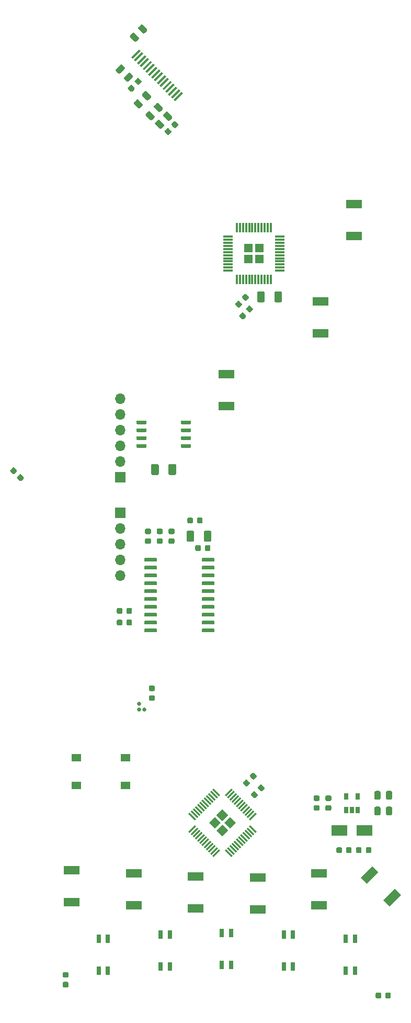
<source format=gbp>
G04 #@! TF.GenerationSoftware,KiCad,Pcbnew,(5.1.5)-3*
G04 #@! TF.CreationDate,2020-02-08T22:33:43-06:00*
G04 #@! TF.ProjectId,tymkrs_Cyphercon_2020_flamingo,74796d6b-7273-45f4-9379-70686572636f,V0*
G04 #@! TF.SameCoordinates,Original*
G04 #@! TF.FileFunction,Paste,Bot*
G04 #@! TF.FilePolarity,Positive*
%FSLAX46Y46*%
G04 Gerber Fmt 4.6, Leading zero omitted, Abs format (unit mm)*
G04 Created by KiCad (PCBNEW (5.1.5)-3) date 2020-02-08 22:33:43*
%MOMM*%
%LPD*%
G04 APERTURE LIST*
%ADD10C,0.100000*%
%ADD11R,1.550000X1.300000*%
%ADD12R,1.500000X0.300000*%
%ADD13R,0.300000X1.500000*%
%ADD14R,1.350000X1.350000*%
%ADD15R,2.600000X1.400000*%
%ADD16C,0.635000*%
%ADD17R,0.650000X1.060000*%
%ADD18O,1.700000X1.700000*%
%ADD19R,1.700000X1.700000*%
%ADD20R,0.800000X1.400000*%
%ADD21R,2.500000X1.800000*%
G04 APERTURE END LIST*
D10*
G36*
X119992206Y-47723622D02*
G01*
X118719414Y-48996414D01*
X118471926Y-48748926D01*
X119744718Y-47476134D01*
X119992206Y-47723622D01*
G37*
G36*
X119532587Y-47264002D02*
G01*
X118259795Y-48536794D01*
X118012307Y-48289306D01*
X119285099Y-47016514D01*
X119532587Y-47264002D01*
G37*
G36*
X119072967Y-46804383D02*
G01*
X117800175Y-48077175D01*
X117552687Y-47829687D01*
X118825479Y-46556895D01*
X119072967Y-46804383D01*
G37*
G36*
X118613348Y-46344764D02*
G01*
X117340556Y-47617556D01*
X117093068Y-47370068D01*
X118365860Y-46097276D01*
X118613348Y-46344764D01*
G37*
G36*
X118153728Y-45885144D02*
G01*
X116880936Y-47157936D01*
X116633448Y-46910448D01*
X117906240Y-45637656D01*
X118153728Y-45885144D01*
G37*
G36*
X117694109Y-45425525D02*
G01*
X116421317Y-46698317D01*
X116173829Y-46450829D01*
X117446621Y-45178037D01*
X117694109Y-45425525D01*
G37*
G36*
X117234490Y-44965905D02*
G01*
X115961698Y-46238697D01*
X115714210Y-45991209D01*
X116987002Y-44718417D01*
X117234490Y-44965905D01*
G37*
G36*
X116774870Y-44506286D02*
G01*
X115502078Y-45779078D01*
X115254590Y-45531590D01*
X116527382Y-44258798D01*
X116774870Y-44506286D01*
G37*
G36*
X116315251Y-44046667D02*
G01*
X115042459Y-45319459D01*
X114794971Y-45071971D01*
X116067763Y-43799179D01*
X116315251Y-44046667D01*
G37*
G36*
X115855631Y-43587047D02*
G01*
X114582839Y-44859839D01*
X114335351Y-44612351D01*
X115608143Y-43339559D01*
X115855631Y-43587047D01*
G37*
G36*
X115396012Y-43127428D02*
G01*
X114123220Y-44400220D01*
X113875732Y-44152732D01*
X115148524Y-42879940D01*
X115396012Y-43127428D01*
G37*
G36*
X114936393Y-42667808D02*
G01*
X113663601Y-43940600D01*
X113416113Y-43693112D01*
X114688905Y-42420320D01*
X114936393Y-42667808D01*
G37*
G36*
X114476773Y-42208189D02*
G01*
X113203981Y-43480981D01*
X112956493Y-43233493D01*
X114229285Y-41960701D01*
X114476773Y-42208189D01*
G37*
G36*
X114017154Y-41748570D02*
G01*
X112744362Y-43021362D01*
X112496874Y-42773874D01*
X113769666Y-41501082D01*
X114017154Y-41748570D01*
G37*
G36*
X113557534Y-41288950D02*
G01*
X112284742Y-42561742D01*
X112037254Y-42314254D01*
X113310046Y-41041462D01*
X113557534Y-41288950D01*
G37*
G36*
X113097915Y-40829331D02*
G01*
X111825123Y-42102123D01*
X111577635Y-41854635D01*
X112850427Y-40581843D01*
X113097915Y-40829331D01*
G37*
D11*
X110655000Y-155230000D03*
X102705000Y-155230000D03*
X102705000Y-159730000D03*
X110655000Y-159730000D03*
D10*
G36*
X121104703Y-104475722D02*
G01*
X121119264Y-104477882D01*
X121133543Y-104481459D01*
X121147403Y-104486418D01*
X121160710Y-104492712D01*
X121173336Y-104500280D01*
X121185159Y-104509048D01*
X121196066Y-104518934D01*
X121205952Y-104529841D01*
X121214720Y-104541664D01*
X121222288Y-104554290D01*
X121228582Y-104567597D01*
X121233541Y-104581457D01*
X121237118Y-104595736D01*
X121239278Y-104610297D01*
X121240000Y-104625000D01*
X121240000Y-104925000D01*
X121239278Y-104939703D01*
X121237118Y-104954264D01*
X121233541Y-104968543D01*
X121228582Y-104982403D01*
X121222288Y-104995710D01*
X121214720Y-105008336D01*
X121205952Y-105020159D01*
X121196066Y-105031066D01*
X121185159Y-105040952D01*
X121173336Y-105049720D01*
X121160710Y-105057288D01*
X121147403Y-105063582D01*
X121133543Y-105068541D01*
X121119264Y-105072118D01*
X121104703Y-105074278D01*
X121090000Y-105075000D01*
X119790000Y-105075000D01*
X119775297Y-105074278D01*
X119760736Y-105072118D01*
X119746457Y-105068541D01*
X119732597Y-105063582D01*
X119719290Y-105057288D01*
X119706664Y-105049720D01*
X119694841Y-105040952D01*
X119683934Y-105031066D01*
X119674048Y-105020159D01*
X119665280Y-105008336D01*
X119657712Y-104995710D01*
X119651418Y-104982403D01*
X119646459Y-104968543D01*
X119642882Y-104954264D01*
X119640722Y-104939703D01*
X119640000Y-104925000D01*
X119640000Y-104625000D01*
X119640722Y-104610297D01*
X119642882Y-104595736D01*
X119646459Y-104581457D01*
X119651418Y-104567597D01*
X119657712Y-104554290D01*
X119665280Y-104541664D01*
X119674048Y-104529841D01*
X119683934Y-104518934D01*
X119694841Y-104509048D01*
X119706664Y-104500280D01*
X119719290Y-104492712D01*
X119732597Y-104486418D01*
X119746457Y-104481459D01*
X119760736Y-104477882D01*
X119775297Y-104475722D01*
X119790000Y-104475000D01*
X121090000Y-104475000D01*
X121104703Y-104475722D01*
G37*
G36*
X121104703Y-103205722D02*
G01*
X121119264Y-103207882D01*
X121133543Y-103211459D01*
X121147403Y-103216418D01*
X121160710Y-103222712D01*
X121173336Y-103230280D01*
X121185159Y-103239048D01*
X121196066Y-103248934D01*
X121205952Y-103259841D01*
X121214720Y-103271664D01*
X121222288Y-103284290D01*
X121228582Y-103297597D01*
X121233541Y-103311457D01*
X121237118Y-103325736D01*
X121239278Y-103340297D01*
X121240000Y-103355000D01*
X121240000Y-103655000D01*
X121239278Y-103669703D01*
X121237118Y-103684264D01*
X121233541Y-103698543D01*
X121228582Y-103712403D01*
X121222288Y-103725710D01*
X121214720Y-103738336D01*
X121205952Y-103750159D01*
X121196066Y-103761066D01*
X121185159Y-103770952D01*
X121173336Y-103779720D01*
X121160710Y-103787288D01*
X121147403Y-103793582D01*
X121133543Y-103798541D01*
X121119264Y-103802118D01*
X121104703Y-103804278D01*
X121090000Y-103805000D01*
X119790000Y-103805000D01*
X119775297Y-103804278D01*
X119760736Y-103802118D01*
X119746457Y-103798541D01*
X119732597Y-103793582D01*
X119719290Y-103787288D01*
X119706664Y-103779720D01*
X119694841Y-103770952D01*
X119683934Y-103761066D01*
X119674048Y-103750159D01*
X119665280Y-103738336D01*
X119657712Y-103725710D01*
X119651418Y-103712403D01*
X119646459Y-103698543D01*
X119642882Y-103684264D01*
X119640722Y-103669703D01*
X119640000Y-103655000D01*
X119640000Y-103355000D01*
X119640722Y-103340297D01*
X119642882Y-103325736D01*
X119646459Y-103311457D01*
X119651418Y-103297597D01*
X119657712Y-103284290D01*
X119665280Y-103271664D01*
X119674048Y-103259841D01*
X119683934Y-103248934D01*
X119694841Y-103239048D01*
X119706664Y-103230280D01*
X119719290Y-103222712D01*
X119732597Y-103216418D01*
X119746457Y-103211459D01*
X119760736Y-103207882D01*
X119775297Y-103205722D01*
X119790000Y-103205000D01*
X121090000Y-103205000D01*
X121104703Y-103205722D01*
G37*
G36*
X121104703Y-101935722D02*
G01*
X121119264Y-101937882D01*
X121133543Y-101941459D01*
X121147403Y-101946418D01*
X121160710Y-101952712D01*
X121173336Y-101960280D01*
X121185159Y-101969048D01*
X121196066Y-101978934D01*
X121205952Y-101989841D01*
X121214720Y-102001664D01*
X121222288Y-102014290D01*
X121228582Y-102027597D01*
X121233541Y-102041457D01*
X121237118Y-102055736D01*
X121239278Y-102070297D01*
X121240000Y-102085000D01*
X121240000Y-102385000D01*
X121239278Y-102399703D01*
X121237118Y-102414264D01*
X121233541Y-102428543D01*
X121228582Y-102442403D01*
X121222288Y-102455710D01*
X121214720Y-102468336D01*
X121205952Y-102480159D01*
X121196066Y-102491066D01*
X121185159Y-102500952D01*
X121173336Y-102509720D01*
X121160710Y-102517288D01*
X121147403Y-102523582D01*
X121133543Y-102528541D01*
X121119264Y-102532118D01*
X121104703Y-102534278D01*
X121090000Y-102535000D01*
X119790000Y-102535000D01*
X119775297Y-102534278D01*
X119760736Y-102532118D01*
X119746457Y-102528541D01*
X119732597Y-102523582D01*
X119719290Y-102517288D01*
X119706664Y-102509720D01*
X119694841Y-102500952D01*
X119683934Y-102491066D01*
X119674048Y-102480159D01*
X119665280Y-102468336D01*
X119657712Y-102455710D01*
X119651418Y-102442403D01*
X119646459Y-102428543D01*
X119642882Y-102414264D01*
X119640722Y-102399703D01*
X119640000Y-102385000D01*
X119640000Y-102085000D01*
X119640722Y-102070297D01*
X119642882Y-102055736D01*
X119646459Y-102041457D01*
X119651418Y-102027597D01*
X119657712Y-102014290D01*
X119665280Y-102001664D01*
X119674048Y-101989841D01*
X119683934Y-101978934D01*
X119694841Y-101969048D01*
X119706664Y-101960280D01*
X119719290Y-101952712D01*
X119732597Y-101946418D01*
X119746457Y-101941459D01*
X119760736Y-101937882D01*
X119775297Y-101935722D01*
X119790000Y-101935000D01*
X121090000Y-101935000D01*
X121104703Y-101935722D01*
G37*
G36*
X121104703Y-100665722D02*
G01*
X121119264Y-100667882D01*
X121133543Y-100671459D01*
X121147403Y-100676418D01*
X121160710Y-100682712D01*
X121173336Y-100690280D01*
X121185159Y-100699048D01*
X121196066Y-100708934D01*
X121205952Y-100719841D01*
X121214720Y-100731664D01*
X121222288Y-100744290D01*
X121228582Y-100757597D01*
X121233541Y-100771457D01*
X121237118Y-100785736D01*
X121239278Y-100800297D01*
X121240000Y-100815000D01*
X121240000Y-101115000D01*
X121239278Y-101129703D01*
X121237118Y-101144264D01*
X121233541Y-101158543D01*
X121228582Y-101172403D01*
X121222288Y-101185710D01*
X121214720Y-101198336D01*
X121205952Y-101210159D01*
X121196066Y-101221066D01*
X121185159Y-101230952D01*
X121173336Y-101239720D01*
X121160710Y-101247288D01*
X121147403Y-101253582D01*
X121133543Y-101258541D01*
X121119264Y-101262118D01*
X121104703Y-101264278D01*
X121090000Y-101265000D01*
X119790000Y-101265000D01*
X119775297Y-101264278D01*
X119760736Y-101262118D01*
X119746457Y-101258541D01*
X119732597Y-101253582D01*
X119719290Y-101247288D01*
X119706664Y-101239720D01*
X119694841Y-101230952D01*
X119683934Y-101221066D01*
X119674048Y-101210159D01*
X119665280Y-101198336D01*
X119657712Y-101185710D01*
X119651418Y-101172403D01*
X119646459Y-101158543D01*
X119642882Y-101144264D01*
X119640722Y-101129703D01*
X119640000Y-101115000D01*
X119640000Y-100815000D01*
X119640722Y-100800297D01*
X119642882Y-100785736D01*
X119646459Y-100771457D01*
X119651418Y-100757597D01*
X119657712Y-100744290D01*
X119665280Y-100731664D01*
X119674048Y-100719841D01*
X119683934Y-100708934D01*
X119694841Y-100699048D01*
X119706664Y-100690280D01*
X119719290Y-100682712D01*
X119732597Y-100676418D01*
X119746457Y-100671459D01*
X119760736Y-100667882D01*
X119775297Y-100665722D01*
X119790000Y-100665000D01*
X121090000Y-100665000D01*
X121104703Y-100665722D01*
G37*
G36*
X113904703Y-100665722D02*
G01*
X113919264Y-100667882D01*
X113933543Y-100671459D01*
X113947403Y-100676418D01*
X113960710Y-100682712D01*
X113973336Y-100690280D01*
X113985159Y-100699048D01*
X113996066Y-100708934D01*
X114005952Y-100719841D01*
X114014720Y-100731664D01*
X114022288Y-100744290D01*
X114028582Y-100757597D01*
X114033541Y-100771457D01*
X114037118Y-100785736D01*
X114039278Y-100800297D01*
X114040000Y-100815000D01*
X114040000Y-101115000D01*
X114039278Y-101129703D01*
X114037118Y-101144264D01*
X114033541Y-101158543D01*
X114028582Y-101172403D01*
X114022288Y-101185710D01*
X114014720Y-101198336D01*
X114005952Y-101210159D01*
X113996066Y-101221066D01*
X113985159Y-101230952D01*
X113973336Y-101239720D01*
X113960710Y-101247288D01*
X113947403Y-101253582D01*
X113933543Y-101258541D01*
X113919264Y-101262118D01*
X113904703Y-101264278D01*
X113890000Y-101265000D01*
X112590000Y-101265000D01*
X112575297Y-101264278D01*
X112560736Y-101262118D01*
X112546457Y-101258541D01*
X112532597Y-101253582D01*
X112519290Y-101247288D01*
X112506664Y-101239720D01*
X112494841Y-101230952D01*
X112483934Y-101221066D01*
X112474048Y-101210159D01*
X112465280Y-101198336D01*
X112457712Y-101185710D01*
X112451418Y-101172403D01*
X112446459Y-101158543D01*
X112442882Y-101144264D01*
X112440722Y-101129703D01*
X112440000Y-101115000D01*
X112440000Y-100815000D01*
X112440722Y-100800297D01*
X112442882Y-100785736D01*
X112446459Y-100771457D01*
X112451418Y-100757597D01*
X112457712Y-100744290D01*
X112465280Y-100731664D01*
X112474048Y-100719841D01*
X112483934Y-100708934D01*
X112494841Y-100699048D01*
X112506664Y-100690280D01*
X112519290Y-100682712D01*
X112532597Y-100676418D01*
X112546457Y-100671459D01*
X112560736Y-100667882D01*
X112575297Y-100665722D01*
X112590000Y-100665000D01*
X113890000Y-100665000D01*
X113904703Y-100665722D01*
G37*
G36*
X113904703Y-101935722D02*
G01*
X113919264Y-101937882D01*
X113933543Y-101941459D01*
X113947403Y-101946418D01*
X113960710Y-101952712D01*
X113973336Y-101960280D01*
X113985159Y-101969048D01*
X113996066Y-101978934D01*
X114005952Y-101989841D01*
X114014720Y-102001664D01*
X114022288Y-102014290D01*
X114028582Y-102027597D01*
X114033541Y-102041457D01*
X114037118Y-102055736D01*
X114039278Y-102070297D01*
X114040000Y-102085000D01*
X114040000Y-102385000D01*
X114039278Y-102399703D01*
X114037118Y-102414264D01*
X114033541Y-102428543D01*
X114028582Y-102442403D01*
X114022288Y-102455710D01*
X114014720Y-102468336D01*
X114005952Y-102480159D01*
X113996066Y-102491066D01*
X113985159Y-102500952D01*
X113973336Y-102509720D01*
X113960710Y-102517288D01*
X113947403Y-102523582D01*
X113933543Y-102528541D01*
X113919264Y-102532118D01*
X113904703Y-102534278D01*
X113890000Y-102535000D01*
X112590000Y-102535000D01*
X112575297Y-102534278D01*
X112560736Y-102532118D01*
X112546457Y-102528541D01*
X112532597Y-102523582D01*
X112519290Y-102517288D01*
X112506664Y-102509720D01*
X112494841Y-102500952D01*
X112483934Y-102491066D01*
X112474048Y-102480159D01*
X112465280Y-102468336D01*
X112457712Y-102455710D01*
X112451418Y-102442403D01*
X112446459Y-102428543D01*
X112442882Y-102414264D01*
X112440722Y-102399703D01*
X112440000Y-102385000D01*
X112440000Y-102085000D01*
X112440722Y-102070297D01*
X112442882Y-102055736D01*
X112446459Y-102041457D01*
X112451418Y-102027597D01*
X112457712Y-102014290D01*
X112465280Y-102001664D01*
X112474048Y-101989841D01*
X112483934Y-101978934D01*
X112494841Y-101969048D01*
X112506664Y-101960280D01*
X112519290Y-101952712D01*
X112532597Y-101946418D01*
X112546457Y-101941459D01*
X112560736Y-101937882D01*
X112575297Y-101935722D01*
X112590000Y-101935000D01*
X113890000Y-101935000D01*
X113904703Y-101935722D01*
G37*
G36*
X113904703Y-103205722D02*
G01*
X113919264Y-103207882D01*
X113933543Y-103211459D01*
X113947403Y-103216418D01*
X113960710Y-103222712D01*
X113973336Y-103230280D01*
X113985159Y-103239048D01*
X113996066Y-103248934D01*
X114005952Y-103259841D01*
X114014720Y-103271664D01*
X114022288Y-103284290D01*
X114028582Y-103297597D01*
X114033541Y-103311457D01*
X114037118Y-103325736D01*
X114039278Y-103340297D01*
X114040000Y-103355000D01*
X114040000Y-103655000D01*
X114039278Y-103669703D01*
X114037118Y-103684264D01*
X114033541Y-103698543D01*
X114028582Y-103712403D01*
X114022288Y-103725710D01*
X114014720Y-103738336D01*
X114005952Y-103750159D01*
X113996066Y-103761066D01*
X113985159Y-103770952D01*
X113973336Y-103779720D01*
X113960710Y-103787288D01*
X113947403Y-103793582D01*
X113933543Y-103798541D01*
X113919264Y-103802118D01*
X113904703Y-103804278D01*
X113890000Y-103805000D01*
X112590000Y-103805000D01*
X112575297Y-103804278D01*
X112560736Y-103802118D01*
X112546457Y-103798541D01*
X112532597Y-103793582D01*
X112519290Y-103787288D01*
X112506664Y-103779720D01*
X112494841Y-103770952D01*
X112483934Y-103761066D01*
X112474048Y-103750159D01*
X112465280Y-103738336D01*
X112457712Y-103725710D01*
X112451418Y-103712403D01*
X112446459Y-103698543D01*
X112442882Y-103684264D01*
X112440722Y-103669703D01*
X112440000Y-103655000D01*
X112440000Y-103355000D01*
X112440722Y-103340297D01*
X112442882Y-103325736D01*
X112446459Y-103311457D01*
X112451418Y-103297597D01*
X112457712Y-103284290D01*
X112465280Y-103271664D01*
X112474048Y-103259841D01*
X112483934Y-103248934D01*
X112494841Y-103239048D01*
X112506664Y-103230280D01*
X112519290Y-103222712D01*
X112532597Y-103216418D01*
X112546457Y-103211459D01*
X112560736Y-103207882D01*
X112575297Y-103205722D01*
X112590000Y-103205000D01*
X113890000Y-103205000D01*
X113904703Y-103205722D01*
G37*
G36*
X113904703Y-104475722D02*
G01*
X113919264Y-104477882D01*
X113933543Y-104481459D01*
X113947403Y-104486418D01*
X113960710Y-104492712D01*
X113973336Y-104500280D01*
X113985159Y-104509048D01*
X113996066Y-104518934D01*
X114005952Y-104529841D01*
X114014720Y-104541664D01*
X114022288Y-104554290D01*
X114028582Y-104567597D01*
X114033541Y-104581457D01*
X114037118Y-104595736D01*
X114039278Y-104610297D01*
X114040000Y-104625000D01*
X114040000Y-104925000D01*
X114039278Y-104939703D01*
X114037118Y-104954264D01*
X114033541Y-104968543D01*
X114028582Y-104982403D01*
X114022288Y-104995710D01*
X114014720Y-105008336D01*
X114005952Y-105020159D01*
X113996066Y-105031066D01*
X113985159Y-105040952D01*
X113973336Y-105049720D01*
X113960710Y-105057288D01*
X113947403Y-105063582D01*
X113933543Y-105068541D01*
X113919264Y-105072118D01*
X113904703Y-105074278D01*
X113890000Y-105075000D01*
X112590000Y-105075000D01*
X112575297Y-105074278D01*
X112560736Y-105072118D01*
X112546457Y-105068541D01*
X112532597Y-105063582D01*
X112519290Y-105057288D01*
X112506664Y-105049720D01*
X112494841Y-105040952D01*
X112483934Y-105031066D01*
X112474048Y-105020159D01*
X112465280Y-105008336D01*
X112457712Y-104995710D01*
X112451418Y-104982403D01*
X112446459Y-104968543D01*
X112442882Y-104954264D01*
X112440722Y-104939703D01*
X112440000Y-104925000D01*
X112440000Y-104625000D01*
X112440722Y-104610297D01*
X112442882Y-104595736D01*
X112446459Y-104581457D01*
X112451418Y-104567597D01*
X112457712Y-104554290D01*
X112465280Y-104541664D01*
X112474048Y-104529841D01*
X112483934Y-104518934D01*
X112494841Y-104509048D01*
X112506664Y-104500280D01*
X112519290Y-104492712D01*
X112532597Y-104486418D01*
X112546457Y-104481459D01*
X112560736Y-104477882D01*
X112575297Y-104475722D01*
X112590000Y-104475000D01*
X113890000Y-104475000D01*
X113904703Y-104475722D01*
G37*
D12*
X127245000Y-76410000D03*
X127245000Y-75910000D03*
X127245000Y-75410000D03*
X127245000Y-74910000D03*
X127245000Y-74410000D03*
X127245000Y-73910000D03*
X127245000Y-73410000D03*
X127245000Y-72910000D03*
X127245000Y-72410000D03*
X127245000Y-71910000D03*
X127245000Y-71410000D03*
X127245000Y-70910000D03*
D13*
X128695000Y-69460000D03*
X129195000Y-69460000D03*
X129695000Y-69460000D03*
X130195000Y-69460000D03*
X130695000Y-69460000D03*
X131195000Y-69460000D03*
X131695000Y-69460000D03*
X132195000Y-69460000D03*
X132695000Y-69460000D03*
X133195000Y-69460000D03*
X133695000Y-69460000D03*
X134195000Y-69460000D03*
D12*
X135645000Y-70910000D03*
X135645000Y-71410000D03*
X135645000Y-71910000D03*
X135645000Y-72410000D03*
X135645000Y-72910000D03*
X135645000Y-73410000D03*
X135645000Y-73910000D03*
X135645000Y-74410000D03*
X135645000Y-74910000D03*
X135645000Y-75410000D03*
X135645000Y-75910000D03*
X135645000Y-76410000D03*
D13*
X134195000Y-77860000D03*
X133695000Y-77860000D03*
X133195000Y-77860000D03*
X132695000Y-77860000D03*
X132195000Y-77860000D03*
X131695000Y-77860000D03*
X131195000Y-77860000D03*
X130695000Y-77860000D03*
X130195000Y-77860000D03*
X129695000Y-77860000D03*
X129195000Y-77860000D03*
X128695000Y-77860000D03*
D14*
X132320000Y-72785000D03*
X132320000Y-74535000D03*
X130570000Y-72785000D03*
X130570000Y-74535000D03*
D15*
X101981000Y-173422000D03*
X101981000Y-178622000D03*
X112014000Y-173930000D03*
X112014000Y-179130000D03*
X122047000Y-174438000D03*
X122047000Y-179638000D03*
X132080000Y-174565000D03*
X132080000Y-179765000D03*
X141986000Y-173930000D03*
X141986000Y-179130000D03*
D10*
G36*
X151594736Y-173759258D02*
G01*
X149756258Y-175597736D01*
X148766308Y-174607786D01*
X150604786Y-172769308D01*
X151594736Y-173759258D01*
G37*
G36*
X155271692Y-177436214D02*
G01*
X153433214Y-179274692D01*
X152443264Y-178284742D01*
X154281742Y-176446264D01*
X155271692Y-177436214D01*
G37*
G36*
X111327065Y-44375362D02*
G01*
X111350726Y-44378872D01*
X111373930Y-44384684D01*
X111396452Y-44392742D01*
X111418076Y-44402970D01*
X111438593Y-44415267D01*
X111457806Y-44429517D01*
X111475530Y-44445581D01*
X111820245Y-44790296D01*
X111836309Y-44808020D01*
X111850559Y-44827233D01*
X111862856Y-44847750D01*
X111873084Y-44869374D01*
X111881142Y-44891896D01*
X111886954Y-44915100D01*
X111890464Y-44938761D01*
X111891638Y-44962653D01*
X111890464Y-44986545D01*
X111886954Y-45010206D01*
X111881142Y-45033410D01*
X111873084Y-45055932D01*
X111862856Y-45077556D01*
X111850559Y-45098073D01*
X111836309Y-45117286D01*
X111820245Y-45135010D01*
X111175010Y-45780245D01*
X111157286Y-45796309D01*
X111138073Y-45810559D01*
X111117556Y-45822856D01*
X111095932Y-45833084D01*
X111073410Y-45841142D01*
X111050206Y-45846954D01*
X111026545Y-45850464D01*
X111002653Y-45851638D01*
X110978761Y-45850464D01*
X110955100Y-45846954D01*
X110931896Y-45841142D01*
X110909374Y-45833084D01*
X110887750Y-45822856D01*
X110867233Y-45810559D01*
X110848020Y-45796309D01*
X110830296Y-45780245D01*
X110485581Y-45435530D01*
X110469517Y-45417806D01*
X110455267Y-45398593D01*
X110442970Y-45378076D01*
X110432742Y-45356452D01*
X110424684Y-45333930D01*
X110418872Y-45310726D01*
X110415362Y-45287065D01*
X110414188Y-45263173D01*
X110415362Y-45239281D01*
X110418872Y-45215620D01*
X110424684Y-45192416D01*
X110432742Y-45169894D01*
X110442970Y-45148270D01*
X110455267Y-45127753D01*
X110469517Y-45108540D01*
X110485581Y-45090816D01*
X111130816Y-44445581D01*
X111148540Y-44429517D01*
X111167753Y-44415267D01*
X111188270Y-44402970D01*
X111209894Y-44392742D01*
X111232416Y-44384684D01*
X111255620Y-44378872D01*
X111279281Y-44375362D01*
X111303173Y-44374188D01*
X111327065Y-44375362D01*
G37*
G36*
X110001239Y-43049536D02*
G01*
X110024900Y-43053046D01*
X110048104Y-43058858D01*
X110070626Y-43066916D01*
X110092250Y-43077144D01*
X110112767Y-43089441D01*
X110131980Y-43103691D01*
X110149704Y-43119755D01*
X110494419Y-43464470D01*
X110510483Y-43482194D01*
X110524733Y-43501407D01*
X110537030Y-43521924D01*
X110547258Y-43543548D01*
X110555316Y-43566070D01*
X110561128Y-43589274D01*
X110564638Y-43612935D01*
X110565812Y-43636827D01*
X110564638Y-43660719D01*
X110561128Y-43684380D01*
X110555316Y-43707584D01*
X110547258Y-43730106D01*
X110537030Y-43751730D01*
X110524733Y-43772247D01*
X110510483Y-43791460D01*
X110494419Y-43809184D01*
X109849184Y-44454419D01*
X109831460Y-44470483D01*
X109812247Y-44484733D01*
X109791730Y-44497030D01*
X109770106Y-44507258D01*
X109747584Y-44515316D01*
X109724380Y-44521128D01*
X109700719Y-44524638D01*
X109676827Y-44525812D01*
X109652935Y-44524638D01*
X109629274Y-44521128D01*
X109606070Y-44515316D01*
X109583548Y-44507258D01*
X109561924Y-44497030D01*
X109541407Y-44484733D01*
X109522194Y-44470483D01*
X109504470Y-44454419D01*
X109159755Y-44109704D01*
X109143691Y-44091980D01*
X109129441Y-44072767D01*
X109117144Y-44052250D01*
X109106916Y-44030626D01*
X109098858Y-44008104D01*
X109093046Y-43984900D01*
X109089536Y-43961239D01*
X109088362Y-43937347D01*
X109089536Y-43913455D01*
X109093046Y-43889794D01*
X109098858Y-43866590D01*
X109106916Y-43844068D01*
X109117144Y-43822444D01*
X109129441Y-43801927D01*
X109143691Y-43782714D01*
X109159755Y-43764990D01*
X109804990Y-43119755D01*
X109822714Y-43103691D01*
X109841927Y-43089441D01*
X109862444Y-43077144D01*
X109884068Y-43066916D01*
X109906590Y-43058858D01*
X109929794Y-43053046D01*
X109953455Y-43049536D01*
X109977347Y-43048362D01*
X110001239Y-43049536D01*
G37*
G36*
X113312545Y-36572536D02*
G01*
X113336206Y-36576046D01*
X113359410Y-36581858D01*
X113381932Y-36589916D01*
X113403556Y-36600144D01*
X113424073Y-36612441D01*
X113443286Y-36626691D01*
X113461010Y-36642755D01*
X114106245Y-37287990D01*
X114122309Y-37305714D01*
X114136559Y-37324927D01*
X114148856Y-37345444D01*
X114159084Y-37367068D01*
X114167142Y-37389590D01*
X114172954Y-37412794D01*
X114176464Y-37436455D01*
X114177638Y-37460347D01*
X114176464Y-37484239D01*
X114172954Y-37507900D01*
X114167142Y-37531104D01*
X114159084Y-37553626D01*
X114148856Y-37575250D01*
X114136559Y-37595767D01*
X114122309Y-37614980D01*
X114106245Y-37632704D01*
X113761530Y-37977419D01*
X113743806Y-37993483D01*
X113724593Y-38007733D01*
X113704076Y-38020030D01*
X113682452Y-38030258D01*
X113659930Y-38038316D01*
X113636726Y-38044128D01*
X113613065Y-38047638D01*
X113589173Y-38048812D01*
X113565281Y-38047638D01*
X113541620Y-38044128D01*
X113518416Y-38038316D01*
X113495894Y-38030258D01*
X113474270Y-38020030D01*
X113453753Y-38007733D01*
X113434540Y-37993483D01*
X113416816Y-37977419D01*
X112771581Y-37332184D01*
X112755517Y-37314460D01*
X112741267Y-37295247D01*
X112728970Y-37274730D01*
X112718742Y-37253106D01*
X112710684Y-37230584D01*
X112704872Y-37207380D01*
X112701362Y-37183719D01*
X112700188Y-37159827D01*
X112701362Y-37135935D01*
X112704872Y-37112274D01*
X112710684Y-37089070D01*
X112718742Y-37066548D01*
X112728970Y-37044924D01*
X112741267Y-37024407D01*
X112755517Y-37005194D01*
X112771581Y-36987470D01*
X113116296Y-36642755D01*
X113134020Y-36626691D01*
X113153233Y-36612441D01*
X113173750Y-36600144D01*
X113195374Y-36589916D01*
X113217896Y-36581858D01*
X113241100Y-36576046D01*
X113264761Y-36572536D01*
X113288653Y-36571362D01*
X113312545Y-36572536D01*
G37*
G36*
X111986719Y-37898362D02*
G01*
X112010380Y-37901872D01*
X112033584Y-37907684D01*
X112056106Y-37915742D01*
X112077730Y-37925970D01*
X112098247Y-37938267D01*
X112117460Y-37952517D01*
X112135184Y-37968581D01*
X112780419Y-38613816D01*
X112796483Y-38631540D01*
X112810733Y-38650753D01*
X112823030Y-38671270D01*
X112833258Y-38692894D01*
X112841316Y-38715416D01*
X112847128Y-38738620D01*
X112850638Y-38762281D01*
X112851812Y-38786173D01*
X112850638Y-38810065D01*
X112847128Y-38833726D01*
X112841316Y-38856930D01*
X112833258Y-38879452D01*
X112823030Y-38901076D01*
X112810733Y-38921593D01*
X112796483Y-38940806D01*
X112780419Y-38958530D01*
X112435704Y-39303245D01*
X112417980Y-39319309D01*
X112398767Y-39333559D01*
X112378250Y-39345856D01*
X112356626Y-39356084D01*
X112334104Y-39364142D01*
X112310900Y-39369954D01*
X112287239Y-39373464D01*
X112263347Y-39374638D01*
X112239455Y-39373464D01*
X112215794Y-39369954D01*
X112192590Y-39364142D01*
X112170068Y-39356084D01*
X112148444Y-39345856D01*
X112127927Y-39333559D01*
X112108714Y-39319309D01*
X112090990Y-39303245D01*
X111445755Y-38658010D01*
X111429691Y-38640286D01*
X111415441Y-38621073D01*
X111403144Y-38600556D01*
X111392916Y-38578932D01*
X111384858Y-38556410D01*
X111379046Y-38533206D01*
X111375536Y-38509545D01*
X111374362Y-38485653D01*
X111375536Y-38461761D01*
X111379046Y-38438100D01*
X111384858Y-38414896D01*
X111392916Y-38392374D01*
X111403144Y-38370750D01*
X111415441Y-38350233D01*
X111429691Y-38331020D01*
X111445755Y-38313296D01*
X111790470Y-37968581D01*
X111808194Y-37952517D01*
X111827407Y-37938267D01*
X111847924Y-37925970D01*
X111869548Y-37915742D01*
X111892070Y-37907684D01*
X111915274Y-37901872D01*
X111938935Y-37898362D01*
X111962827Y-37897188D01*
X111986719Y-37898362D01*
G37*
D16*
X112834987Y-147388013D03*
X113733013Y-147388013D03*
X112834987Y-146489987D03*
D10*
G36*
X128557031Y-165735000D02*
G01*
X127602437Y-166689594D01*
X126647843Y-165735000D01*
X127602437Y-164780406D01*
X128557031Y-165735000D01*
G37*
G36*
X127319594Y-166972437D02*
G01*
X126365000Y-167927031D01*
X125410406Y-166972437D01*
X126365000Y-166017843D01*
X127319594Y-166972437D01*
G37*
G36*
X127319594Y-164497563D02*
G01*
X126365000Y-165452157D01*
X125410406Y-164497563D01*
X126365000Y-163542969D01*
X127319594Y-164497563D01*
G37*
G36*
X126082157Y-165735000D02*
G01*
X125127563Y-166689594D01*
X124172969Y-165735000D01*
X125127563Y-164780406D01*
X126082157Y-165735000D01*
G37*
G36*
X130855128Y-165346091D02*
G01*
X130642996Y-165133959D01*
X131703656Y-164073299D01*
X131915788Y-164285431D01*
X130855128Y-165346091D01*
G37*
G36*
X130501575Y-164992538D02*
G01*
X130289443Y-164780406D01*
X131350103Y-163719746D01*
X131562235Y-163931878D01*
X130501575Y-164992538D01*
G37*
G36*
X130148021Y-164638984D02*
G01*
X129935889Y-164426852D01*
X130996549Y-163366192D01*
X131208681Y-163578324D01*
X130148021Y-164638984D01*
G37*
G36*
X129794468Y-164285431D02*
G01*
X129582336Y-164073299D01*
X130642996Y-163012639D01*
X130855128Y-163224771D01*
X129794468Y-164285431D01*
G37*
G36*
X129440915Y-163931878D02*
G01*
X129228783Y-163719746D01*
X130289443Y-162659086D01*
X130501575Y-162871218D01*
X129440915Y-163931878D01*
G37*
G36*
X129087361Y-163578324D02*
G01*
X128875229Y-163366192D01*
X129935889Y-162305532D01*
X130148021Y-162517664D01*
X129087361Y-163578324D01*
G37*
G36*
X128733808Y-163224771D02*
G01*
X128521676Y-163012639D01*
X129582336Y-161951979D01*
X129794468Y-162164111D01*
X128733808Y-163224771D01*
G37*
G36*
X128380254Y-162871217D02*
G01*
X128168122Y-162659085D01*
X129228782Y-161598425D01*
X129440914Y-161810557D01*
X128380254Y-162871217D01*
G37*
G36*
X128026701Y-162517664D02*
G01*
X127814569Y-162305532D01*
X128875229Y-161244872D01*
X129087361Y-161457004D01*
X128026701Y-162517664D01*
G37*
G36*
X127673148Y-162164111D02*
G01*
X127461016Y-161951979D01*
X128521676Y-160891319D01*
X128733808Y-161103451D01*
X127673148Y-162164111D01*
G37*
G36*
X127319594Y-161810557D02*
G01*
X127107462Y-161598425D01*
X128168122Y-160537765D01*
X128380254Y-160749897D01*
X127319594Y-161810557D01*
G37*
G36*
X126966041Y-161457004D02*
G01*
X126753909Y-161244872D01*
X127814569Y-160184212D01*
X128026701Y-160396344D01*
X126966041Y-161457004D01*
G37*
G36*
X125976091Y-161244872D02*
G01*
X125763959Y-161457004D01*
X124703299Y-160396344D01*
X124915431Y-160184212D01*
X125976091Y-161244872D01*
G37*
G36*
X125622538Y-161598425D02*
G01*
X125410406Y-161810557D01*
X124349746Y-160749897D01*
X124561878Y-160537765D01*
X125622538Y-161598425D01*
G37*
G36*
X125268984Y-161951979D02*
G01*
X125056852Y-162164111D01*
X123996192Y-161103451D01*
X124208324Y-160891319D01*
X125268984Y-161951979D01*
G37*
G36*
X124915431Y-162305532D02*
G01*
X124703299Y-162517664D01*
X123642639Y-161457004D01*
X123854771Y-161244872D01*
X124915431Y-162305532D01*
G37*
G36*
X124561878Y-162659085D02*
G01*
X124349746Y-162871217D01*
X123289086Y-161810557D01*
X123501218Y-161598425D01*
X124561878Y-162659085D01*
G37*
G36*
X124208324Y-163012639D02*
G01*
X123996192Y-163224771D01*
X122935532Y-162164111D01*
X123147664Y-161951979D01*
X124208324Y-163012639D01*
G37*
G36*
X123854771Y-163366192D02*
G01*
X123642639Y-163578324D01*
X122581979Y-162517664D01*
X122794111Y-162305532D01*
X123854771Y-163366192D01*
G37*
G36*
X123501217Y-163719746D02*
G01*
X123289085Y-163931878D01*
X122228425Y-162871218D01*
X122440557Y-162659086D01*
X123501217Y-163719746D01*
G37*
G36*
X123147664Y-164073299D02*
G01*
X122935532Y-164285431D01*
X121874872Y-163224771D01*
X122087004Y-163012639D01*
X123147664Y-164073299D01*
G37*
G36*
X122794111Y-164426852D02*
G01*
X122581979Y-164638984D01*
X121521319Y-163578324D01*
X121733451Y-163366192D01*
X122794111Y-164426852D01*
G37*
G36*
X122440557Y-164780406D02*
G01*
X122228425Y-164992538D01*
X121167765Y-163931878D01*
X121379897Y-163719746D01*
X122440557Y-164780406D01*
G37*
G36*
X122087004Y-165133959D02*
G01*
X121874872Y-165346091D01*
X120814212Y-164285431D01*
X121026344Y-164073299D01*
X122087004Y-165133959D01*
G37*
G36*
X121026344Y-167396701D02*
G01*
X120814212Y-167184569D01*
X121874872Y-166123909D01*
X122087004Y-166336041D01*
X121026344Y-167396701D01*
G37*
G36*
X121379897Y-167750254D02*
G01*
X121167765Y-167538122D01*
X122228425Y-166477462D01*
X122440557Y-166689594D01*
X121379897Y-167750254D01*
G37*
G36*
X121733451Y-168103808D02*
G01*
X121521319Y-167891676D01*
X122581979Y-166831016D01*
X122794111Y-167043148D01*
X121733451Y-168103808D01*
G37*
G36*
X122087004Y-168457361D02*
G01*
X121874872Y-168245229D01*
X122935532Y-167184569D01*
X123147664Y-167396701D01*
X122087004Y-168457361D01*
G37*
G36*
X122440557Y-168810914D02*
G01*
X122228425Y-168598782D01*
X123289085Y-167538122D01*
X123501217Y-167750254D01*
X122440557Y-168810914D01*
G37*
G36*
X122794111Y-169164468D02*
G01*
X122581979Y-168952336D01*
X123642639Y-167891676D01*
X123854771Y-168103808D01*
X122794111Y-169164468D01*
G37*
G36*
X123147664Y-169518021D02*
G01*
X122935532Y-169305889D01*
X123996192Y-168245229D01*
X124208324Y-168457361D01*
X123147664Y-169518021D01*
G37*
G36*
X123501218Y-169871575D02*
G01*
X123289086Y-169659443D01*
X124349746Y-168598783D01*
X124561878Y-168810915D01*
X123501218Y-169871575D01*
G37*
G36*
X123854771Y-170225128D02*
G01*
X123642639Y-170012996D01*
X124703299Y-168952336D01*
X124915431Y-169164468D01*
X123854771Y-170225128D01*
G37*
G36*
X124208324Y-170578681D02*
G01*
X123996192Y-170366549D01*
X125056852Y-169305889D01*
X125268984Y-169518021D01*
X124208324Y-170578681D01*
G37*
G36*
X124561878Y-170932235D02*
G01*
X124349746Y-170720103D01*
X125410406Y-169659443D01*
X125622538Y-169871575D01*
X124561878Y-170932235D01*
G37*
G36*
X124915431Y-171285788D02*
G01*
X124703299Y-171073656D01*
X125763959Y-170012996D01*
X125976091Y-170225128D01*
X124915431Y-171285788D01*
G37*
G36*
X128026701Y-171073656D02*
G01*
X127814569Y-171285788D01*
X126753909Y-170225128D01*
X126966041Y-170012996D01*
X128026701Y-171073656D01*
G37*
G36*
X128380254Y-170720103D02*
G01*
X128168122Y-170932235D01*
X127107462Y-169871575D01*
X127319594Y-169659443D01*
X128380254Y-170720103D01*
G37*
G36*
X128733808Y-170366549D02*
G01*
X128521676Y-170578681D01*
X127461016Y-169518021D01*
X127673148Y-169305889D01*
X128733808Y-170366549D01*
G37*
G36*
X129087361Y-170012996D02*
G01*
X128875229Y-170225128D01*
X127814569Y-169164468D01*
X128026701Y-168952336D01*
X129087361Y-170012996D01*
G37*
G36*
X129440914Y-169659443D02*
G01*
X129228782Y-169871575D01*
X128168122Y-168810915D01*
X128380254Y-168598783D01*
X129440914Y-169659443D01*
G37*
G36*
X129794468Y-169305889D02*
G01*
X129582336Y-169518021D01*
X128521676Y-168457361D01*
X128733808Y-168245229D01*
X129794468Y-169305889D01*
G37*
G36*
X130148021Y-168952336D02*
G01*
X129935889Y-169164468D01*
X128875229Y-168103808D01*
X129087361Y-167891676D01*
X130148021Y-168952336D01*
G37*
G36*
X130501575Y-168598782D02*
G01*
X130289443Y-168810914D01*
X129228783Y-167750254D01*
X129440915Y-167538122D01*
X130501575Y-168598782D01*
G37*
G36*
X130855128Y-168245229D02*
G01*
X130642996Y-168457361D01*
X129582336Y-167396701D01*
X129794468Y-167184569D01*
X130855128Y-168245229D01*
G37*
G36*
X131208681Y-167891676D02*
G01*
X130996549Y-168103808D01*
X129935889Y-167043148D01*
X130148021Y-166831016D01*
X131208681Y-167891676D01*
G37*
G36*
X131562235Y-167538122D02*
G01*
X131350103Y-167750254D01*
X130289443Y-166689594D01*
X130501575Y-166477462D01*
X131562235Y-167538122D01*
G37*
G36*
X131915788Y-167184569D02*
G01*
X131703656Y-167396701D01*
X130642996Y-166336041D01*
X130855128Y-166123909D01*
X131915788Y-167184569D01*
G37*
D17*
X148270000Y-161460000D03*
X146370000Y-161460000D03*
X146370000Y-163660000D03*
X147320000Y-163660000D03*
X148270000Y-163660000D03*
D10*
G36*
X115619703Y-122890722D02*
G01*
X115634264Y-122892882D01*
X115648543Y-122896459D01*
X115662403Y-122901418D01*
X115675710Y-122907712D01*
X115688336Y-122915280D01*
X115700159Y-122924048D01*
X115711066Y-122933934D01*
X115720952Y-122944841D01*
X115729720Y-122956664D01*
X115737288Y-122969290D01*
X115743582Y-122982597D01*
X115748541Y-122996457D01*
X115752118Y-123010736D01*
X115754278Y-123025297D01*
X115755000Y-123040000D01*
X115755000Y-123340000D01*
X115754278Y-123354703D01*
X115752118Y-123369264D01*
X115748541Y-123383543D01*
X115743582Y-123397403D01*
X115737288Y-123410710D01*
X115729720Y-123423336D01*
X115720952Y-123435159D01*
X115711066Y-123446066D01*
X115700159Y-123455952D01*
X115688336Y-123464720D01*
X115675710Y-123472288D01*
X115662403Y-123478582D01*
X115648543Y-123483541D01*
X115634264Y-123487118D01*
X115619703Y-123489278D01*
X115605000Y-123490000D01*
X113855000Y-123490000D01*
X113840297Y-123489278D01*
X113825736Y-123487118D01*
X113811457Y-123483541D01*
X113797597Y-123478582D01*
X113784290Y-123472288D01*
X113771664Y-123464720D01*
X113759841Y-123455952D01*
X113748934Y-123446066D01*
X113739048Y-123435159D01*
X113730280Y-123423336D01*
X113722712Y-123410710D01*
X113716418Y-123397403D01*
X113711459Y-123383543D01*
X113707882Y-123369264D01*
X113705722Y-123354703D01*
X113705000Y-123340000D01*
X113705000Y-123040000D01*
X113705722Y-123025297D01*
X113707882Y-123010736D01*
X113711459Y-122996457D01*
X113716418Y-122982597D01*
X113722712Y-122969290D01*
X113730280Y-122956664D01*
X113739048Y-122944841D01*
X113748934Y-122933934D01*
X113759841Y-122924048D01*
X113771664Y-122915280D01*
X113784290Y-122907712D01*
X113797597Y-122901418D01*
X113811457Y-122896459D01*
X113825736Y-122892882D01*
X113840297Y-122890722D01*
X113855000Y-122890000D01*
X115605000Y-122890000D01*
X115619703Y-122890722D01*
G37*
G36*
X115619703Y-124160722D02*
G01*
X115634264Y-124162882D01*
X115648543Y-124166459D01*
X115662403Y-124171418D01*
X115675710Y-124177712D01*
X115688336Y-124185280D01*
X115700159Y-124194048D01*
X115711066Y-124203934D01*
X115720952Y-124214841D01*
X115729720Y-124226664D01*
X115737288Y-124239290D01*
X115743582Y-124252597D01*
X115748541Y-124266457D01*
X115752118Y-124280736D01*
X115754278Y-124295297D01*
X115755000Y-124310000D01*
X115755000Y-124610000D01*
X115754278Y-124624703D01*
X115752118Y-124639264D01*
X115748541Y-124653543D01*
X115743582Y-124667403D01*
X115737288Y-124680710D01*
X115729720Y-124693336D01*
X115720952Y-124705159D01*
X115711066Y-124716066D01*
X115700159Y-124725952D01*
X115688336Y-124734720D01*
X115675710Y-124742288D01*
X115662403Y-124748582D01*
X115648543Y-124753541D01*
X115634264Y-124757118D01*
X115619703Y-124759278D01*
X115605000Y-124760000D01*
X113855000Y-124760000D01*
X113840297Y-124759278D01*
X113825736Y-124757118D01*
X113811457Y-124753541D01*
X113797597Y-124748582D01*
X113784290Y-124742288D01*
X113771664Y-124734720D01*
X113759841Y-124725952D01*
X113748934Y-124716066D01*
X113739048Y-124705159D01*
X113730280Y-124693336D01*
X113722712Y-124680710D01*
X113716418Y-124667403D01*
X113711459Y-124653543D01*
X113707882Y-124639264D01*
X113705722Y-124624703D01*
X113705000Y-124610000D01*
X113705000Y-124310000D01*
X113705722Y-124295297D01*
X113707882Y-124280736D01*
X113711459Y-124266457D01*
X113716418Y-124252597D01*
X113722712Y-124239290D01*
X113730280Y-124226664D01*
X113739048Y-124214841D01*
X113748934Y-124203934D01*
X113759841Y-124194048D01*
X113771664Y-124185280D01*
X113784290Y-124177712D01*
X113797597Y-124171418D01*
X113811457Y-124166459D01*
X113825736Y-124162882D01*
X113840297Y-124160722D01*
X113855000Y-124160000D01*
X115605000Y-124160000D01*
X115619703Y-124160722D01*
G37*
G36*
X115619703Y-125430722D02*
G01*
X115634264Y-125432882D01*
X115648543Y-125436459D01*
X115662403Y-125441418D01*
X115675710Y-125447712D01*
X115688336Y-125455280D01*
X115700159Y-125464048D01*
X115711066Y-125473934D01*
X115720952Y-125484841D01*
X115729720Y-125496664D01*
X115737288Y-125509290D01*
X115743582Y-125522597D01*
X115748541Y-125536457D01*
X115752118Y-125550736D01*
X115754278Y-125565297D01*
X115755000Y-125580000D01*
X115755000Y-125880000D01*
X115754278Y-125894703D01*
X115752118Y-125909264D01*
X115748541Y-125923543D01*
X115743582Y-125937403D01*
X115737288Y-125950710D01*
X115729720Y-125963336D01*
X115720952Y-125975159D01*
X115711066Y-125986066D01*
X115700159Y-125995952D01*
X115688336Y-126004720D01*
X115675710Y-126012288D01*
X115662403Y-126018582D01*
X115648543Y-126023541D01*
X115634264Y-126027118D01*
X115619703Y-126029278D01*
X115605000Y-126030000D01*
X113855000Y-126030000D01*
X113840297Y-126029278D01*
X113825736Y-126027118D01*
X113811457Y-126023541D01*
X113797597Y-126018582D01*
X113784290Y-126012288D01*
X113771664Y-126004720D01*
X113759841Y-125995952D01*
X113748934Y-125986066D01*
X113739048Y-125975159D01*
X113730280Y-125963336D01*
X113722712Y-125950710D01*
X113716418Y-125937403D01*
X113711459Y-125923543D01*
X113707882Y-125909264D01*
X113705722Y-125894703D01*
X113705000Y-125880000D01*
X113705000Y-125580000D01*
X113705722Y-125565297D01*
X113707882Y-125550736D01*
X113711459Y-125536457D01*
X113716418Y-125522597D01*
X113722712Y-125509290D01*
X113730280Y-125496664D01*
X113739048Y-125484841D01*
X113748934Y-125473934D01*
X113759841Y-125464048D01*
X113771664Y-125455280D01*
X113784290Y-125447712D01*
X113797597Y-125441418D01*
X113811457Y-125436459D01*
X113825736Y-125432882D01*
X113840297Y-125430722D01*
X113855000Y-125430000D01*
X115605000Y-125430000D01*
X115619703Y-125430722D01*
G37*
G36*
X115619703Y-126700722D02*
G01*
X115634264Y-126702882D01*
X115648543Y-126706459D01*
X115662403Y-126711418D01*
X115675710Y-126717712D01*
X115688336Y-126725280D01*
X115700159Y-126734048D01*
X115711066Y-126743934D01*
X115720952Y-126754841D01*
X115729720Y-126766664D01*
X115737288Y-126779290D01*
X115743582Y-126792597D01*
X115748541Y-126806457D01*
X115752118Y-126820736D01*
X115754278Y-126835297D01*
X115755000Y-126850000D01*
X115755000Y-127150000D01*
X115754278Y-127164703D01*
X115752118Y-127179264D01*
X115748541Y-127193543D01*
X115743582Y-127207403D01*
X115737288Y-127220710D01*
X115729720Y-127233336D01*
X115720952Y-127245159D01*
X115711066Y-127256066D01*
X115700159Y-127265952D01*
X115688336Y-127274720D01*
X115675710Y-127282288D01*
X115662403Y-127288582D01*
X115648543Y-127293541D01*
X115634264Y-127297118D01*
X115619703Y-127299278D01*
X115605000Y-127300000D01*
X113855000Y-127300000D01*
X113840297Y-127299278D01*
X113825736Y-127297118D01*
X113811457Y-127293541D01*
X113797597Y-127288582D01*
X113784290Y-127282288D01*
X113771664Y-127274720D01*
X113759841Y-127265952D01*
X113748934Y-127256066D01*
X113739048Y-127245159D01*
X113730280Y-127233336D01*
X113722712Y-127220710D01*
X113716418Y-127207403D01*
X113711459Y-127193543D01*
X113707882Y-127179264D01*
X113705722Y-127164703D01*
X113705000Y-127150000D01*
X113705000Y-126850000D01*
X113705722Y-126835297D01*
X113707882Y-126820736D01*
X113711459Y-126806457D01*
X113716418Y-126792597D01*
X113722712Y-126779290D01*
X113730280Y-126766664D01*
X113739048Y-126754841D01*
X113748934Y-126743934D01*
X113759841Y-126734048D01*
X113771664Y-126725280D01*
X113784290Y-126717712D01*
X113797597Y-126711418D01*
X113811457Y-126706459D01*
X113825736Y-126702882D01*
X113840297Y-126700722D01*
X113855000Y-126700000D01*
X115605000Y-126700000D01*
X115619703Y-126700722D01*
G37*
G36*
X115619703Y-127970722D02*
G01*
X115634264Y-127972882D01*
X115648543Y-127976459D01*
X115662403Y-127981418D01*
X115675710Y-127987712D01*
X115688336Y-127995280D01*
X115700159Y-128004048D01*
X115711066Y-128013934D01*
X115720952Y-128024841D01*
X115729720Y-128036664D01*
X115737288Y-128049290D01*
X115743582Y-128062597D01*
X115748541Y-128076457D01*
X115752118Y-128090736D01*
X115754278Y-128105297D01*
X115755000Y-128120000D01*
X115755000Y-128420000D01*
X115754278Y-128434703D01*
X115752118Y-128449264D01*
X115748541Y-128463543D01*
X115743582Y-128477403D01*
X115737288Y-128490710D01*
X115729720Y-128503336D01*
X115720952Y-128515159D01*
X115711066Y-128526066D01*
X115700159Y-128535952D01*
X115688336Y-128544720D01*
X115675710Y-128552288D01*
X115662403Y-128558582D01*
X115648543Y-128563541D01*
X115634264Y-128567118D01*
X115619703Y-128569278D01*
X115605000Y-128570000D01*
X113855000Y-128570000D01*
X113840297Y-128569278D01*
X113825736Y-128567118D01*
X113811457Y-128563541D01*
X113797597Y-128558582D01*
X113784290Y-128552288D01*
X113771664Y-128544720D01*
X113759841Y-128535952D01*
X113748934Y-128526066D01*
X113739048Y-128515159D01*
X113730280Y-128503336D01*
X113722712Y-128490710D01*
X113716418Y-128477403D01*
X113711459Y-128463543D01*
X113707882Y-128449264D01*
X113705722Y-128434703D01*
X113705000Y-128420000D01*
X113705000Y-128120000D01*
X113705722Y-128105297D01*
X113707882Y-128090736D01*
X113711459Y-128076457D01*
X113716418Y-128062597D01*
X113722712Y-128049290D01*
X113730280Y-128036664D01*
X113739048Y-128024841D01*
X113748934Y-128013934D01*
X113759841Y-128004048D01*
X113771664Y-127995280D01*
X113784290Y-127987712D01*
X113797597Y-127981418D01*
X113811457Y-127976459D01*
X113825736Y-127972882D01*
X113840297Y-127970722D01*
X113855000Y-127970000D01*
X115605000Y-127970000D01*
X115619703Y-127970722D01*
G37*
G36*
X115619703Y-129240722D02*
G01*
X115634264Y-129242882D01*
X115648543Y-129246459D01*
X115662403Y-129251418D01*
X115675710Y-129257712D01*
X115688336Y-129265280D01*
X115700159Y-129274048D01*
X115711066Y-129283934D01*
X115720952Y-129294841D01*
X115729720Y-129306664D01*
X115737288Y-129319290D01*
X115743582Y-129332597D01*
X115748541Y-129346457D01*
X115752118Y-129360736D01*
X115754278Y-129375297D01*
X115755000Y-129390000D01*
X115755000Y-129690000D01*
X115754278Y-129704703D01*
X115752118Y-129719264D01*
X115748541Y-129733543D01*
X115743582Y-129747403D01*
X115737288Y-129760710D01*
X115729720Y-129773336D01*
X115720952Y-129785159D01*
X115711066Y-129796066D01*
X115700159Y-129805952D01*
X115688336Y-129814720D01*
X115675710Y-129822288D01*
X115662403Y-129828582D01*
X115648543Y-129833541D01*
X115634264Y-129837118D01*
X115619703Y-129839278D01*
X115605000Y-129840000D01*
X113855000Y-129840000D01*
X113840297Y-129839278D01*
X113825736Y-129837118D01*
X113811457Y-129833541D01*
X113797597Y-129828582D01*
X113784290Y-129822288D01*
X113771664Y-129814720D01*
X113759841Y-129805952D01*
X113748934Y-129796066D01*
X113739048Y-129785159D01*
X113730280Y-129773336D01*
X113722712Y-129760710D01*
X113716418Y-129747403D01*
X113711459Y-129733543D01*
X113707882Y-129719264D01*
X113705722Y-129704703D01*
X113705000Y-129690000D01*
X113705000Y-129390000D01*
X113705722Y-129375297D01*
X113707882Y-129360736D01*
X113711459Y-129346457D01*
X113716418Y-129332597D01*
X113722712Y-129319290D01*
X113730280Y-129306664D01*
X113739048Y-129294841D01*
X113748934Y-129283934D01*
X113759841Y-129274048D01*
X113771664Y-129265280D01*
X113784290Y-129257712D01*
X113797597Y-129251418D01*
X113811457Y-129246459D01*
X113825736Y-129242882D01*
X113840297Y-129240722D01*
X113855000Y-129240000D01*
X115605000Y-129240000D01*
X115619703Y-129240722D01*
G37*
G36*
X115619703Y-130510722D02*
G01*
X115634264Y-130512882D01*
X115648543Y-130516459D01*
X115662403Y-130521418D01*
X115675710Y-130527712D01*
X115688336Y-130535280D01*
X115700159Y-130544048D01*
X115711066Y-130553934D01*
X115720952Y-130564841D01*
X115729720Y-130576664D01*
X115737288Y-130589290D01*
X115743582Y-130602597D01*
X115748541Y-130616457D01*
X115752118Y-130630736D01*
X115754278Y-130645297D01*
X115755000Y-130660000D01*
X115755000Y-130960000D01*
X115754278Y-130974703D01*
X115752118Y-130989264D01*
X115748541Y-131003543D01*
X115743582Y-131017403D01*
X115737288Y-131030710D01*
X115729720Y-131043336D01*
X115720952Y-131055159D01*
X115711066Y-131066066D01*
X115700159Y-131075952D01*
X115688336Y-131084720D01*
X115675710Y-131092288D01*
X115662403Y-131098582D01*
X115648543Y-131103541D01*
X115634264Y-131107118D01*
X115619703Y-131109278D01*
X115605000Y-131110000D01*
X113855000Y-131110000D01*
X113840297Y-131109278D01*
X113825736Y-131107118D01*
X113811457Y-131103541D01*
X113797597Y-131098582D01*
X113784290Y-131092288D01*
X113771664Y-131084720D01*
X113759841Y-131075952D01*
X113748934Y-131066066D01*
X113739048Y-131055159D01*
X113730280Y-131043336D01*
X113722712Y-131030710D01*
X113716418Y-131017403D01*
X113711459Y-131003543D01*
X113707882Y-130989264D01*
X113705722Y-130974703D01*
X113705000Y-130960000D01*
X113705000Y-130660000D01*
X113705722Y-130645297D01*
X113707882Y-130630736D01*
X113711459Y-130616457D01*
X113716418Y-130602597D01*
X113722712Y-130589290D01*
X113730280Y-130576664D01*
X113739048Y-130564841D01*
X113748934Y-130553934D01*
X113759841Y-130544048D01*
X113771664Y-130535280D01*
X113784290Y-130527712D01*
X113797597Y-130521418D01*
X113811457Y-130516459D01*
X113825736Y-130512882D01*
X113840297Y-130510722D01*
X113855000Y-130510000D01*
X115605000Y-130510000D01*
X115619703Y-130510722D01*
G37*
G36*
X115619703Y-131780722D02*
G01*
X115634264Y-131782882D01*
X115648543Y-131786459D01*
X115662403Y-131791418D01*
X115675710Y-131797712D01*
X115688336Y-131805280D01*
X115700159Y-131814048D01*
X115711066Y-131823934D01*
X115720952Y-131834841D01*
X115729720Y-131846664D01*
X115737288Y-131859290D01*
X115743582Y-131872597D01*
X115748541Y-131886457D01*
X115752118Y-131900736D01*
X115754278Y-131915297D01*
X115755000Y-131930000D01*
X115755000Y-132230000D01*
X115754278Y-132244703D01*
X115752118Y-132259264D01*
X115748541Y-132273543D01*
X115743582Y-132287403D01*
X115737288Y-132300710D01*
X115729720Y-132313336D01*
X115720952Y-132325159D01*
X115711066Y-132336066D01*
X115700159Y-132345952D01*
X115688336Y-132354720D01*
X115675710Y-132362288D01*
X115662403Y-132368582D01*
X115648543Y-132373541D01*
X115634264Y-132377118D01*
X115619703Y-132379278D01*
X115605000Y-132380000D01*
X113855000Y-132380000D01*
X113840297Y-132379278D01*
X113825736Y-132377118D01*
X113811457Y-132373541D01*
X113797597Y-132368582D01*
X113784290Y-132362288D01*
X113771664Y-132354720D01*
X113759841Y-132345952D01*
X113748934Y-132336066D01*
X113739048Y-132325159D01*
X113730280Y-132313336D01*
X113722712Y-132300710D01*
X113716418Y-132287403D01*
X113711459Y-132273543D01*
X113707882Y-132259264D01*
X113705722Y-132244703D01*
X113705000Y-132230000D01*
X113705000Y-131930000D01*
X113705722Y-131915297D01*
X113707882Y-131900736D01*
X113711459Y-131886457D01*
X113716418Y-131872597D01*
X113722712Y-131859290D01*
X113730280Y-131846664D01*
X113739048Y-131834841D01*
X113748934Y-131823934D01*
X113759841Y-131814048D01*
X113771664Y-131805280D01*
X113784290Y-131797712D01*
X113797597Y-131791418D01*
X113811457Y-131786459D01*
X113825736Y-131782882D01*
X113840297Y-131780722D01*
X113855000Y-131780000D01*
X115605000Y-131780000D01*
X115619703Y-131780722D01*
G37*
G36*
X115619703Y-133050722D02*
G01*
X115634264Y-133052882D01*
X115648543Y-133056459D01*
X115662403Y-133061418D01*
X115675710Y-133067712D01*
X115688336Y-133075280D01*
X115700159Y-133084048D01*
X115711066Y-133093934D01*
X115720952Y-133104841D01*
X115729720Y-133116664D01*
X115737288Y-133129290D01*
X115743582Y-133142597D01*
X115748541Y-133156457D01*
X115752118Y-133170736D01*
X115754278Y-133185297D01*
X115755000Y-133200000D01*
X115755000Y-133500000D01*
X115754278Y-133514703D01*
X115752118Y-133529264D01*
X115748541Y-133543543D01*
X115743582Y-133557403D01*
X115737288Y-133570710D01*
X115729720Y-133583336D01*
X115720952Y-133595159D01*
X115711066Y-133606066D01*
X115700159Y-133615952D01*
X115688336Y-133624720D01*
X115675710Y-133632288D01*
X115662403Y-133638582D01*
X115648543Y-133643541D01*
X115634264Y-133647118D01*
X115619703Y-133649278D01*
X115605000Y-133650000D01*
X113855000Y-133650000D01*
X113840297Y-133649278D01*
X113825736Y-133647118D01*
X113811457Y-133643541D01*
X113797597Y-133638582D01*
X113784290Y-133632288D01*
X113771664Y-133624720D01*
X113759841Y-133615952D01*
X113748934Y-133606066D01*
X113739048Y-133595159D01*
X113730280Y-133583336D01*
X113722712Y-133570710D01*
X113716418Y-133557403D01*
X113711459Y-133543543D01*
X113707882Y-133529264D01*
X113705722Y-133514703D01*
X113705000Y-133500000D01*
X113705000Y-133200000D01*
X113705722Y-133185297D01*
X113707882Y-133170736D01*
X113711459Y-133156457D01*
X113716418Y-133142597D01*
X113722712Y-133129290D01*
X113730280Y-133116664D01*
X113739048Y-133104841D01*
X113748934Y-133093934D01*
X113759841Y-133084048D01*
X113771664Y-133075280D01*
X113784290Y-133067712D01*
X113797597Y-133061418D01*
X113811457Y-133056459D01*
X113825736Y-133052882D01*
X113840297Y-133050722D01*
X113855000Y-133050000D01*
X115605000Y-133050000D01*
X115619703Y-133050722D01*
G37*
G36*
X115619703Y-134320722D02*
G01*
X115634264Y-134322882D01*
X115648543Y-134326459D01*
X115662403Y-134331418D01*
X115675710Y-134337712D01*
X115688336Y-134345280D01*
X115700159Y-134354048D01*
X115711066Y-134363934D01*
X115720952Y-134374841D01*
X115729720Y-134386664D01*
X115737288Y-134399290D01*
X115743582Y-134412597D01*
X115748541Y-134426457D01*
X115752118Y-134440736D01*
X115754278Y-134455297D01*
X115755000Y-134470000D01*
X115755000Y-134770000D01*
X115754278Y-134784703D01*
X115752118Y-134799264D01*
X115748541Y-134813543D01*
X115743582Y-134827403D01*
X115737288Y-134840710D01*
X115729720Y-134853336D01*
X115720952Y-134865159D01*
X115711066Y-134876066D01*
X115700159Y-134885952D01*
X115688336Y-134894720D01*
X115675710Y-134902288D01*
X115662403Y-134908582D01*
X115648543Y-134913541D01*
X115634264Y-134917118D01*
X115619703Y-134919278D01*
X115605000Y-134920000D01*
X113855000Y-134920000D01*
X113840297Y-134919278D01*
X113825736Y-134917118D01*
X113811457Y-134913541D01*
X113797597Y-134908582D01*
X113784290Y-134902288D01*
X113771664Y-134894720D01*
X113759841Y-134885952D01*
X113748934Y-134876066D01*
X113739048Y-134865159D01*
X113730280Y-134853336D01*
X113722712Y-134840710D01*
X113716418Y-134827403D01*
X113711459Y-134813543D01*
X113707882Y-134799264D01*
X113705722Y-134784703D01*
X113705000Y-134770000D01*
X113705000Y-134470000D01*
X113705722Y-134455297D01*
X113707882Y-134440736D01*
X113711459Y-134426457D01*
X113716418Y-134412597D01*
X113722712Y-134399290D01*
X113730280Y-134386664D01*
X113739048Y-134374841D01*
X113748934Y-134363934D01*
X113759841Y-134354048D01*
X113771664Y-134345280D01*
X113784290Y-134337712D01*
X113797597Y-134331418D01*
X113811457Y-134326459D01*
X113825736Y-134322882D01*
X113840297Y-134320722D01*
X113855000Y-134320000D01*
X115605000Y-134320000D01*
X115619703Y-134320722D01*
G37*
G36*
X124919703Y-134320722D02*
G01*
X124934264Y-134322882D01*
X124948543Y-134326459D01*
X124962403Y-134331418D01*
X124975710Y-134337712D01*
X124988336Y-134345280D01*
X125000159Y-134354048D01*
X125011066Y-134363934D01*
X125020952Y-134374841D01*
X125029720Y-134386664D01*
X125037288Y-134399290D01*
X125043582Y-134412597D01*
X125048541Y-134426457D01*
X125052118Y-134440736D01*
X125054278Y-134455297D01*
X125055000Y-134470000D01*
X125055000Y-134770000D01*
X125054278Y-134784703D01*
X125052118Y-134799264D01*
X125048541Y-134813543D01*
X125043582Y-134827403D01*
X125037288Y-134840710D01*
X125029720Y-134853336D01*
X125020952Y-134865159D01*
X125011066Y-134876066D01*
X125000159Y-134885952D01*
X124988336Y-134894720D01*
X124975710Y-134902288D01*
X124962403Y-134908582D01*
X124948543Y-134913541D01*
X124934264Y-134917118D01*
X124919703Y-134919278D01*
X124905000Y-134920000D01*
X123155000Y-134920000D01*
X123140297Y-134919278D01*
X123125736Y-134917118D01*
X123111457Y-134913541D01*
X123097597Y-134908582D01*
X123084290Y-134902288D01*
X123071664Y-134894720D01*
X123059841Y-134885952D01*
X123048934Y-134876066D01*
X123039048Y-134865159D01*
X123030280Y-134853336D01*
X123022712Y-134840710D01*
X123016418Y-134827403D01*
X123011459Y-134813543D01*
X123007882Y-134799264D01*
X123005722Y-134784703D01*
X123005000Y-134770000D01*
X123005000Y-134470000D01*
X123005722Y-134455297D01*
X123007882Y-134440736D01*
X123011459Y-134426457D01*
X123016418Y-134412597D01*
X123022712Y-134399290D01*
X123030280Y-134386664D01*
X123039048Y-134374841D01*
X123048934Y-134363934D01*
X123059841Y-134354048D01*
X123071664Y-134345280D01*
X123084290Y-134337712D01*
X123097597Y-134331418D01*
X123111457Y-134326459D01*
X123125736Y-134322882D01*
X123140297Y-134320722D01*
X123155000Y-134320000D01*
X124905000Y-134320000D01*
X124919703Y-134320722D01*
G37*
G36*
X124919703Y-133050722D02*
G01*
X124934264Y-133052882D01*
X124948543Y-133056459D01*
X124962403Y-133061418D01*
X124975710Y-133067712D01*
X124988336Y-133075280D01*
X125000159Y-133084048D01*
X125011066Y-133093934D01*
X125020952Y-133104841D01*
X125029720Y-133116664D01*
X125037288Y-133129290D01*
X125043582Y-133142597D01*
X125048541Y-133156457D01*
X125052118Y-133170736D01*
X125054278Y-133185297D01*
X125055000Y-133200000D01*
X125055000Y-133500000D01*
X125054278Y-133514703D01*
X125052118Y-133529264D01*
X125048541Y-133543543D01*
X125043582Y-133557403D01*
X125037288Y-133570710D01*
X125029720Y-133583336D01*
X125020952Y-133595159D01*
X125011066Y-133606066D01*
X125000159Y-133615952D01*
X124988336Y-133624720D01*
X124975710Y-133632288D01*
X124962403Y-133638582D01*
X124948543Y-133643541D01*
X124934264Y-133647118D01*
X124919703Y-133649278D01*
X124905000Y-133650000D01*
X123155000Y-133650000D01*
X123140297Y-133649278D01*
X123125736Y-133647118D01*
X123111457Y-133643541D01*
X123097597Y-133638582D01*
X123084290Y-133632288D01*
X123071664Y-133624720D01*
X123059841Y-133615952D01*
X123048934Y-133606066D01*
X123039048Y-133595159D01*
X123030280Y-133583336D01*
X123022712Y-133570710D01*
X123016418Y-133557403D01*
X123011459Y-133543543D01*
X123007882Y-133529264D01*
X123005722Y-133514703D01*
X123005000Y-133500000D01*
X123005000Y-133200000D01*
X123005722Y-133185297D01*
X123007882Y-133170736D01*
X123011459Y-133156457D01*
X123016418Y-133142597D01*
X123022712Y-133129290D01*
X123030280Y-133116664D01*
X123039048Y-133104841D01*
X123048934Y-133093934D01*
X123059841Y-133084048D01*
X123071664Y-133075280D01*
X123084290Y-133067712D01*
X123097597Y-133061418D01*
X123111457Y-133056459D01*
X123125736Y-133052882D01*
X123140297Y-133050722D01*
X123155000Y-133050000D01*
X124905000Y-133050000D01*
X124919703Y-133050722D01*
G37*
G36*
X124919703Y-131780722D02*
G01*
X124934264Y-131782882D01*
X124948543Y-131786459D01*
X124962403Y-131791418D01*
X124975710Y-131797712D01*
X124988336Y-131805280D01*
X125000159Y-131814048D01*
X125011066Y-131823934D01*
X125020952Y-131834841D01*
X125029720Y-131846664D01*
X125037288Y-131859290D01*
X125043582Y-131872597D01*
X125048541Y-131886457D01*
X125052118Y-131900736D01*
X125054278Y-131915297D01*
X125055000Y-131930000D01*
X125055000Y-132230000D01*
X125054278Y-132244703D01*
X125052118Y-132259264D01*
X125048541Y-132273543D01*
X125043582Y-132287403D01*
X125037288Y-132300710D01*
X125029720Y-132313336D01*
X125020952Y-132325159D01*
X125011066Y-132336066D01*
X125000159Y-132345952D01*
X124988336Y-132354720D01*
X124975710Y-132362288D01*
X124962403Y-132368582D01*
X124948543Y-132373541D01*
X124934264Y-132377118D01*
X124919703Y-132379278D01*
X124905000Y-132380000D01*
X123155000Y-132380000D01*
X123140297Y-132379278D01*
X123125736Y-132377118D01*
X123111457Y-132373541D01*
X123097597Y-132368582D01*
X123084290Y-132362288D01*
X123071664Y-132354720D01*
X123059841Y-132345952D01*
X123048934Y-132336066D01*
X123039048Y-132325159D01*
X123030280Y-132313336D01*
X123022712Y-132300710D01*
X123016418Y-132287403D01*
X123011459Y-132273543D01*
X123007882Y-132259264D01*
X123005722Y-132244703D01*
X123005000Y-132230000D01*
X123005000Y-131930000D01*
X123005722Y-131915297D01*
X123007882Y-131900736D01*
X123011459Y-131886457D01*
X123016418Y-131872597D01*
X123022712Y-131859290D01*
X123030280Y-131846664D01*
X123039048Y-131834841D01*
X123048934Y-131823934D01*
X123059841Y-131814048D01*
X123071664Y-131805280D01*
X123084290Y-131797712D01*
X123097597Y-131791418D01*
X123111457Y-131786459D01*
X123125736Y-131782882D01*
X123140297Y-131780722D01*
X123155000Y-131780000D01*
X124905000Y-131780000D01*
X124919703Y-131780722D01*
G37*
G36*
X124919703Y-130510722D02*
G01*
X124934264Y-130512882D01*
X124948543Y-130516459D01*
X124962403Y-130521418D01*
X124975710Y-130527712D01*
X124988336Y-130535280D01*
X125000159Y-130544048D01*
X125011066Y-130553934D01*
X125020952Y-130564841D01*
X125029720Y-130576664D01*
X125037288Y-130589290D01*
X125043582Y-130602597D01*
X125048541Y-130616457D01*
X125052118Y-130630736D01*
X125054278Y-130645297D01*
X125055000Y-130660000D01*
X125055000Y-130960000D01*
X125054278Y-130974703D01*
X125052118Y-130989264D01*
X125048541Y-131003543D01*
X125043582Y-131017403D01*
X125037288Y-131030710D01*
X125029720Y-131043336D01*
X125020952Y-131055159D01*
X125011066Y-131066066D01*
X125000159Y-131075952D01*
X124988336Y-131084720D01*
X124975710Y-131092288D01*
X124962403Y-131098582D01*
X124948543Y-131103541D01*
X124934264Y-131107118D01*
X124919703Y-131109278D01*
X124905000Y-131110000D01*
X123155000Y-131110000D01*
X123140297Y-131109278D01*
X123125736Y-131107118D01*
X123111457Y-131103541D01*
X123097597Y-131098582D01*
X123084290Y-131092288D01*
X123071664Y-131084720D01*
X123059841Y-131075952D01*
X123048934Y-131066066D01*
X123039048Y-131055159D01*
X123030280Y-131043336D01*
X123022712Y-131030710D01*
X123016418Y-131017403D01*
X123011459Y-131003543D01*
X123007882Y-130989264D01*
X123005722Y-130974703D01*
X123005000Y-130960000D01*
X123005000Y-130660000D01*
X123005722Y-130645297D01*
X123007882Y-130630736D01*
X123011459Y-130616457D01*
X123016418Y-130602597D01*
X123022712Y-130589290D01*
X123030280Y-130576664D01*
X123039048Y-130564841D01*
X123048934Y-130553934D01*
X123059841Y-130544048D01*
X123071664Y-130535280D01*
X123084290Y-130527712D01*
X123097597Y-130521418D01*
X123111457Y-130516459D01*
X123125736Y-130512882D01*
X123140297Y-130510722D01*
X123155000Y-130510000D01*
X124905000Y-130510000D01*
X124919703Y-130510722D01*
G37*
G36*
X124919703Y-129240722D02*
G01*
X124934264Y-129242882D01*
X124948543Y-129246459D01*
X124962403Y-129251418D01*
X124975710Y-129257712D01*
X124988336Y-129265280D01*
X125000159Y-129274048D01*
X125011066Y-129283934D01*
X125020952Y-129294841D01*
X125029720Y-129306664D01*
X125037288Y-129319290D01*
X125043582Y-129332597D01*
X125048541Y-129346457D01*
X125052118Y-129360736D01*
X125054278Y-129375297D01*
X125055000Y-129390000D01*
X125055000Y-129690000D01*
X125054278Y-129704703D01*
X125052118Y-129719264D01*
X125048541Y-129733543D01*
X125043582Y-129747403D01*
X125037288Y-129760710D01*
X125029720Y-129773336D01*
X125020952Y-129785159D01*
X125011066Y-129796066D01*
X125000159Y-129805952D01*
X124988336Y-129814720D01*
X124975710Y-129822288D01*
X124962403Y-129828582D01*
X124948543Y-129833541D01*
X124934264Y-129837118D01*
X124919703Y-129839278D01*
X124905000Y-129840000D01*
X123155000Y-129840000D01*
X123140297Y-129839278D01*
X123125736Y-129837118D01*
X123111457Y-129833541D01*
X123097597Y-129828582D01*
X123084290Y-129822288D01*
X123071664Y-129814720D01*
X123059841Y-129805952D01*
X123048934Y-129796066D01*
X123039048Y-129785159D01*
X123030280Y-129773336D01*
X123022712Y-129760710D01*
X123016418Y-129747403D01*
X123011459Y-129733543D01*
X123007882Y-129719264D01*
X123005722Y-129704703D01*
X123005000Y-129690000D01*
X123005000Y-129390000D01*
X123005722Y-129375297D01*
X123007882Y-129360736D01*
X123011459Y-129346457D01*
X123016418Y-129332597D01*
X123022712Y-129319290D01*
X123030280Y-129306664D01*
X123039048Y-129294841D01*
X123048934Y-129283934D01*
X123059841Y-129274048D01*
X123071664Y-129265280D01*
X123084290Y-129257712D01*
X123097597Y-129251418D01*
X123111457Y-129246459D01*
X123125736Y-129242882D01*
X123140297Y-129240722D01*
X123155000Y-129240000D01*
X124905000Y-129240000D01*
X124919703Y-129240722D01*
G37*
G36*
X124919703Y-127970722D02*
G01*
X124934264Y-127972882D01*
X124948543Y-127976459D01*
X124962403Y-127981418D01*
X124975710Y-127987712D01*
X124988336Y-127995280D01*
X125000159Y-128004048D01*
X125011066Y-128013934D01*
X125020952Y-128024841D01*
X125029720Y-128036664D01*
X125037288Y-128049290D01*
X125043582Y-128062597D01*
X125048541Y-128076457D01*
X125052118Y-128090736D01*
X125054278Y-128105297D01*
X125055000Y-128120000D01*
X125055000Y-128420000D01*
X125054278Y-128434703D01*
X125052118Y-128449264D01*
X125048541Y-128463543D01*
X125043582Y-128477403D01*
X125037288Y-128490710D01*
X125029720Y-128503336D01*
X125020952Y-128515159D01*
X125011066Y-128526066D01*
X125000159Y-128535952D01*
X124988336Y-128544720D01*
X124975710Y-128552288D01*
X124962403Y-128558582D01*
X124948543Y-128563541D01*
X124934264Y-128567118D01*
X124919703Y-128569278D01*
X124905000Y-128570000D01*
X123155000Y-128570000D01*
X123140297Y-128569278D01*
X123125736Y-128567118D01*
X123111457Y-128563541D01*
X123097597Y-128558582D01*
X123084290Y-128552288D01*
X123071664Y-128544720D01*
X123059841Y-128535952D01*
X123048934Y-128526066D01*
X123039048Y-128515159D01*
X123030280Y-128503336D01*
X123022712Y-128490710D01*
X123016418Y-128477403D01*
X123011459Y-128463543D01*
X123007882Y-128449264D01*
X123005722Y-128434703D01*
X123005000Y-128420000D01*
X123005000Y-128120000D01*
X123005722Y-128105297D01*
X123007882Y-128090736D01*
X123011459Y-128076457D01*
X123016418Y-128062597D01*
X123022712Y-128049290D01*
X123030280Y-128036664D01*
X123039048Y-128024841D01*
X123048934Y-128013934D01*
X123059841Y-128004048D01*
X123071664Y-127995280D01*
X123084290Y-127987712D01*
X123097597Y-127981418D01*
X123111457Y-127976459D01*
X123125736Y-127972882D01*
X123140297Y-127970722D01*
X123155000Y-127970000D01*
X124905000Y-127970000D01*
X124919703Y-127970722D01*
G37*
G36*
X124919703Y-126700722D02*
G01*
X124934264Y-126702882D01*
X124948543Y-126706459D01*
X124962403Y-126711418D01*
X124975710Y-126717712D01*
X124988336Y-126725280D01*
X125000159Y-126734048D01*
X125011066Y-126743934D01*
X125020952Y-126754841D01*
X125029720Y-126766664D01*
X125037288Y-126779290D01*
X125043582Y-126792597D01*
X125048541Y-126806457D01*
X125052118Y-126820736D01*
X125054278Y-126835297D01*
X125055000Y-126850000D01*
X125055000Y-127150000D01*
X125054278Y-127164703D01*
X125052118Y-127179264D01*
X125048541Y-127193543D01*
X125043582Y-127207403D01*
X125037288Y-127220710D01*
X125029720Y-127233336D01*
X125020952Y-127245159D01*
X125011066Y-127256066D01*
X125000159Y-127265952D01*
X124988336Y-127274720D01*
X124975710Y-127282288D01*
X124962403Y-127288582D01*
X124948543Y-127293541D01*
X124934264Y-127297118D01*
X124919703Y-127299278D01*
X124905000Y-127300000D01*
X123155000Y-127300000D01*
X123140297Y-127299278D01*
X123125736Y-127297118D01*
X123111457Y-127293541D01*
X123097597Y-127288582D01*
X123084290Y-127282288D01*
X123071664Y-127274720D01*
X123059841Y-127265952D01*
X123048934Y-127256066D01*
X123039048Y-127245159D01*
X123030280Y-127233336D01*
X123022712Y-127220710D01*
X123016418Y-127207403D01*
X123011459Y-127193543D01*
X123007882Y-127179264D01*
X123005722Y-127164703D01*
X123005000Y-127150000D01*
X123005000Y-126850000D01*
X123005722Y-126835297D01*
X123007882Y-126820736D01*
X123011459Y-126806457D01*
X123016418Y-126792597D01*
X123022712Y-126779290D01*
X123030280Y-126766664D01*
X123039048Y-126754841D01*
X123048934Y-126743934D01*
X123059841Y-126734048D01*
X123071664Y-126725280D01*
X123084290Y-126717712D01*
X123097597Y-126711418D01*
X123111457Y-126706459D01*
X123125736Y-126702882D01*
X123140297Y-126700722D01*
X123155000Y-126700000D01*
X124905000Y-126700000D01*
X124919703Y-126700722D01*
G37*
G36*
X124919703Y-125430722D02*
G01*
X124934264Y-125432882D01*
X124948543Y-125436459D01*
X124962403Y-125441418D01*
X124975710Y-125447712D01*
X124988336Y-125455280D01*
X125000159Y-125464048D01*
X125011066Y-125473934D01*
X125020952Y-125484841D01*
X125029720Y-125496664D01*
X125037288Y-125509290D01*
X125043582Y-125522597D01*
X125048541Y-125536457D01*
X125052118Y-125550736D01*
X125054278Y-125565297D01*
X125055000Y-125580000D01*
X125055000Y-125880000D01*
X125054278Y-125894703D01*
X125052118Y-125909264D01*
X125048541Y-125923543D01*
X125043582Y-125937403D01*
X125037288Y-125950710D01*
X125029720Y-125963336D01*
X125020952Y-125975159D01*
X125011066Y-125986066D01*
X125000159Y-125995952D01*
X124988336Y-126004720D01*
X124975710Y-126012288D01*
X124962403Y-126018582D01*
X124948543Y-126023541D01*
X124934264Y-126027118D01*
X124919703Y-126029278D01*
X124905000Y-126030000D01*
X123155000Y-126030000D01*
X123140297Y-126029278D01*
X123125736Y-126027118D01*
X123111457Y-126023541D01*
X123097597Y-126018582D01*
X123084290Y-126012288D01*
X123071664Y-126004720D01*
X123059841Y-125995952D01*
X123048934Y-125986066D01*
X123039048Y-125975159D01*
X123030280Y-125963336D01*
X123022712Y-125950710D01*
X123016418Y-125937403D01*
X123011459Y-125923543D01*
X123007882Y-125909264D01*
X123005722Y-125894703D01*
X123005000Y-125880000D01*
X123005000Y-125580000D01*
X123005722Y-125565297D01*
X123007882Y-125550736D01*
X123011459Y-125536457D01*
X123016418Y-125522597D01*
X123022712Y-125509290D01*
X123030280Y-125496664D01*
X123039048Y-125484841D01*
X123048934Y-125473934D01*
X123059841Y-125464048D01*
X123071664Y-125455280D01*
X123084290Y-125447712D01*
X123097597Y-125441418D01*
X123111457Y-125436459D01*
X123125736Y-125432882D01*
X123140297Y-125430722D01*
X123155000Y-125430000D01*
X124905000Y-125430000D01*
X124919703Y-125430722D01*
G37*
G36*
X124919703Y-124160722D02*
G01*
X124934264Y-124162882D01*
X124948543Y-124166459D01*
X124962403Y-124171418D01*
X124975710Y-124177712D01*
X124988336Y-124185280D01*
X125000159Y-124194048D01*
X125011066Y-124203934D01*
X125020952Y-124214841D01*
X125029720Y-124226664D01*
X125037288Y-124239290D01*
X125043582Y-124252597D01*
X125048541Y-124266457D01*
X125052118Y-124280736D01*
X125054278Y-124295297D01*
X125055000Y-124310000D01*
X125055000Y-124610000D01*
X125054278Y-124624703D01*
X125052118Y-124639264D01*
X125048541Y-124653543D01*
X125043582Y-124667403D01*
X125037288Y-124680710D01*
X125029720Y-124693336D01*
X125020952Y-124705159D01*
X125011066Y-124716066D01*
X125000159Y-124725952D01*
X124988336Y-124734720D01*
X124975710Y-124742288D01*
X124962403Y-124748582D01*
X124948543Y-124753541D01*
X124934264Y-124757118D01*
X124919703Y-124759278D01*
X124905000Y-124760000D01*
X123155000Y-124760000D01*
X123140297Y-124759278D01*
X123125736Y-124757118D01*
X123111457Y-124753541D01*
X123097597Y-124748582D01*
X123084290Y-124742288D01*
X123071664Y-124734720D01*
X123059841Y-124725952D01*
X123048934Y-124716066D01*
X123039048Y-124705159D01*
X123030280Y-124693336D01*
X123022712Y-124680710D01*
X123016418Y-124667403D01*
X123011459Y-124653543D01*
X123007882Y-124639264D01*
X123005722Y-124624703D01*
X123005000Y-124610000D01*
X123005000Y-124310000D01*
X123005722Y-124295297D01*
X123007882Y-124280736D01*
X123011459Y-124266457D01*
X123016418Y-124252597D01*
X123022712Y-124239290D01*
X123030280Y-124226664D01*
X123039048Y-124214841D01*
X123048934Y-124203934D01*
X123059841Y-124194048D01*
X123071664Y-124185280D01*
X123084290Y-124177712D01*
X123097597Y-124171418D01*
X123111457Y-124166459D01*
X123125736Y-124162882D01*
X123140297Y-124160722D01*
X123155000Y-124160000D01*
X124905000Y-124160000D01*
X124919703Y-124160722D01*
G37*
G36*
X124919703Y-122890722D02*
G01*
X124934264Y-122892882D01*
X124948543Y-122896459D01*
X124962403Y-122901418D01*
X124975710Y-122907712D01*
X124988336Y-122915280D01*
X125000159Y-122924048D01*
X125011066Y-122933934D01*
X125020952Y-122944841D01*
X125029720Y-122956664D01*
X125037288Y-122969290D01*
X125043582Y-122982597D01*
X125048541Y-122996457D01*
X125052118Y-123010736D01*
X125054278Y-123025297D01*
X125055000Y-123040000D01*
X125055000Y-123340000D01*
X125054278Y-123354703D01*
X125052118Y-123369264D01*
X125048541Y-123383543D01*
X125043582Y-123397403D01*
X125037288Y-123410710D01*
X125029720Y-123423336D01*
X125020952Y-123435159D01*
X125011066Y-123446066D01*
X125000159Y-123455952D01*
X124988336Y-123464720D01*
X124975710Y-123472288D01*
X124962403Y-123478582D01*
X124948543Y-123483541D01*
X124934264Y-123487118D01*
X124919703Y-123489278D01*
X124905000Y-123490000D01*
X123155000Y-123490000D01*
X123140297Y-123489278D01*
X123125736Y-123487118D01*
X123111457Y-123483541D01*
X123097597Y-123478582D01*
X123084290Y-123472288D01*
X123071664Y-123464720D01*
X123059841Y-123455952D01*
X123048934Y-123446066D01*
X123039048Y-123435159D01*
X123030280Y-123423336D01*
X123022712Y-123410710D01*
X123016418Y-123397403D01*
X123011459Y-123383543D01*
X123007882Y-123369264D01*
X123005722Y-123354703D01*
X123005000Y-123340000D01*
X123005000Y-123040000D01*
X123005722Y-123025297D01*
X123007882Y-123010736D01*
X123011459Y-122996457D01*
X123016418Y-122982597D01*
X123022712Y-122969290D01*
X123030280Y-122956664D01*
X123039048Y-122944841D01*
X123048934Y-122933934D01*
X123059841Y-122924048D01*
X123071664Y-122915280D01*
X123084290Y-122907712D01*
X123097597Y-122901418D01*
X123111457Y-122896459D01*
X123125736Y-122892882D01*
X123140297Y-122890722D01*
X123155000Y-122890000D01*
X124905000Y-122890000D01*
X124919703Y-122890722D01*
G37*
G36*
X130091771Y-80169580D02*
G01*
X130113006Y-80172730D01*
X130133830Y-80177946D01*
X130154042Y-80185178D01*
X130173448Y-80194357D01*
X130191861Y-80205393D01*
X130209104Y-80218181D01*
X130225010Y-80232597D01*
X130587403Y-80594990D01*
X130601819Y-80610896D01*
X130614607Y-80628139D01*
X130625643Y-80646552D01*
X130634822Y-80665958D01*
X130642054Y-80686170D01*
X130647270Y-80706994D01*
X130650420Y-80728229D01*
X130651473Y-80749670D01*
X130650420Y-80771111D01*
X130647270Y-80792346D01*
X130642054Y-80813170D01*
X130634822Y-80833382D01*
X130625643Y-80852788D01*
X130614607Y-80871201D01*
X130601819Y-80888444D01*
X130587403Y-80904350D01*
X130278044Y-81213709D01*
X130262138Y-81228125D01*
X130244895Y-81240913D01*
X130226482Y-81251949D01*
X130207076Y-81261128D01*
X130186864Y-81268360D01*
X130166040Y-81273576D01*
X130144805Y-81276726D01*
X130123364Y-81277779D01*
X130101923Y-81276726D01*
X130080688Y-81273576D01*
X130059864Y-81268360D01*
X130039652Y-81261128D01*
X130020246Y-81251949D01*
X130001833Y-81240913D01*
X129984590Y-81228125D01*
X129968684Y-81213709D01*
X129606291Y-80851316D01*
X129591875Y-80835410D01*
X129579087Y-80818167D01*
X129568051Y-80799754D01*
X129558872Y-80780348D01*
X129551640Y-80760136D01*
X129546424Y-80739312D01*
X129543274Y-80718077D01*
X129542221Y-80696636D01*
X129543274Y-80675195D01*
X129546424Y-80653960D01*
X129551640Y-80633136D01*
X129558872Y-80612924D01*
X129568051Y-80593518D01*
X129579087Y-80575105D01*
X129591875Y-80557862D01*
X129606291Y-80541956D01*
X129915650Y-80232597D01*
X129931556Y-80218181D01*
X129948799Y-80205393D01*
X129967212Y-80194357D01*
X129986618Y-80185178D01*
X130006830Y-80177946D01*
X130027654Y-80172730D01*
X130048889Y-80169580D01*
X130070330Y-80168527D01*
X130091771Y-80169580D01*
G37*
G36*
X128978077Y-81283274D02*
G01*
X128999312Y-81286424D01*
X129020136Y-81291640D01*
X129040348Y-81298872D01*
X129059754Y-81308051D01*
X129078167Y-81319087D01*
X129095410Y-81331875D01*
X129111316Y-81346291D01*
X129473709Y-81708684D01*
X129488125Y-81724590D01*
X129500913Y-81741833D01*
X129511949Y-81760246D01*
X129521128Y-81779652D01*
X129528360Y-81799864D01*
X129533576Y-81820688D01*
X129536726Y-81841923D01*
X129537779Y-81863364D01*
X129536726Y-81884805D01*
X129533576Y-81906040D01*
X129528360Y-81926864D01*
X129521128Y-81947076D01*
X129511949Y-81966482D01*
X129500913Y-81984895D01*
X129488125Y-82002138D01*
X129473709Y-82018044D01*
X129164350Y-82327403D01*
X129148444Y-82341819D01*
X129131201Y-82354607D01*
X129112788Y-82365643D01*
X129093382Y-82374822D01*
X129073170Y-82382054D01*
X129052346Y-82387270D01*
X129031111Y-82390420D01*
X129009670Y-82391473D01*
X128988229Y-82390420D01*
X128966994Y-82387270D01*
X128946170Y-82382054D01*
X128925958Y-82374822D01*
X128906552Y-82365643D01*
X128888139Y-82354607D01*
X128870896Y-82341819D01*
X128854990Y-82327403D01*
X128492597Y-81965010D01*
X128478181Y-81949104D01*
X128465393Y-81931861D01*
X128454357Y-81913448D01*
X128445178Y-81894042D01*
X128437946Y-81873830D01*
X128432730Y-81853006D01*
X128429580Y-81831771D01*
X128428527Y-81810330D01*
X128429580Y-81788889D01*
X128432730Y-81767654D01*
X128437946Y-81746830D01*
X128445178Y-81726618D01*
X128454357Y-81707212D01*
X128465393Y-81688799D01*
X128478181Y-81671556D01*
X128492597Y-81655650D01*
X128801956Y-81346291D01*
X128817862Y-81331875D01*
X128835105Y-81319087D01*
X128853518Y-81308051D01*
X128872924Y-81298872D01*
X128893136Y-81291640D01*
X128913960Y-81286424D01*
X128935195Y-81283274D01*
X128956636Y-81282221D01*
X128978077Y-81283274D01*
G37*
G36*
X131518077Y-160658274D02*
G01*
X131539312Y-160661424D01*
X131560136Y-160666640D01*
X131580348Y-160673872D01*
X131599754Y-160683051D01*
X131618167Y-160694087D01*
X131635410Y-160706875D01*
X131651316Y-160721291D01*
X132013709Y-161083684D01*
X132028125Y-161099590D01*
X132040913Y-161116833D01*
X132051949Y-161135246D01*
X132061128Y-161154652D01*
X132068360Y-161174864D01*
X132073576Y-161195688D01*
X132076726Y-161216923D01*
X132077779Y-161238364D01*
X132076726Y-161259805D01*
X132073576Y-161281040D01*
X132068360Y-161301864D01*
X132061128Y-161322076D01*
X132051949Y-161341482D01*
X132040913Y-161359895D01*
X132028125Y-161377138D01*
X132013709Y-161393044D01*
X131704350Y-161702403D01*
X131688444Y-161716819D01*
X131671201Y-161729607D01*
X131652788Y-161740643D01*
X131633382Y-161749822D01*
X131613170Y-161757054D01*
X131592346Y-161762270D01*
X131571111Y-161765420D01*
X131549670Y-161766473D01*
X131528229Y-161765420D01*
X131506994Y-161762270D01*
X131486170Y-161757054D01*
X131465958Y-161749822D01*
X131446552Y-161740643D01*
X131428139Y-161729607D01*
X131410896Y-161716819D01*
X131394990Y-161702403D01*
X131032597Y-161340010D01*
X131018181Y-161324104D01*
X131005393Y-161306861D01*
X130994357Y-161288448D01*
X130985178Y-161269042D01*
X130977946Y-161248830D01*
X130972730Y-161228006D01*
X130969580Y-161206771D01*
X130968527Y-161185330D01*
X130969580Y-161163889D01*
X130972730Y-161142654D01*
X130977946Y-161121830D01*
X130985178Y-161101618D01*
X130994357Y-161082212D01*
X131005393Y-161063799D01*
X131018181Y-161046556D01*
X131032597Y-161030650D01*
X131341956Y-160721291D01*
X131357862Y-160706875D01*
X131375105Y-160694087D01*
X131393518Y-160683051D01*
X131412924Y-160673872D01*
X131433136Y-160666640D01*
X131453960Y-160661424D01*
X131475195Y-160658274D01*
X131496636Y-160657221D01*
X131518077Y-160658274D01*
G37*
G36*
X132631771Y-159544580D02*
G01*
X132653006Y-159547730D01*
X132673830Y-159552946D01*
X132694042Y-159560178D01*
X132713448Y-159569357D01*
X132731861Y-159580393D01*
X132749104Y-159593181D01*
X132765010Y-159607597D01*
X133127403Y-159969990D01*
X133141819Y-159985896D01*
X133154607Y-160003139D01*
X133165643Y-160021552D01*
X133174822Y-160040958D01*
X133182054Y-160061170D01*
X133187270Y-160081994D01*
X133190420Y-160103229D01*
X133191473Y-160124670D01*
X133190420Y-160146111D01*
X133187270Y-160167346D01*
X133182054Y-160188170D01*
X133174822Y-160208382D01*
X133165643Y-160227788D01*
X133154607Y-160246201D01*
X133141819Y-160263444D01*
X133127403Y-160279350D01*
X132818044Y-160588709D01*
X132802138Y-160603125D01*
X132784895Y-160615913D01*
X132766482Y-160626949D01*
X132747076Y-160636128D01*
X132726864Y-160643360D01*
X132706040Y-160648576D01*
X132684805Y-160651726D01*
X132663364Y-160652779D01*
X132641923Y-160651726D01*
X132620688Y-160648576D01*
X132599864Y-160643360D01*
X132579652Y-160636128D01*
X132560246Y-160626949D01*
X132541833Y-160615913D01*
X132524590Y-160603125D01*
X132508684Y-160588709D01*
X132146291Y-160226316D01*
X132131875Y-160210410D01*
X132119087Y-160193167D01*
X132108051Y-160174754D01*
X132098872Y-160155348D01*
X132091640Y-160135136D01*
X132086424Y-160114312D01*
X132083274Y-160093077D01*
X132082221Y-160071636D01*
X132083274Y-160050195D01*
X132086424Y-160028960D01*
X132091640Y-160008136D01*
X132098872Y-159987924D01*
X132108051Y-159968518D01*
X132119087Y-159950105D01*
X132131875Y-159932862D01*
X132146291Y-159916956D01*
X132455650Y-159607597D01*
X132471556Y-159593181D01*
X132488799Y-159580393D01*
X132507212Y-159569357D01*
X132526618Y-159560178D01*
X132546830Y-159552946D01*
X132567654Y-159547730D01*
X132588889Y-159544580D01*
X132610330Y-159543527D01*
X132631771Y-159544580D01*
G37*
G36*
X109942691Y-130971053D02*
G01*
X109963926Y-130974203D01*
X109984750Y-130979419D01*
X110004962Y-130986651D01*
X110024368Y-130995830D01*
X110042781Y-131006866D01*
X110060024Y-131019654D01*
X110075930Y-131034070D01*
X110090346Y-131049976D01*
X110103134Y-131067219D01*
X110114170Y-131085632D01*
X110123349Y-131105038D01*
X110130581Y-131125250D01*
X110135797Y-131146074D01*
X110138947Y-131167309D01*
X110140000Y-131188750D01*
X110140000Y-131701250D01*
X110138947Y-131722691D01*
X110135797Y-131743926D01*
X110130581Y-131764750D01*
X110123349Y-131784962D01*
X110114170Y-131804368D01*
X110103134Y-131822781D01*
X110090346Y-131840024D01*
X110075930Y-131855930D01*
X110060024Y-131870346D01*
X110042781Y-131883134D01*
X110024368Y-131894170D01*
X110004962Y-131903349D01*
X109984750Y-131910581D01*
X109963926Y-131915797D01*
X109942691Y-131918947D01*
X109921250Y-131920000D01*
X109483750Y-131920000D01*
X109462309Y-131918947D01*
X109441074Y-131915797D01*
X109420250Y-131910581D01*
X109400038Y-131903349D01*
X109380632Y-131894170D01*
X109362219Y-131883134D01*
X109344976Y-131870346D01*
X109329070Y-131855930D01*
X109314654Y-131840024D01*
X109301866Y-131822781D01*
X109290830Y-131804368D01*
X109281651Y-131784962D01*
X109274419Y-131764750D01*
X109269203Y-131743926D01*
X109266053Y-131722691D01*
X109265000Y-131701250D01*
X109265000Y-131188750D01*
X109266053Y-131167309D01*
X109269203Y-131146074D01*
X109274419Y-131125250D01*
X109281651Y-131105038D01*
X109290830Y-131085632D01*
X109301866Y-131067219D01*
X109314654Y-131049976D01*
X109329070Y-131034070D01*
X109344976Y-131019654D01*
X109362219Y-131006866D01*
X109380632Y-130995830D01*
X109400038Y-130986651D01*
X109420250Y-130979419D01*
X109441074Y-130974203D01*
X109462309Y-130971053D01*
X109483750Y-130970000D01*
X109921250Y-130970000D01*
X109942691Y-130971053D01*
G37*
G36*
X111517691Y-130971053D02*
G01*
X111538926Y-130974203D01*
X111559750Y-130979419D01*
X111579962Y-130986651D01*
X111599368Y-130995830D01*
X111617781Y-131006866D01*
X111635024Y-131019654D01*
X111650930Y-131034070D01*
X111665346Y-131049976D01*
X111678134Y-131067219D01*
X111689170Y-131085632D01*
X111698349Y-131105038D01*
X111705581Y-131125250D01*
X111710797Y-131146074D01*
X111713947Y-131167309D01*
X111715000Y-131188750D01*
X111715000Y-131701250D01*
X111713947Y-131722691D01*
X111710797Y-131743926D01*
X111705581Y-131764750D01*
X111698349Y-131784962D01*
X111689170Y-131804368D01*
X111678134Y-131822781D01*
X111665346Y-131840024D01*
X111650930Y-131855930D01*
X111635024Y-131870346D01*
X111617781Y-131883134D01*
X111599368Y-131894170D01*
X111579962Y-131903349D01*
X111559750Y-131910581D01*
X111538926Y-131915797D01*
X111517691Y-131918947D01*
X111496250Y-131920000D01*
X111058750Y-131920000D01*
X111037309Y-131918947D01*
X111016074Y-131915797D01*
X110995250Y-131910581D01*
X110975038Y-131903349D01*
X110955632Y-131894170D01*
X110937219Y-131883134D01*
X110919976Y-131870346D01*
X110904070Y-131855930D01*
X110889654Y-131840024D01*
X110876866Y-131822781D01*
X110865830Y-131804368D01*
X110856651Y-131784962D01*
X110849419Y-131764750D01*
X110844203Y-131743926D01*
X110841053Y-131722691D01*
X110840000Y-131701250D01*
X110840000Y-131188750D01*
X110841053Y-131167309D01*
X110844203Y-131146074D01*
X110849419Y-131125250D01*
X110856651Y-131105038D01*
X110865830Y-131085632D01*
X110876866Y-131067219D01*
X110889654Y-131049976D01*
X110904070Y-131034070D01*
X110919976Y-131019654D01*
X110937219Y-131006866D01*
X110955632Y-130995830D01*
X110975038Y-130986651D01*
X110995250Y-130979419D01*
X111016074Y-130974203D01*
X111037309Y-130971053D01*
X111058750Y-130970000D01*
X111496250Y-130970000D01*
X111517691Y-130971053D01*
G37*
G36*
X109942691Y-132876053D02*
G01*
X109963926Y-132879203D01*
X109984750Y-132884419D01*
X110004962Y-132891651D01*
X110024368Y-132900830D01*
X110042781Y-132911866D01*
X110060024Y-132924654D01*
X110075930Y-132939070D01*
X110090346Y-132954976D01*
X110103134Y-132972219D01*
X110114170Y-132990632D01*
X110123349Y-133010038D01*
X110130581Y-133030250D01*
X110135797Y-133051074D01*
X110138947Y-133072309D01*
X110140000Y-133093750D01*
X110140000Y-133606250D01*
X110138947Y-133627691D01*
X110135797Y-133648926D01*
X110130581Y-133669750D01*
X110123349Y-133689962D01*
X110114170Y-133709368D01*
X110103134Y-133727781D01*
X110090346Y-133745024D01*
X110075930Y-133760930D01*
X110060024Y-133775346D01*
X110042781Y-133788134D01*
X110024368Y-133799170D01*
X110004962Y-133808349D01*
X109984750Y-133815581D01*
X109963926Y-133820797D01*
X109942691Y-133823947D01*
X109921250Y-133825000D01*
X109483750Y-133825000D01*
X109462309Y-133823947D01*
X109441074Y-133820797D01*
X109420250Y-133815581D01*
X109400038Y-133808349D01*
X109380632Y-133799170D01*
X109362219Y-133788134D01*
X109344976Y-133775346D01*
X109329070Y-133760930D01*
X109314654Y-133745024D01*
X109301866Y-133727781D01*
X109290830Y-133709368D01*
X109281651Y-133689962D01*
X109274419Y-133669750D01*
X109269203Y-133648926D01*
X109266053Y-133627691D01*
X109265000Y-133606250D01*
X109265000Y-133093750D01*
X109266053Y-133072309D01*
X109269203Y-133051074D01*
X109274419Y-133030250D01*
X109281651Y-133010038D01*
X109290830Y-132990632D01*
X109301866Y-132972219D01*
X109314654Y-132954976D01*
X109329070Y-132939070D01*
X109344976Y-132924654D01*
X109362219Y-132911866D01*
X109380632Y-132900830D01*
X109400038Y-132891651D01*
X109420250Y-132884419D01*
X109441074Y-132879203D01*
X109462309Y-132876053D01*
X109483750Y-132875000D01*
X109921250Y-132875000D01*
X109942691Y-132876053D01*
G37*
G36*
X111517691Y-132876053D02*
G01*
X111538926Y-132879203D01*
X111559750Y-132884419D01*
X111579962Y-132891651D01*
X111599368Y-132900830D01*
X111617781Y-132911866D01*
X111635024Y-132924654D01*
X111650930Y-132939070D01*
X111665346Y-132954976D01*
X111678134Y-132972219D01*
X111689170Y-132990632D01*
X111698349Y-133010038D01*
X111705581Y-133030250D01*
X111710797Y-133051074D01*
X111713947Y-133072309D01*
X111715000Y-133093750D01*
X111715000Y-133606250D01*
X111713947Y-133627691D01*
X111710797Y-133648926D01*
X111705581Y-133669750D01*
X111698349Y-133689962D01*
X111689170Y-133709368D01*
X111678134Y-133727781D01*
X111665346Y-133745024D01*
X111650930Y-133760930D01*
X111635024Y-133775346D01*
X111617781Y-133788134D01*
X111599368Y-133799170D01*
X111579962Y-133808349D01*
X111559750Y-133815581D01*
X111538926Y-133820797D01*
X111517691Y-133823947D01*
X111496250Y-133825000D01*
X111058750Y-133825000D01*
X111037309Y-133823947D01*
X111016074Y-133820797D01*
X110995250Y-133815581D01*
X110975038Y-133808349D01*
X110955632Y-133799170D01*
X110937219Y-133788134D01*
X110919976Y-133775346D01*
X110904070Y-133760930D01*
X110889654Y-133745024D01*
X110876866Y-133727781D01*
X110865830Y-133709368D01*
X110856651Y-133689962D01*
X110849419Y-133669750D01*
X110844203Y-133648926D01*
X110841053Y-133627691D01*
X110840000Y-133606250D01*
X110840000Y-133093750D01*
X110841053Y-133072309D01*
X110844203Y-133051074D01*
X110849419Y-133030250D01*
X110856651Y-133010038D01*
X110865830Y-132990632D01*
X110876866Y-132972219D01*
X110889654Y-132954976D01*
X110904070Y-132939070D01*
X110919976Y-132924654D01*
X110937219Y-132911866D01*
X110955632Y-132900830D01*
X110975038Y-132891651D01*
X110995250Y-132884419D01*
X111016074Y-132879203D01*
X111037309Y-132876053D01*
X111058750Y-132875000D01*
X111496250Y-132875000D01*
X111517691Y-132876053D01*
G37*
G36*
X151852691Y-193201053D02*
G01*
X151873926Y-193204203D01*
X151894750Y-193209419D01*
X151914962Y-193216651D01*
X151934368Y-193225830D01*
X151952781Y-193236866D01*
X151970024Y-193249654D01*
X151985930Y-193264070D01*
X152000346Y-193279976D01*
X152013134Y-193297219D01*
X152024170Y-193315632D01*
X152033349Y-193335038D01*
X152040581Y-193355250D01*
X152045797Y-193376074D01*
X152048947Y-193397309D01*
X152050000Y-193418750D01*
X152050000Y-193931250D01*
X152048947Y-193952691D01*
X152045797Y-193973926D01*
X152040581Y-193994750D01*
X152033349Y-194014962D01*
X152024170Y-194034368D01*
X152013134Y-194052781D01*
X152000346Y-194070024D01*
X151985930Y-194085930D01*
X151970024Y-194100346D01*
X151952781Y-194113134D01*
X151934368Y-194124170D01*
X151914962Y-194133349D01*
X151894750Y-194140581D01*
X151873926Y-194145797D01*
X151852691Y-194148947D01*
X151831250Y-194150000D01*
X151393750Y-194150000D01*
X151372309Y-194148947D01*
X151351074Y-194145797D01*
X151330250Y-194140581D01*
X151310038Y-194133349D01*
X151290632Y-194124170D01*
X151272219Y-194113134D01*
X151254976Y-194100346D01*
X151239070Y-194085930D01*
X151224654Y-194070024D01*
X151211866Y-194052781D01*
X151200830Y-194034368D01*
X151191651Y-194014962D01*
X151184419Y-193994750D01*
X151179203Y-193973926D01*
X151176053Y-193952691D01*
X151175000Y-193931250D01*
X151175000Y-193418750D01*
X151176053Y-193397309D01*
X151179203Y-193376074D01*
X151184419Y-193355250D01*
X151191651Y-193335038D01*
X151200830Y-193315632D01*
X151211866Y-193297219D01*
X151224654Y-193279976D01*
X151239070Y-193264070D01*
X151254976Y-193249654D01*
X151272219Y-193236866D01*
X151290632Y-193225830D01*
X151310038Y-193216651D01*
X151330250Y-193209419D01*
X151351074Y-193204203D01*
X151372309Y-193201053D01*
X151393750Y-193200000D01*
X151831250Y-193200000D01*
X151852691Y-193201053D01*
G37*
G36*
X153427691Y-193201053D02*
G01*
X153448926Y-193204203D01*
X153469750Y-193209419D01*
X153489962Y-193216651D01*
X153509368Y-193225830D01*
X153527781Y-193236866D01*
X153545024Y-193249654D01*
X153560930Y-193264070D01*
X153575346Y-193279976D01*
X153588134Y-193297219D01*
X153599170Y-193315632D01*
X153608349Y-193335038D01*
X153615581Y-193355250D01*
X153620797Y-193376074D01*
X153623947Y-193397309D01*
X153625000Y-193418750D01*
X153625000Y-193931250D01*
X153623947Y-193952691D01*
X153620797Y-193973926D01*
X153615581Y-193994750D01*
X153608349Y-194014962D01*
X153599170Y-194034368D01*
X153588134Y-194052781D01*
X153575346Y-194070024D01*
X153560930Y-194085930D01*
X153545024Y-194100346D01*
X153527781Y-194113134D01*
X153509368Y-194124170D01*
X153489962Y-194133349D01*
X153469750Y-194140581D01*
X153448926Y-194145797D01*
X153427691Y-194148947D01*
X153406250Y-194150000D01*
X152968750Y-194150000D01*
X152947309Y-194148947D01*
X152926074Y-194145797D01*
X152905250Y-194140581D01*
X152885038Y-194133349D01*
X152865632Y-194124170D01*
X152847219Y-194113134D01*
X152829976Y-194100346D01*
X152814070Y-194085930D01*
X152799654Y-194070024D01*
X152786866Y-194052781D01*
X152775830Y-194034368D01*
X152766651Y-194014962D01*
X152759419Y-193994750D01*
X152754203Y-193973926D01*
X152751053Y-193952691D01*
X152750000Y-193931250D01*
X152750000Y-193418750D01*
X152751053Y-193397309D01*
X152754203Y-193376074D01*
X152759419Y-193355250D01*
X152766651Y-193335038D01*
X152775830Y-193315632D01*
X152786866Y-193297219D01*
X152799654Y-193279976D01*
X152814070Y-193264070D01*
X152829976Y-193249654D01*
X152847219Y-193236866D01*
X152865632Y-193225830D01*
X152885038Y-193216651D01*
X152905250Y-193209419D01*
X152926074Y-193204203D01*
X152947309Y-193201053D01*
X152968750Y-193200000D01*
X153406250Y-193200000D01*
X153427691Y-193201053D01*
G37*
G36*
X118387691Y-118156052D02*
G01*
X118408926Y-118159202D01*
X118429750Y-118164418D01*
X118449962Y-118171650D01*
X118469368Y-118180829D01*
X118487781Y-118191865D01*
X118505024Y-118204653D01*
X118520930Y-118219069D01*
X118535346Y-118234975D01*
X118548134Y-118252218D01*
X118559170Y-118270631D01*
X118568349Y-118290037D01*
X118575581Y-118310249D01*
X118580797Y-118331073D01*
X118583947Y-118352308D01*
X118585000Y-118373749D01*
X118585000Y-118811249D01*
X118583947Y-118832690D01*
X118580797Y-118853925D01*
X118575581Y-118874749D01*
X118568349Y-118894961D01*
X118559170Y-118914367D01*
X118548134Y-118932780D01*
X118535346Y-118950023D01*
X118520930Y-118965929D01*
X118505024Y-118980345D01*
X118487781Y-118993133D01*
X118469368Y-119004169D01*
X118449962Y-119013348D01*
X118429750Y-119020580D01*
X118408926Y-119025796D01*
X118387691Y-119028946D01*
X118366250Y-119029999D01*
X117853750Y-119029999D01*
X117832309Y-119028946D01*
X117811074Y-119025796D01*
X117790250Y-119020580D01*
X117770038Y-119013348D01*
X117750632Y-119004169D01*
X117732219Y-118993133D01*
X117714976Y-118980345D01*
X117699070Y-118965929D01*
X117684654Y-118950023D01*
X117671866Y-118932780D01*
X117660830Y-118914367D01*
X117651651Y-118894961D01*
X117644419Y-118874749D01*
X117639203Y-118853925D01*
X117636053Y-118832690D01*
X117635000Y-118811249D01*
X117635000Y-118373749D01*
X117636053Y-118352308D01*
X117639203Y-118331073D01*
X117644419Y-118310249D01*
X117651651Y-118290037D01*
X117660830Y-118270631D01*
X117671866Y-118252218D01*
X117684654Y-118234975D01*
X117699070Y-118219069D01*
X117714976Y-118204653D01*
X117732219Y-118191865D01*
X117750632Y-118180829D01*
X117770038Y-118171650D01*
X117790250Y-118164418D01*
X117811074Y-118159202D01*
X117832309Y-118156052D01*
X117853750Y-118154999D01*
X118366250Y-118154999D01*
X118387691Y-118156052D01*
G37*
G36*
X118387691Y-119731054D02*
G01*
X118408926Y-119734204D01*
X118429750Y-119739420D01*
X118449962Y-119746652D01*
X118469368Y-119755831D01*
X118487781Y-119766867D01*
X118505024Y-119779655D01*
X118520930Y-119794071D01*
X118535346Y-119809977D01*
X118548134Y-119827220D01*
X118559170Y-119845633D01*
X118568349Y-119865039D01*
X118575581Y-119885251D01*
X118580797Y-119906075D01*
X118583947Y-119927310D01*
X118585000Y-119948751D01*
X118585000Y-120386251D01*
X118583947Y-120407692D01*
X118580797Y-120428927D01*
X118575581Y-120449751D01*
X118568349Y-120469963D01*
X118559170Y-120489369D01*
X118548134Y-120507782D01*
X118535346Y-120525025D01*
X118520930Y-120540931D01*
X118505024Y-120555347D01*
X118487781Y-120568135D01*
X118469368Y-120579171D01*
X118449962Y-120588350D01*
X118429750Y-120595582D01*
X118408926Y-120600798D01*
X118387691Y-120603948D01*
X118366250Y-120605001D01*
X117853750Y-120605001D01*
X117832309Y-120603948D01*
X117811074Y-120600798D01*
X117790250Y-120595582D01*
X117770038Y-120588350D01*
X117750632Y-120579171D01*
X117732219Y-120568135D01*
X117714976Y-120555347D01*
X117699070Y-120540931D01*
X117684654Y-120525025D01*
X117671866Y-120507782D01*
X117660830Y-120489369D01*
X117651651Y-120469963D01*
X117644419Y-120449751D01*
X117639203Y-120428927D01*
X117636053Y-120407692D01*
X117635000Y-120386251D01*
X117635000Y-119948751D01*
X117636053Y-119927310D01*
X117639203Y-119906075D01*
X117644419Y-119885251D01*
X117651651Y-119865039D01*
X117660830Y-119845633D01*
X117671866Y-119827220D01*
X117684654Y-119809977D01*
X117699070Y-119794071D01*
X117714976Y-119779655D01*
X117732219Y-119766867D01*
X117750632Y-119755831D01*
X117770038Y-119746652D01*
X117790250Y-119739420D01*
X117811074Y-119734204D01*
X117832309Y-119731054D01*
X117853750Y-119730001D01*
X118366250Y-119730001D01*
X118387691Y-119731054D01*
G37*
G36*
X114577691Y-118156053D02*
G01*
X114598926Y-118159203D01*
X114619750Y-118164419D01*
X114639962Y-118171651D01*
X114659368Y-118180830D01*
X114677781Y-118191866D01*
X114695024Y-118204654D01*
X114710930Y-118219070D01*
X114725346Y-118234976D01*
X114738134Y-118252219D01*
X114749170Y-118270632D01*
X114758349Y-118290038D01*
X114765581Y-118310250D01*
X114770797Y-118331074D01*
X114773947Y-118352309D01*
X114775000Y-118373750D01*
X114775000Y-118811250D01*
X114773947Y-118832691D01*
X114770797Y-118853926D01*
X114765581Y-118874750D01*
X114758349Y-118894962D01*
X114749170Y-118914368D01*
X114738134Y-118932781D01*
X114725346Y-118950024D01*
X114710930Y-118965930D01*
X114695024Y-118980346D01*
X114677781Y-118993134D01*
X114659368Y-119004170D01*
X114639962Y-119013349D01*
X114619750Y-119020581D01*
X114598926Y-119025797D01*
X114577691Y-119028947D01*
X114556250Y-119030000D01*
X114043750Y-119030000D01*
X114022309Y-119028947D01*
X114001074Y-119025797D01*
X113980250Y-119020581D01*
X113960038Y-119013349D01*
X113940632Y-119004170D01*
X113922219Y-118993134D01*
X113904976Y-118980346D01*
X113889070Y-118965930D01*
X113874654Y-118950024D01*
X113861866Y-118932781D01*
X113850830Y-118914368D01*
X113841651Y-118894962D01*
X113834419Y-118874750D01*
X113829203Y-118853926D01*
X113826053Y-118832691D01*
X113825000Y-118811250D01*
X113825000Y-118373750D01*
X113826053Y-118352309D01*
X113829203Y-118331074D01*
X113834419Y-118310250D01*
X113841651Y-118290038D01*
X113850830Y-118270632D01*
X113861866Y-118252219D01*
X113874654Y-118234976D01*
X113889070Y-118219070D01*
X113904976Y-118204654D01*
X113922219Y-118191866D01*
X113940632Y-118180830D01*
X113960038Y-118171651D01*
X113980250Y-118164419D01*
X114001074Y-118159203D01*
X114022309Y-118156053D01*
X114043750Y-118155000D01*
X114556250Y-118155000D01*
X114577691Y-118156053D01*
G37*
G36*
X114577691Y-119731053D02*
G01*
X114598926Y-119734203D01*
X114619750Y-119739419D01*
X114639962Y-119746651D01*
X114659368Y-119755830D01*
X114677781Y-119766866D01*
X114695024Y-119779654D01*
X114710930Y-119794070D01*
X114725346Y-119809976D01*
X114738134Y-119827219D01*
X114749170Y-119845632D01*
X114758349Y-119865038D01*
X114765581Y-119885250D01*
X114770797Y-119906074D01*
X114773947Y-119927309D01*
X114775000Y-119948750D01*
X114775000Y-120386250D01*
X114773947Y-120407691D01*
X114770797Y-120428926D01*
X114765581Y-120449750D01*
X114758349Y-120469962D01*
X114749170Y-120489368D01*
X114738134Y-120507781D01*
X114725346Y-120525024D01*
X114710930Y-120540930D01*
X114695024Y-120555346D01*
X114677781Y-120568134D01*
X114659368Y-120579170D01*
X114639962Y-120588349D01*
X114619750Y-120595581D01*
X114598926Y-120600797D01*
X114577691Y-120603947D01*
X114556250Y-120605000D01*
X114043750Y-120605000D01*
X114022309Y-120603947D01*
X114001074Y-120600797D01*
X113980250Y-120595581D01*
X113960038Y-120588349D01*
X113940632Y-120579170D01*
X113922219Y-120568134D01*
X113904976Y-120555346D01*
X113889070Y-120540930D01*
X113874654Y-120525024D01*
X113861866Y-120507781D01*
X113850830Y-120489368D01*
X113841651Y-120469962D01*
X113834419Y-120449750D01*
X113829203Y-120428926D01*
X113826053Y-120407691D01*
X113825000Y-120386250D01*
X113825000Y-119948750D01*
X113826053Y-119927309D01*
X113829203Y-119906074D01*
X113834419Y-119885250D01*
X113841651Y-119865038D01*
X113850830Y-119845632D01*
X113861866Y-119827219D01*
X113874654Y-119809976D01*
X113889070Y-119794070D01*
X113904976Y-119779654D01*
X113922219Y-119766866D01*
X113940632Y-119755830D01*
X113960038Y-119746651D01*
X113980250Y-119739419D01*
X114001074Y-119734203D01*
X114022309Y-119731053D01*
X114043750Y-119730000D01*
X114556250Y-119730000D01*
X114577691Y-119731053D01*
G37*
G36*
X115212691Y-145131053D02*
G01*
X115233926Y-145134203D01*
X115254750Y-145139419D01*
X115274962Y-145146651D01*
X115294368Y-145155830D01*
X115312781Y-145166866D01*
X115330024Y-145179654D01*
X115345930Y-145194070D01*
X115360346Y-145209976D01*
X115373134Y-145227219D01*
X115384170Y-145245632D01*
X115393349Y-145265038D01*
X115400581Y-145285250D01*
X115405797Y-145306074D01*
X115408947Y-145327309D01*
X115410000Y-145348750D01*
X115410000Y-145786250D01*
X115408947Y-145807691D01*
X115405797Y-145828926D01*
X115400581Y-145849750D01*
X115393349Y-145869962D01*
X115384170Y-145889368D01*
X115373134Y-145907781D01*
X115360346Y-145925024D01*
X115345930Y-145940930D01*
X115330024Y-145955346D01*
X115312781Y-145968134D01*
X115294368Y-145979170D01*
X115274962Y-145988349D01*
X115254750Y-145995581D01*
X115233926Y-146000797D01*
X115212691Y-146003947D01*
X115191250Y-146005000D01*
X114678750Y-146005000D01*
X114657309Y-146003947D01*
X114636074Y-146000797D01*
X114615250Y-145995581D01*
X114595038Y-145988349D01*
X114575632Y-145979170D01*
X114557219Y-145968134D01*
X114539976Y-145955346D01*
X114524070Y-145940930D01*
X114509654Y-145925024D01*
X114496866Y-145907781D01*
X114485830Y-145889368D01*
X114476651Y-145869962D01*
X114469419Y-145849750D01*
X114464203Y-145828926D01*
X114461053Y-145807691D01*
X114460000Y-145786250D01*
X114460000Y-145348750D01*
X114461053Y-145327309D01*
X114464203Y-145306074D01*
X114469419Y-145285250D01*
X114476651Y-145265038D01*
X114485830Y-145245632D01*
X114496866Y-145227219D01*
X114509654Y-145209976D01*
X114524070Y-145194070D01*
X114539976Y-145179654D01*
X114557219Y-145166866D01*
X114575632Y-145155830D01*
X114595038Y-145146651D01*
X114615250Y-145139419D01*
X114636074Y-145134203D01*
X114657309Y-145131053D01*
X114678750Y-145130000D01*
X115191250Y-145130000D01*
X115212691Y-145131053D01*
G37*
G36*
X115212691Y-143556053D02*
G01*
X115233926Y-143559203D01*
X115254750Y-143564419D01*
X115274962Y-143571651D01*
X115294368Y-143580830D01*
X115312781Y-143591866D01*
X115330024Y-143604654D01*
X115345930Y-143619070D01*
X115360346Y-143634976D01*
X115373134Y-143652219D01*
X115384170Y-143670632D01*
X115393349Y-143690038D01*
X115400581Y-143710250D01*
X115405797Y-143731074D01*
X115408947Y-143752309D01*
X115410000Y-143773750D01*
X115410000Y-144211250D01*
X115408947Y-144232691D01*
X115405797Y-144253926D01*
X115400581Y-144274750D01*
X115393349Y-144294962D01*
X115384170Y-144314368D01*
X115373134Y-144332781D01*
X115360346Y-144350024D01*
X115345930Y-144365930D01*
X115330024Y-144380346D01*
X115312781Y-144393134D01*
X115294368Y-144404170D01*
X115274962Y-144413349D01*
X115254750Y-144420581D01*
X115233926Y-144425797D01*
X115212691Y-144428947D01*
X115191250Y-144430000D01*
X114678750Y-144430000D01*
X114657309Y-144428947D01*
X114636074Y-144425797D01*
X114615250Y-144420581D01*
X114595038Y-144413349D01*
X114575632Y-144404170D01*
X114557219Y-144393134D01*
X114539976Y-144380346D01*
X114524070Y-144365930D01*
X114509654Y-144350024D01*
X114496866Y-144332781D01*
X114485830Y-144314368D01*
X114476651Y-144294962D01*
X114469419Y-144274750D01*
X114464203Y-144253926D01*
X114461053Y-144232691D01*
X114460000Y-144211250D01*
X114460000Y-143773750D01*
X114461053Y-143752309D01*
X114464203Y-143731074D01*
X114469419Y-143710250D01*
X114476651Y-143690038D01*
X114485830Y-143670632D01*
X114496866Y-143652219D01*
X114509654Y-143634976D01*
X114524070Y-143619070D01*
X114539976Y-143604654D01*
X114557219Y-143591866D01*
X114575632Y-143580830D01*
X114595038Y-143571651D01*
X114615250Y-143564419D01*
X114636074Y-143559203D01*
X114657309Y-143556053D01*
X114678750Y-143555000D01*
X115191250Y-143555000D01*
X115212691Y-143556053D01*
G37*
G36*
X116482691Y-119731053D02*
G01*
X116503926Y-119734203D01*
X116524750Y-119739419D01*
X116544962Y-119746651D01*
X116564368Y-119755830D01*
X116582781Y-119766866D01*
X116600024Y-119779654D01*
X116615930Y-119794070D01*
X116630346Y-119809976D01*
X116643134Y-119827219D01*
X116654170Y-119845632D01*
X116663349Y-119865038D01*
X116670581Y-119885250D01*
X116675797Y-119906074D01*
X116678947Y-119927309D01*
X116680000Y-119948750D01*
X116680000Y-120386250D01*
X116678947Y-120407691D01*
X116675797Y-120428926D01*
X116670581Y-120449750D01*
X116663349Y-120469962D01*
X116654170Y-120489368D01*
X116643134Y-120507781D01*
X116630346Y-120525024D01*
X116615930Y-120540930D01*
X116600024Y-120555346D01*
X116582781Y-120568134D01*
X116564368Y-120579170D01*
X116544962Y-120588349D01*
X116524750Y-120595581D01*
X116503926Y-120600797D01*
X116482691Y-120603947D01*
X116461250Y-120605000D01*
X115948750Y-120605000D01*
X115927309Y-120603947D01*
X115906074Y-120600797D01*
X115885250Y-120595581D01*
X115865038Y-120588349D01*
X115845632Y-120579170D01*
X115827219Y-120568134D01*
X115809976Y-120555346D01*
X115794070Y-120540930D01*
X115779654Y-120525024D01*
X115766866Y-120507781D01*
X115755830Y-120489368D01*
X115746651Y-120469962D01*
X115739419Y-120449750D01*
X115734203Y-120428926D01*
X115731053Y-120407691D01*
X115730000Y-120386250D01*
X115730000Y-119948750D01*
X115731053Y-119927309D01*
X115734203Y-119906074D01*
X115739419Y-119885250D01*
X115746651Y-119865038D01*
X115755830Y-119845632D01*
X115766866Y-119827219D01*
X115779654Y-119809976D01*
X115794070Y-119794070D01*
X115809976Y-119779654D01*
X115827219Y-119766866D01*
X115845632Y-119755830D01*
X115865038Y-119746651D01*
X115885250Y-119739419D01*
X115906074Y-119734203D01*
X115927309Y-119731053D01*
X115948750Y-119730000D01*
X116461250Y-119730000D01*
X116482691Y-119731053D01*
G37*
G36*
X116482691Y-118156053D02*
G01*
X116503926Y-118159203D01*
X116524750Y-118164419D01*
X116544962Y-118171651D01*
X116564368Y-118180830D01*
X116582781Y-118191866D01*
X116600024Y-118204654D01*
X116615930Y-118219070D01*
X116630346Y-118234976D01*
X116643134Y-118252219D01*
X116654170Y-118270632D01*
X116663349Y-118290038D01*
X116670581Y-118310250D01*
X116675797Y-118331074D01*
X116678947Y-118352309D01*
X116680000Y-118373750D01*
X116680000Y-118811250D01*
X116678947Y-118832691D01*
X116675797Y-118853926D01*
X116670581Y-118874750D01*
X116663349Y-118894962D01*
X116654170Y-118914368D01*
X116643134Y-118932781D01*
X116630346Y-118950024D01*
X116615930Y-118965930D01*
X116600024Y-118980346D01*
X116582781Y-118993134D01*
X116564368Y-119004170D01*
X116544962Y-119013349D01*
X116524750Y-119020581D01*
X116503926Y-119025797D01*
X116482691Y-119028947D01*
X116461250Y-119030000D01*
X115948750Y-119030000D01*
X115927309Y-119028947D01*
X115906074Y-119025797D01*
X115885250Y-119020581D01*
X115865038Y-119013349D01*
X115845632Y-119004170D01*
X115827219Y-118993134D01*
X115809976Y-118980346D01*
X115794070Y-118965930D01*
X115779654Y-118950024D01*
X115766866Y-118932781D01*
X115755830Y-118914368D01*
X115746651Y-118894962D01*
X115739419Y-118874750D01*
X115734203Y-118853926D01*
X115731053Y-118832691D01*
X115730000Y-118811250D01*
X115730000Y-118373750D01*
X115731053Y-118352309D01*
X115734203Y-118331074D01*
X115739419Y-118310250D01*
X115746651Y-118290038D01*
X115755830Y-118270632D01*
X115766866Y-118252219D01*
X115779654Y-118234976D01*
X115794070Y-118219070D01*
X115809976Y-118204654D01*
X115827219Y-118191866D01*
X115845632Y-118180830D01*
X115865038Y-118171651D01*
X115885250Y-118164419D01*
X115906074Y-118159203D01*
X115927309Y-118156053D01*
X115948750Y-118155000D01*
X116461250Y-118155000D01*
X116482691Y-118156053D01*
G37*
G36*
X122947691Y-116366053D02*
G01*
X122968926Y-116369203D01*
X122989750Y-116374419D01*
X123009962Y-116381651D01*
X123029368Y-116390830D01*
X123047781Y-116401866D01*
X123065024Y-116414654D01*
X123080930Y-116429070D01*
X123095346Y-116444976D01*
X123108134Y-116462219D01*
X123119170Y-116480632D01*
X123128349Y-116500038D01*
X123135581Y-116520250D01*
X123140797Y-116541074D01*
X123143947Y-116562309D01*
X123145000Y-116583750D01*
X123145000Y-117096250D01*
X123143947Y-117117691D01*
X123140797Y-117138926D01*
X123135581Y-117159750D01*
X123128349Y-117179962D01*
X123119170Y-117199368D01*
X123108134Y-117217781D01*
X123095346Y-117235024D01*
X123080930Y-117250930D01*
X123065024Y-117265346D01*
X123047781Y-117278134D01*
X123029368Y-117289170D01*
X123009962Y-117298349D01*
X122989750Y-117305581D01*
X122968926Y-117310797D01*
X122947691Y-117313947D01*
X122926250Y-117315000D01*
X122488750Y-117315000D01*
X122467309Y-117313947D01*
X122446074Y-117310797D01*
X122425250Y-117305581D01*
X122405038Y-117298349D01*
X122385632Y-117289170D01*
X122367219Y-117278134D01*
X122349976Y-117265346D01*
X122334070Y-117250930D01*
X122319654Y-117235024D01*
X122306866Y-117217781D01*
X122295830Y-117199368D01*
X122286651Y-117179962D01*
X122279419Y-117159750D01*
X122274203Y-117138926D01*
X122271053Y-117117691D01*
X122270000Y-117096250D01*
X122270000Y-116583750D01*
X122271053Y-116562309D01*
X122274203Y-116541074D01*
X122279419Y-116520250D01*
X122286651Y-116500038D01*
X122295830Y-116480632D01*
X122306866Y-116462219D01*
X122319654Y-116444976D01*
X122334070Y-116429070D01*
X122349976Y-116414654D01*
X122367219Y-116401866D01*
X122385632Y-116390830D01*
X122405038Y-116381651D01*
X122425250Y-116374419D01*
X122446074Y-116369203D01*
X122467309Y-116366053D01*
X122488750Y-116365000D01*
X122926250Y-116365000D01*
X122947691Y-116366053D01*
G37*
G36*
X121372691Y-116366053D02*
G01*
X121393926Y-116369203D01*
X121414750Y-116374419D01*
X121434962Y-116381651D01*
X121454368Y-116390830D01*
X121472781Y-116401866D01*
X121490024Y-116414654D01*
X121505930Y-116429070D01*
X121520346Y-116444976D01*
X121533134Y-116462219D01*
X121544170Y-116480632D01*
X121553349Y-116500038D01*
X121560581Y-116520250D01*
X121565797Y-116541074D01*
X121568947Y-116562309D01*
X121570000Y-116583750D01*
X121570000Y-117096250D01*
X121568947Y-117117691D01*
X121565797Y-117138926D01*
X121560581Y-117159750D01*
X121553349Y-117179962D01*
X121544170Y-117199368D01*
X121533134Y-117217781D01*
X121520346Y-117235024D01*
X121505930Y-117250930D01*
X121490024Y-117265346D01*
X121472781Y-117278134D01*
X121454368Y-117289170D01*
X121434962Y-117298349D01*
X121414750Y-117305581D01*
X121393926Y-117310797D01*
X121372691Y-117313947D01*
X121351250Y-117315000D01*
X120913750Y-117315000D01*
X120892309Y-117313947D01*
X120871074Y-117310797D01*
X120850250Y-117305581D01*
X120830038Y-117298349D01*
X120810632Y-117289170D01*
X120792219Y-117278134D01*
X120774976Y-117265346D01*
X120759070Y-117250930D01*
X120744654Y-117235024D01*
X120731866Y-117217781D01*
X120720830Y-117199368D01*
X120711651Y-117179962D01*
X120704419Y-117159750D01*
X120699203Y-117138926D01*
X120696053Y-117117691D01*
X120695000Y-117096250D01*
X120695000Y-116583750D01*
X120696053Y-116562309D01*
X120699203Y-116541074D01*
X120704419Y-116520250D01*
X120711651Y-116500038D01*
X120720830Y-116480632D01*
X120731866Y-116462219D01*
X120744654Y-116444976D01*
X120759070Y-116429070D01*
X120774976Y-116414654D01*
X120792219Y-116401866D01*
X120810632Y-116390830D01*
X120830038Y-116381651D01*
X120850250Y-116374419D01*
X120871074Y-116369203D01*
X120892309Y-116366053D01*
X120913750Y-116365000D01*
X121351250Y-116365000D01*
X121372691Y-116366053D01*
G37*
G36*
X150252691Y-169706053D02*
G01*
X150273926Y-169709203D01*
X150294750Y-169714419D01*
X150314962Y-169721651D01*
X150334368Y-169730830D01*
X150352781Y-169741866D01*
X150370024Y-169754654D01*
X150385930Y-169769070D01*
X150400346Y-169784976D01*
X150413134Y-169802219D01*
X150424170Y-169820632D01*
X150433349Y-169840038D01*
X150440581Y-169860250D01*
X150445797Y-169881074D01*
X150448947Y-169902309D01*
X150450000Y-169923750D01*
X150450000Y-170436250D01*
X150448947Y-170457691D01*
X150445797Y-170478926D01*
X150440581Y-170499750D01*
X150433349Y-170519962D01*
X150424170Y-170539368D01*
X150413134Y-170557781D01*
X150400346Y-170575024D01*
X150385930Y-170590930D01*
X150370024Y-170605346D01*
X150352781Y-170618134D01*
X150334368Y-170629170D01*
X150314962Y-170638349D01*
X150294750Y-170645581D01*
X150273926Y-170650797D01*
X150252691Y-170653947D01*
X150231250Y-170655000D01*
X149793750Y-170655000D01*
X149772309Y-170653947D01*
X149751074Y-170650797D01*
X149730250Y-170645581D01*
X149710038Y-170638349D01*
X149690632Y-170629170D01*
X149672219Y-170618134D01*
X149654976Y-170605346D01*
X149639070Y-170590930D01*
X149624654Y-170575024D01*
X149611866Y-170557781D01*
X149600830Y-170539368D01*
X149591651Y-170519962D01*
X149584419Y-170499750D01*
X149579203Y-170478926D01*
X149576053Y-170457691D01*
X149575000Y-170436250D01*
X149575000Y-169923750D01*
X149576053Y-169902309D01*
X149579203Y-169881074D01*
X149584419Y-169860250D01*
X149591651Y-169840038D01*
X149600830Y-169820632D01*
X149611866Y-169802219D01*
X149624654Y-169784976D01*
X149639070Y-169769070D01*
X149654976Y-169754654D01*
X149672219Y-169741866D01*
X149690632Y-169730830D01*
X149710038Y-169721651D01*
X149730250Y-169714419D01*
X149751074Y-169709203D01*
X149772309Y-169706053D01*
X149793750Y-169705000D01*
X150231250Y-169705000D01*
X150252691Y-169706053D01*
G37*
G36*
X148677691Y-169706053D02*
G01*
X148698926Y-169709203D01*
X148719750Y-169714419D01*
X148739962Y-169721651D01*
X148759368Y-169730830D01*
X148777781Y-169741866D01*
X148795024Y-169754654D01*
X148810930Y-169769070D01*
X148825346Y-169784976D01*
X148838134Y-169802219D01*
X148849170Y-169820632D01*
X148858349Y-169840038D01*
X148865581Y-169860250D01*
X148870797Y-169881074D01*
X148873947Y-169902309D01*
X148875000Y-169923750D01*
X148875000Y-170436250D01*
X148873947Y-170457691D01*
X148870797Y-170478926D01*
X148865581Y-170499750D01*
X148858349Y-170519962D01*
X148849170Y-170539368D01*
X148838134Y-170557781D01*
X148825346Y-170575024D01*
X148810930Y-170590930D01*
X148795024Y-170605346D01*
X148777781Y-170618134D01*
X148759368Y-170629170D01*
X148739962Y-170638349D01*
X148719750Y-170645581D01*
X148698926Y-170650797D01*
X148677691Y-170653947D01*
X148656250Y-170655000D01*
X148218750Y-170655000D01*
X148197309Y-170653947D01*
X148176074Y-170650797D01*
X148155250Y-170645581D01*
X148135038Y-170638349D01*
X148115632Y-170629170D01*
X148097219Y-170618134D01*
X148079976Y-170605346D01*
X148064070Y-170590930D01*
X148049654Y-170575024D01*
X148036866Y-170557781D01*
X148025830Y-170539368D01*
X148016651Y-170519962D01*
X148009419Y-170499750D01*
X148004203Y-170478926D01*
X148001053Y-170457691D01*
X148000000Y-170436250D01*
X148000000Y-169923750D01*
X148001053Y-169902309D01*
X148004203Y-169881074D01*
X148009419Y-169860250D01*
X148016651Y-169840038D01*
X148025830Y-169820632D01*
X148036866Y-169802219D01*
X148049654Y-169784976D01*
X148064070Y-169769070D01*
X148079976Y-169754654D01*
X148097219Y-169741866D01*
X148115632Y-169730830D01*
X148135038Y-169721651D01*
X148155250Y-169714419D01*
X148176074Y-169709203D01*
X148197309Y-169706053D01*
X148218750Y-169705000D01*
X148656250Y-169705000D01*
X148677691Y-169706053D01*
G37*
G36*
X151730142Y-163131174D02*
G01*
X151753803Y-163134684D01*
X151777007Y-163140496D01*
X151799529Y-163148554D01*
X151821153Y-163158782D01*
X151841670Y-163171079D01*
X151860883Y-163185329D01*
X151878607Y-163201393D01*
X151894671Y-163219117D01*
X151908921Y-163238330D01*
X151921218Y-163258847D01*
X151931446Y-163280471D01*
X151939504Y-163302993D01*
X151945316Y-163326197D01*
X151948826Y-163349858D01*
X151950000Y-163373750D01*
X151950000Y-164286250D01*
X151948826Y-164310142D01*
X151945316Y-164333803D01*
X151939504Y-164357007D01*
X151931446Y-164379529D01*
X151921218Y-164401153D01*
X151908921Y-164421670D01*
X151894671Y-164440883D01*
X151878607Y-164458607D01*
X151860883Y-164474671D01*
X151841670Y-164488921D01*
X151821153Y-164501218D01*
X151799529Y-164511446D01*
X151777007Y-164519504D01*
X151753803Y-164525316D01*
X151730142Y-164528826D01*
X151706250Y-164530000D01*
X151218750Y-164530000D01*
X151194858Y-164528826D01*
X151171197Y-164525316D01*
X151147993Y-164519504D01*
X151125471Y-164511446D01*
X151103847Y-164501218D01*
X151083330Y-164488921D01*
X151064117Y-164474671D01*
X151046393Y-164458607D01*
X151030329Y-164440883D01*
X151016079Y-164421670D01*
X151003782Y-164401153D01*
X150993554Y-164379529D01*
X150985496Y-164357007D01*
X150979684Y-164333803D01*
X150976174Y-164310142D01*
X150975000Y-164286250D01*
X150975000Y-163373750D01*
X150976174Y-163349858D01*
X150979684Y-163326197D01*
X150985496Y-163302993D01*
X150993554Y-163280471D01*
X151003782Y-163258847D01*
X151016079Y-163238330D01*
X151030329Y-163219117D01*
X151046393Y-163201393D01*
X151064117Y-163185329D01*
X151083330Y-163171079D01*
X151103847Y-163158782D01*
X151125471Y-163148554D01*
X151147993Y-163140496D01*
X151171197Y-163134684D01*
X151194858Y-163131174D01*
X151218750Y-163130000D01*
X151706250Y-163130000D01*
X151730142Y-163131174D01*
G37*
G36*
X153605142Y-163131174D02*
G01*
X153628803Y-163134684D01*
X153652007Y-163140496D01*
X153674529Y-163148554D01*
X153696153Y-163158782D01*
X153716670Y-163171079D01*
X153735883Y-163185329D01*
X153753607Y-163201393D01*
X153769671Y-163219117D01*
X153783921Y-163238330D01*
X153796218Y-163258847D01*
X153806446Y-163280471D01*
X153814504Y-163302993D01*
X153820316Y-163326197D01*
X153823826Y-163349858D01*
X153825000Y-163373750D01*
X153825000Y-164286250D01*
X153823826Y-164310142D01*
X153820316Y-164333803D01*
X153814504Y-164357007D01*
X153806446Y-164379529D01*
X153796218Y-164401153D01*
X153783921Y-164421670D01*
X153769671Y-164440883D01*
X153753607Y-164458607D01*
X153735883Y-164474671D01*
X153716670Y-164488921D01*
X153696153Y-164501218D01*
X153674529Y-164511446D01*
X153652007Y-164519504D01*
X153628803Y-164525316D01*
X153605142Y-164528826D01*
X153581250Y-164530000D01*
X153093750Y-164530000D01*
X153069858Y-164528826D01*
X153046197Y-164525316D01*
X153022993Y-164519504D01*
X153000471Y-164511446D01*
X152978847Y-164501218D01*
X152958330Y-164488921D01*
X152939117Y-164474671D01*
X152921393Y-164458607D01*
X152905329Y-164440883D01*
X152891079Y-164421670D01*
X152878782Y-164401153D01*
X152868554Y-164379529D01*
X152860496Y-164357007D01*
X152854684Y-164333803D01*
X152851174Y-164310142D01*
X152850000Y-164286250D01*
X152850000Y-163373750D01*
X152851174Y-163349858D01*
X152854684Y-163326197D01*
X152860496Y-163302993D01*
X152868554Y-163280471D01*
X152878782Y-163258847D01*
X152891079Y-163238330D01*
X152905329Y-163219117D01*
X152921393Y-163201393D01*
X152939117Y-163185329D01*
X152958330Y-163171079D01*
X152978847Y-163158782D01*
X153000471Y-163148554D01*
X153022993Y-163140496D01*
X153046197Y-163134684D01*
X153069858Y-163131174D01*
X153093750Y-163130000D01*
X153581250Y-163130000D01*
X153605142Y-163131174D01*
G37*
D18*
X109855000Y-97155000D03*
X109855000Y-99695000D03*
X109855000Y-102235000D03*
X109855000Y-104775000D03*
X109855000Y-107315000D03*
D19*
X109855000Y-109855000D03*
D18*
X109855000Y-125730000D03*
X109855000Y-123190000D03*
X109855000Y-120650000D03*
X109855000Y-118110000D03*
D19*
X109855000Y-115570000D03*
D20*
X106336000Y-184471000D03*
X106336000Y-189671000D03*
X107786000Y-189671000D03*
X107786000Y-184471000D03*
X116369000Y-183836000D03*
X116369000Y-189036000D03*
X117819000Y-189036000D03*
X117819000Y-183836000D03*
X126275000Y-183582000D03*
X126275000Y-188782000D03*
X127725000Y-188782000D03*
X127725000Y-183582000D03*
X136308000Y-183836000D03*
X136308000Y-189036000D03*
X137758000Y-189036000D03*
X137758000Y-183836000D03*
D15*
X127000000Y-93158000D03*
X127000000Y-98358000D03*
X142240000Y-81347000D03*
X142240000Y-86547000D03*
D20*
X146341000Y-184471000D03*
X146341000Y-189671000D03*
X147791000Y-189671000D03*
X147791000Y-184471000D03*
D15*
X147701000Y-65599000D03*
X147701000Y-70799000D03*
D10*
G36*
X92529077Y-108236580D02*
G01*
X92550312Y-108239730D01*
X92571136Y-108244946D01*
X92591348Y-108252178D01*
X92610754Y-108261357D01*
X92629167Y-108272393D01*
X92646410Y-108285181D01*
X92662316Y-108299597D01*
X93024709Y-108661990D01*
X93039125Y-108677896D01*
X93051913Y-108695139D01*
X93062949Y-108713552D01*
X93072128Y-108732958D01*
X93079360Y-108753170D01*
X93084576Y-108773994D01*
X93087726Y-108795229D01*
X93088779Y-108816670D01*
X93087726Y-108838111D01*
X93084576Y-108859346D01*
X93079360Y-108880170D01*
X93072128Y-108900382D01*
X93062949Y-108919788D01*
X93051913Y-108938201D01*
X93039125Y-108955444D01*
X93024709Y-108971350D01*
X92715350Y-109280709D01*
X92699444Y-109295125D01*
X92682201Y-109307913D01*
X92663788Y-109318949D01*
X92644382Y-109328128D01*
X92624170Y-109335360D01*
X92603346Y-109340576D01*
X92582111Y-109343726D01*
X92560670Y-109344779D01*
X92539229Y-109343726D01*
X92517994Y-109340576D01*
X92497170Y-109335360D01*
X92476958Y-109328128D01*
X92457552Y-109318949D01*
X92439139Y-109307913D01*
X92421896Y-109295125D01*
X92405990Y-109280709D01*
X92043597Y-108918316D01*
X92029181Y-108902410D01*
X92016393Y-108885167D01*
X92005357Y-108866754D01*
X91996178Y-108847348D01*
X91988946Y-108827136D01*
X91983730Y-108806312D01*
X91980580Y-108785077D01*
X91979527Y-108763636D01*
X91980580Y-108742195D01*
X91983730Y-108720960D01*
X91988946Y-108700136D01*
X91996178Y-108679924D01*
X92005357Y-108660518D01*
X92016393Y-108642105D01*
X92029181Y-108624862D01*
X92043597Y-108608956D01*
X92352956Y-108299597D01*
X92368862Y-108285181D01*
X92386105Y-108272393D01*
X92404518Y-108261357D01*
X92423924Y-108252178D01*
X92444136Y-108244946D01*
X92464960Y-108239730D01*
X92486195Y-108236580D01*
X92507636Y-108235527D01*
X92529077Y-108236580D01*
G37*
G36*
X93642771Y-109350274D02*
G01*
X93664006Y-109353424D01*
X93684830Y-109358640D01*
X93705042Y-109365872D01*
X93724448Y-109375051D01*
X93742861Y-109386087D01*
X93760104Y-109398875D01*
X93776010Y-109413291D01*
X94138403Y-109775684D01*
X94152819Y-109791590D01*
X94165607Y-109808833D01*
X94176643Y-109827246D01*
X94185822Y-109846652D01*
X94193054Y-109866864D01*
X94198270Y-109887688D01*
X94201420Y-109908923D01*
X94202473Y-109930364D01*
X94201420Y-109951805D01*
X94198270Y-109973040D01*
X94193054Y-109993864D01*
X94185822Y-110014076D01*
X94176643Y-110033482D01*
X94165607Y-110051895D01*
X94152819Y-110069138D01*
X94138403Y-110085044D01*
X93829044Y-110394403D01*
X93813138Y-110408819D01*
X93795895Y-110421607D01*
X93777482Y-110432643D01*
X93758076Y-110441822D01*
X93737864Y-110449054D01*
X93717040Y-110454270D01*
X93695805Y-110457420D01*
X93674364Y-110458473D01*
X93652923Y-110457420D01*
X93631688Y-110454270D01*
X93610864Y-110449054D01*
X93590652Y-110441822D01*
X93571246Y-110432643D01*
X93552833Y-110421607D01*
X93535590Y-110408819D01*
X93519684Y-110394403D01*
X93157291Y-110032010D01*
X93142875Y-110016104D01*
X93130087Y-109998861D01*
X93119051Y-109980448D01*
X93109872Y-109961042D01*
X93102640Y-109940830D01*
X93097424Y-109920006D01*
X93094274Y-109898771D01*
X93093221Y-109877330D01*
X93094274Y-109855889D01*
X93097424Y-109834654D01*
X93102640Y-109813830D01*
X93109872Y-109793618D01*
X93119051Y-109774212D01*
X93130087Y-109755799D01*
X93142875Y-109738556D01*
X93157291Y-109722650D01*
X93466650Y-109413291D01*
X93482556Y-109398875D01*
X93499799Y-109386087D01*
X93518212Y-109375051D01*
X93537618Y-109365872D01*
X93557830Y-109358640D01*
X93578654Y-109353424D01*
X93599889Y-109350274D01*
X93621330Y-109349221D01*
X93642771Y-109350274D01*
G37*
D21*
X149320000Y-167005000D03*
X145320000Y-167005000D03*
D10*
G36*
X129613077Y-83188274D02*
G01*
X129634312Y-83191424D01*
X129655136Y-83196640D01*
X129675348Y-83203872D01*
X129694754Y-83213051D01*
X129713167Y-83224087D01*
X129730410Y-83236875D01*
X129746316Y-83251291D01*
X130108709Y-83613684D01*
X130123125Y-83629590D01*
X130135913Y-83646833D01*
X130146949Y-83665246D01*
X130156128Y-83684652D01*
X130163360Y-83704864D01*
X130168576Y-83725688D01*
X130171726Y-83746923D01*
X130172779Y-83768364D01*
X130171726Y-83789805D01*
X130168576Y-83811040D01*
X130163360Y-83831864D01*
X130156128Y-83852076D01*
X130146949Y-83871482D01*
X130135913Y-83889895D01*
X130123125Y-83907138D01*
X130108709Y-83923044D01*
X129799350Y-84232403D01*
X129783444Y-84246819D01*
X129766201Y-84259607D01*
X129747788Y-84270643D01*
X129728382Y-84279822D01*
X129708170Y-84287054D01*
X129687346Y-84292270D01*
X129666111Y-84295420D01*
X129644670Y-84296473D01*
X129623229Y-84295420D01*
X129601994Y-84292270D01*
X129581170Y-84287054D01*
X129560958Y-84279822D01*
X129541552Y-84270643D01*
X129523139Y-84259607D01*
X129505896Y-84246819D01*
X129489990Y-84232403D01*
X129127597Y-83870010D01*
X129113181Y-83854104D01*
X129100393Y-83836861D01*
X129089357Y-83818448D01*
X129080178Y-83799042D01*
X129072946Y-83778830D01*
X129067730Y-83758006D01*
X129064580Y-83736771D01*
X129063527Y-83715330D01*
X129064580Y-83693889D01*
X129067730Y-83672654D01*
X129072946Y-83651830D01*
X129080178Y-83631618D01*
X129089357Y-83612212D01*
X129100393Y-83593799D01*
X129113181Y-83576556D01*
X129127597Y-83560650D01*
X129436956Y-83251291D01*
X129452862Y-83236875D01*
X129470105Y-83224087D01*
X129488518Y-83213051D01*
X129507924Y-83203872D01*
X129528136Y-83196640D01*
X129548960Y-83191424D01*
X129570195Y-83188274D01*
X129591636Y-83187221D01*
X129613077Y-83188274D01*
G37*
G36*
X130726771Y-82074580D02*
G01*
X130748006Y-82077730D01*
X130768830Y-82082946D01*
X130789042Y-82090178D01*
X130808448Y-82099357D01*
X130826861Y-82110393D01*
X130844104Y-82123181D01*
X130860010Y-82137597D01*
X131222403Y-82499990D01*
X131236819Y-82515896D01*
X131249607Y-82533139D01*
X131260643Y-82551552D01*
X131269822Y-82570958D01*
X131277054Y-82591170D01*
X131282270Y-82611994D01*
X131285420Y-82633229D01*
X131286473Y-82654670D01*
X131285420Y-82676111D01*
X131282270Y-82697346D01*
X131277054Y-82718170D01*
X131269822Y-82738382D01*
X131260643Y-82757788D01*
X131249607Y-82776201D01*
X131236819Y-82793444D01*
X131222403Y-82809350D01*
X130913044Y-83118709D01*
X130897138Y-83133125D01*
X130879895Y-83145913D01*
X130861482Y-83156949D01*
X130842076Y-83166128D01*
X130821864Y-83173360D01*
X130801040Y-83178576D01*
X130779805Y-83181726D01*
X130758364Y-83182779D01*
X130736923Y-83181726D01*
X130715688Y-83178576D01*
X130694864Y-83173360D01*
X130674652Y-83166128D01*
X130655246Y-83156949D01*
X130636833Y-83145913D01*
X130619590Y-83133125D01*
X130603684Y-83118709D01*
X130241291Y-82756316D01*
X130226875Y-82740410D01*
X130214087Y-82723167D01*
X130203051Y-82704754D01*
X130193872Y-82685348D01*
X130186640Y-82665136D01*
X130181424Y-82644312D01*
X130178274Y-82623077D01*
X130177221Y-82601636D01*
X130178274Y-82580195D01*
X130181424Y-82558960D01*
X130186640Y-82538136D01*
X130193872Y-82517924D01*
X130203051Y-82498518D01*
X130214087Y-82480105D01*
X130226875Y-82462862D01*
X130241291Y-82446956D01*
X130550650Y-82137597D01*
X130566556Y-82123181D01*
X130583799Y-82110393D01*
X130602212Y-82099357D01*
X130621618Y-82090178D01*
X130641830Y-82082946D01*
X130662654Y-82077730D01*
X130683889Y-82074580D01*
X130705330Y-82073527D01*
X130726771Y-82074580D01*
G37*
G36*
X135784504Y-79771204D02*
G01*
X135808773Y-79774804D01*
X135832571Y-79780765D01*
X135855671Y-79789030D01*
X135877849Y-79799520D01*
X135898893Y-79812133D01*
X135918598Y-79826747D01*
X135936777Y-79843223D01*
X135953253Y-79861402D01*
X135967867Y-79881107D01*
X135980480Y-79902151D01*
X135990970Y-79924329D01*
X135999235Y-79947429D01*
X136005196Y-79971227D01*
X136008796Y-79995496D01*
X136010000Y-80020000D01*
X136010000Y-81270000D01*
X136008796Y-81294504D01*
X136005196Y-81318773D01*
X135999235Y-81342571D01*
X135990970Y-81365671D01*
X135980480Y-81387849D01*
X135967867Y-81408893D01*
X135953253Y-81428598D01*
X135936777Y-81446777D01*
X135918598Y-81463253D01*
X135898893Y-81477867D01*
X135877849Y-81490480D01*
X135855671Y-81500970D01*
X135832571Y-81509235D01*
X135808773Y-81515196D01*
X135784504Y-81518796D01*
X135760000Y-81520000D01*
X135010000Y-81520000D01*
X134985496Y-81518796D01*
X134961227Y-81515196D01*
X134937429Y-81509235D01*
X134914329Y-81500970D01*
X134892151Y-81490480D01*
X134871107Y-81477867D01*
X134851402Y-81463253D01*
X134833223Y-81446777D01*
X134816747Y-81428598D01*
X134802133Y-81408893D01*
X134789520Y-81387849D01*
X134779030Y-81365671D01*
X134770765Y-81342571D01*
X134764804Y-81318773D01*
X134761204Y-81294504D01*
X134760000Y-81270000D01*
X134760000Y-80020000D01*
X134761204Y-79995496D01*
X134764804Y-79971227D01*
X134770765Y-79947429D01*
X134779030Y-79924329D01*
X134789520Y-79902151D01*
X134802133Y-79881107D01*
X134816747Y-79861402D01*
X134833223Y-79843223D01*
X134851402Y-79826747D01*
X134871107Y-79812133D01*
X134892151Y-79799520D01*
X134914329Y-79789030D01*
X134937429Y-79780765D01*
X134961227Y-79774804D01*
X134985496Y-79771204D01*
X135010000Y-79770000D01*
X135760000Y-79770000D01*
X135784504Y-79771204D01*
G37*
G36*
X132984504Y-79771204D02*
G01*
X133008773Y-79774804D01*
X133032571Y-79780765D01*
X133055671Y-79789030D01*
X133077849Y-79799520D01*
X133098893Y-79812133D01*
X133118598Y-79826747D01*
X133136777Y-79843223D01*
X133153253Y-79861402D01*
X133167867Y-79881107D01*
X133180480Y-79902151D01*
X133190970Y-79924329D01*
X133199235Y-79947429D01*
X133205196Y-79971227D01*
X133208796Y-79995496D01*
X133210000Y-80020000D01*
X133210000Y-81270000D01*
X133208796Y-81294504D01*
X133205196Y-81318773D01*
X133199235Y-81342571D01*
X133190970Y-81365671D01*
X133180480Y-81387849D01*
X133167867Y-81408893D01*
X133153253Y-81428598D01*
X133136777Y-81446777D01*
X133118598Y-81463253D01*
X133098893Y-81477867D01*
X133077849Y-81490480D01*
X133055671Y-81500970D01*
X133032571Y-81509235D01*
X133008773Y-81515196D01*
X132984504Y-81518796D01*
X132960000Y-81520000D01*
X132210000Y-81520000D01*
X132185496Y-81518796D01*
X132161227Y-81515196D01*
X132137429Y-81509235D01*
X132114329Y-81500970D01*
X132092151Y-81490480D01*
X132071107Y-81477867D01*
X132051402Y-81463253D01*
X132033223Y-81446777D01*
X132016747Y-81428598D01*
X132002133Y-81408893D01*
X131989520Y-81387849D01*
X131979030Y-81365671D01*
X131970765Y-81342571D01*
X131964804Y-81318773D01*
X131961204Y-81294504D01*
X131960000Y-81270000D01*
X131960000Y-80020000D01*
X131961204Y-79995496D01*
X131964804Y-79971227D01*
X131970765Y-79947429D01*
X131979030Y-79924329D01*
X131989520Y-79902151D01*
X132002133Y-79881107D01*
X132016747Y-79861402D01*
X132033223Y-79843223D01*
X132051402Y-79826747D01*
X132071107Y-79812133D01*
X132092151Y-79799520D01*
X132114329Y-79789030D01*
X132137429Y-79780765D01*
X132161227Y-79774804D01*
X132185496Y-79771204D01*
X132210000Y-79770000D01*
X132960000Y-79770000D01*
X132984504Y-79771204D01*
G37*
G36*
X131361771Y-157639580D02*
G01*
X131383006Y-157642730D01*
X131403830Y-157647946D01*
X131424042Y-157655178D01*
X131443448Y-157664357D01*
X131461861Y-157675393D01*
X131479104Y-157688181D01*
X131495010Y-157702597D01*
X131857403Y-158064990D01*
X131871819Y-158080896D01*
X131884607Y-158098139D01*
X131895643Y-158116552D01*
X131904822Y-158135958D01*
X131912054Y-158156170D01*
X131917270Y-158176994D01*
X131920420Y-158198229D01*
X131921473Y-158219670D01*
X131920420Y-158241111D01*
X131917270Y-158262346D01*
X131912054Y-158283170D01*
X131904822Y-158303382D01*
X131895643Y-158322788D01*
X131884607Y-158341201D01*
X131871819Y-158358444D01*
X131857403Y-158374350D01*
X131548044Y-158683709D01*
X131532138Y-158698125D01*
X131514895Y-158710913D01*
X131496482Y-158721949D01*
X131477076Y-158731128D01*
X131456864Y-158738360D01*
X131436040Y-158743576D01*
X131414805Y-158746726D01*
X131393364Y-158747779D01*
X131371923Y-158746726D01*
X131350688Y-158743576D01*
X131329864Y-158738360D01*
X131309652Y-158731128D01*
X131290246Y-158721949D01*
X131271833Y-158710913D01*
X131254590Y-158698125D01*
X131238684Y-158683709D01*
X130876291Y-158321316D01*
X130861875Y-158305410D01*
X130849087Y-158288167D01*
X130838051Y-158269754D01*
X130828872Y-158250348D01*
X130821640Y-158230136D01*
X130816424Y-158209312D01*
X130813274Y-158188077D01*
X130812221Y-158166636D01*
X130813274Y-158145195D01*
X130816424Y-158123960D01*
X130821640Y-158103136D01*
X130828872Y-158082924D01*
X130838051Y-158063518D01*
X130849087Y-158045105D01*
X130861875Y-158027862D01*
X130876291Y-158011956D01*
X131185650Y-157702597D01*
X131201556Y-157688181D01*
X131218799Y-157675393D01*
X131237212Y-157664357D01*
X131256618Y-157655178D01*
X131276830Y-157647946D01*
X131297654Y-157642730D01*
X131318889Y-157639580D01*
X131340330Y-157638527D01*
X131361771Y-157639580D01*
G37*
G36*
X130248077Y-158753274D02*
G01*
X130269312Y-158756424D01*
X130290136Y-158761640D01*
X130310348Y-158768872D01*
X130329754Y-158778051D01*
X130348167Y-158789087D01*
X130365410Y-158801875D01*
X130381316Y-158816291D01*
X130743709Y-159178684D01*
X130758125Y-159194590D01*
X130770913Y-159211833D01*
X130781949Y-159230246D01*
X130791128Y-159249652D01*
X130798360Y-159269864D01*
X130803576Y-159290688D01*
X130806726Y-159311923D01*
X130807779Y-159333364D01*
X130806726Y-159354805D01*
X130803576Y-159376040D01*
X130798360Y-159396864D01*
X130791128Y-159417076D01*
X130781949Y-159436482D01*
X130770913Y-159454895D01*
X130758125Y-159472138D01*
X130743709Y-159488044D01*
X130434350Y-159797403D01*
X130418444Y-159811819D01*
X130401201Y-159824607D01*
X130382788Y-159835643D01*
X130363382Y-159844822D01*
X130343170Y-159852054D01*
X130322346Y-159857270D01*
X130301111Y-159860420D01*
X130279670Y-159861473D01*
X130258229Y-159860420D01*
X130236994Y-159857270D01*
X130216170Y-159852054D01*
X130195958Y-159844822D01*
X130176552Y-159835643D01*
X130158139Y-159824607D01*
X130140896Y-159811819D01*
X130124990Y-159797403D01*
X129762597Y-159435010D01*
X129748181Y-159419104D01*
X129735393Y-159401861D01*
X129724357Y-159383448D01*
X129715178Y-159364042D01*
X129707946Y-159343830D01*
X129702730Y-159323006D01*
X129699580Y-159301771D01*
X129698527Y-159280330D01*
X129699580Y-159258889D01*
X129702730Y-159237654D01*
X129707946Y-159216830D01*
X129715178Y-159196618D01*
X129724357Y-159177212D01*
X129735393Y-159158799D01*
X129748181Y-159141556D01*
X129762597Y-159125650D01*
X130071956Y-158816291D01*
X130087862Y-158801875D01*
X130105105Y-158789087D01*
X130123518Y-158778051D01*
X130142924Y-158768872D01*
X130163136Y-158761640D01*
X130183960Y-158756424D01*
X130205195Y-158753274D01*
X130226636Y-158752221D01*
X130248077Y-158753274D01*
G37*
G36*
X124354504Y-118506204D02*
G01*
X124378773Y-118509804D01*
X124402571Y-118515765D01*
X124425671Y-118524030D01*
X124447849Y-118534520D01*
X124468893Y-118547133D01*
X124488598Y-118561747D01*
X124506777Y-118578223D01*
X124523253Y-118596402D01*
X124537867Y-118616107D01*
X124550480Y-118637151D01*
X124560970Y-118659329D01*
X124569235Y-118682429D01*
X124575196Y-118706227D01*
X124578796Y-118730496D01*
X124580000Y-118755000D01*
X124580000Y-120005000D01*
X124578796Y-120029504D01*
X124575196Y-120053773D01*
X124569235Y-120077571D01*
X124560970Y-120100671D01*
X124550480Y-120122849D01*
X124537867Y-120143893D01*
X124523253Y-120163598D01*
X124506777Y-120181777D01*
X124488598Y-120198253D01*
X124468893Y-120212867D01*
X124447849Y-120225480D01*
X124425671Y-120235970D01*
X124402571Y-120244235D01*
X124378773Y-120250196D01*
X124354504Y-120253796D01*
X124330000Y-120255000D01*
X123580000Y-120255000D01*
X123555496Y-120253796D01*
X123531227Y-120250196D01*
X123507429Y-120244235D01*
X123484329Y-120235970D01*
X123462151Y-120225480D01*
X123441107Y-120212867D01*
X123421402Y-120198253D01*
X123403223Y-120181777D01*
X123386747Y-120163598D01*
X123372133Y-120143893D01*
X123359520Y-120122849D01*
X123349030Y-120100671D01*
X123340765Y-120077571D01*
X123334804Y-120053773D01*
X123331204Y-120029504D01*
X123330000Y-120005000D01*
X123330000Y-118755000D01*
X123331204Y-118730496D01*
X123334804Y-118706227D01*
X123340765Y-118682429D01*
X123349030Y-118659329D01*
X123359520Y-118637151D01*
X123372133Y-118616107D01*
X123386747Y-118596402D01*
X123403223Y-118578223D01*
X123421402Y-118561747D01*
X123441107Y-118547133D01*
X123462151Y-118534520D01*
X123484329Y-118524030D01*
X123507429Y-118515765D01*
X123531227Y-118509804D01*
X123555496Y-118506204D01*
X123580000Y-118505000D01*
X124330000Y-118505000D01*
X124354504Y-118506204D01*
G37*
G36*
X121554504Y-118506204D02*
G01*
X121578773Y-118509804D01*
X121602571Y-118515765D01*
X121625671Y-118524030D01*
X121647849Y-118534520D01*
X121668893Y-118547133D01*
X121688598Y-118561747D01*
X121706777Y-118578223D01*
X121723253Y-118596402D01*
X121737867Y-118616107D01*
X121750480Y-118637151D01*
X121760970Y-118659329D01*
X121769235Y-118682429D01*
X121775196Y-118706227D01*
X121778796Y-118730496D01*
X121780000Y-118755000D01*
X121780000Y-120005000D01*
X121778796Y-120029504D01*
X121775196Y-120053773D01*
X121769235Y-120077571D01*
X121760970Y-120100671D01*
X121750480Y-120122849D01*
X121737867Y-120143893D01*
X121723253Y-120163598D01*
X121706777Y-120181777D01*
X121688598Y-120198253D01*
X121668893Y-120212867D01*
X121647849Y-120225480D01*
X121625671Y-120235970D01*
X121602571Y-120244235D01*
X121578773Y-120250196D01*
X121554504Y-120253796D01*
X121530000Y-120255000D01*
X120780000Y-120255000D01*
X120755496Y-120253796D01*
X120731227Y-120250196D01*
X120707429Y-120244235D01*
X120684329Y-120235970D01*
X120662151Y-120225480D01*
X120641107Y-120212867D01*
X120621402Y-120198253D01*
X120603223Y-120181777D01*
X120586747Y-120163598D01*
X120572133Y-120143893D01*
X120559520Y-120122849D01*
X120549030Y-120100671D01*
X120540765Y-120077571D01*
X120534804Y-120053773D01*
X120531204Y-120029504D01*
X120530000Y-120005000D01*
X120530000Y-118755000D01*
X120531204Y-118730496D01*
X120534804Y-118706227D01*
X120540765Y-118682429D01*
X120549030Y-118659329D01*
X120559520Y-118637151D01*
X120572133Y-118616107D01*
X120586747Y-118596402D01*
X120603223Y-118578223D01*
X120621402Y-118561747D01*
X120641107Y-118547133D01*
X120662151Y-118534520D01*
X120684329Y-118524030D01*
X120707429Y-118515765D01*
X120731227Y-118509804D01*
X120755496Y-118506204D01*
X120780000Y-118505000D01*
X121530000Y-118505000D01*
X121554504Y-118506204D01*
G37*
G36*
X124217691Y-120811053D02*
G01*
X124238926Y-120814203D01*
X124259750Y-120819419D01*
X124279962Y-120826651D01*
X124299368Y-120835830D01*
X124317781Y-120846866D01*
X124335024Y-120859654D01*
X124350930Y-120874070D01*
X124365346Y-120889976D01*
X124378134Y-120907219D01*
X124389170Y-120925632D01*
X124398349Y-120945038D01*
X124405581Y-120965250D01*
X124410797Y-120986074D01*
X124413947Y-121007309D01*
X124415000Y-121028750D01*
X124415000Y-121541250D01*
X124413947Y-121562691D01*
X124410797Y-121583926D01*
X124405581Y-121604750D01*
X124398349Y-121624962D01*
X124389170Y-121644368D01*
X124378134Y-121662781D01*
X124365346Y-121680024D01*
X124350930Y-121695930D01*
X124335024Y-121710346D01*
X124317781Y-121723134D01*
X124299368Y-121734170D01*
X124279962Y-121743349D01*
X124259750Y-121750581D01*
X124238926Y-121755797D01*
X124217691Y-121758947D01*
X124196250Y-121760000D01*
X123758750Y-121760000D01*
X123737309Y-121758947D01*
X123716074Y-121755797D01*
X123695250Y-121750581D01*
X123675038Y-121743349D01*
X123655632Y-121734170D01*
X123637219Y-121723134D01*
X123619976Y-121710346D01*
X123604070Y-121695930D01*
X123589654Y-121680024D01*
X123576866Y-121662781D01*
X123565830Y-121644368D01*
X123556651Y-121624962D01*
X123549419Y-121604750D01*
X123544203Y-121583926D01*
X123541053Y-121562691D01*
X123540000Y-121541250D01*
X123540000Y-121028750D01*
X123541053Y-121007309D01*
X123544203Y-120986074D01*
X123549419Y-120965250D01*
X123556651Y-120945038D01*
X123565830Y-120925632D01*
X123576866Y-120907219D01*
X123589654Y-120889976D01*
X123604070Y-120874070D01*
X123619976Y-120859654D01*
X123637219Y-120846866D01*
X123655632Y-120835830D01*
X123675038Y-120826651D01*
X123695250Y-120819419D01*
X123716074Y-120814203D01*
X123737309Y-120811053D01*
X123758750Y-120810000D01*
X124196250Y-120810000D01*
X124217691Y-120811053D01*
G37*
G36*
X122642691Y-120811053D02*
G01*
X122663926Y-120814203D01*
X122684750Y-120819419D01*
X122704962Y-120826651D01*
X122724368Y-120835830D01*
X122742781Y-120846866D01*
X122760024Y-120859654D01*
X122775930Y-120874070D01*
X122790346Y-120889976D01*
X122803134Y-120907219D01*
X122814170Y-120925632D01*
X122823349Y-120945038D01*
X122830581Y-120965250D01*
X122835797Y-120986074D01*
X122838947Y-121007309D01*
X122840000Y-121028750D01*
X122840000Y-121541250D01*
X122838947Y-121562691D01*
X122835797Y-121583926D01*
X122830581Y-121604750D01*
X122823349Y-121624962D01*
X122814170Y-121644368D01*
X122803134Y-121662781D01*
X122790346Y-121680024D01*
X122775930Y-121695930D01*
X122760024Y-121710346D01*
X122742781Y-121723134D01*
X122724368Y-121734170D01*
X122704962Y-121743349D01*
X122684750Y-121750581D01*
X122663926Y-121755797D01*
X122642691Y-121758947D01*
X122621250Y-121760000D01*
X122183750Y-121760000D01*
X122162309Y-121758947D01*
X122141074Y-121755797D01*
X122120250Y-121750581D01*
X122100038Y-121743349D01*
X122080632Y-121734170D01*
X122062219Y-121723134D01*
X122044976Y-121710346D01*
X122029070Y-121695930D01*
X122014654Y-121680024D01*
X122001866Y-121662781D01*
X121990830Y-121644368D01*
X121981651Y-121624962D01*
X121974419Y-121604750D01*
X121969203Y-121583926D01*
X121966053Y-121562691D01*
X121965000Y-121541250D01*
X121965000Y-121028750D01*
X121966053Y-121007309D01*
X121969203Y-120986074D01*
X121974419Y-120965250D01*
X121981651Y-120945038D01*
X121990830Y-120925632D01*
X122001866Y-120907219D01*
X122014654Y-120889976D01*
X122029070Y-120874070D01*
X122044976Y-120859654D01*
X122062219Y-120846866D01*
X122080632Y-120835830D01*
X122100038Y-120826651D01*
X122120250Y-120819419D01*
X122141074Y-120814203D01*
X122162309Y-120811053D01*
X122183750Y-120810000D01*
X122621250Y-120810000D01*
X122642691Y-120811053D01*
G37*
G36*
X101242691Y-189911053D02*
G01*
X101263926Y-189914203D01*
X101284750Y-189919419D01*
X101304962Y-189926651D01*
X101324368Y-189935830D01*
X101342781Y-189946866D01*
X101360024Y-189959654D01*
X101375930Y-189974070D01*
X101390346Y-189989976D01*
X101403134Y-190007219D01*
X101414170Y-190025632D01*
X101423349Y-190045038D01*
X101430581Y-190065250D01*
X101435797Y-190086074D01*
X101438947Y-190107309D01*
X101440000Y-190128750D01*
X101440000Y-190566250D01*
X101438947Y-190587691D01*
X101435797Y-190608926D01*
X101430581Y-190629750D01*
X101423349Y-190649962D01*
X101414170Y-190669368D01*
X101403134Y-190687781D01*
X101390346Y-190705024D01*
X101375930Y-190720930D01*
X101360024Y-190735346D01*
X101342781Y-190748134D01*
X101324368Y-190759170D01*
X101304962Y-190768349D01*
X101284750Y-190775581D01*
X101263926Y-190780797D01*
X101242691Y-190783947D01*
X101221250Y-190785000D01*
X100708750Y-190785000D01*
X100687309Y-190783947D01*
X100666074Y-190780797D01*
X100645250Y-190775581D01*
X100625038Y-190768349D01*
X100605632Y-190759170D01*
X100587219Y-190748134D01*
X100569976Y-190735346D01*
X100554070Y-190720930D01*
X100539654Y-190705024D01*
X100526866Y-190687781D01*
X100515830Y-190669368D01*
X100506651Y-190649962D01*
X100499419Y-190629750D01*
X100494203Y-190608926D01*
X100491053Y-190587691D01*
X100490000Y-190566250D01*
X100490000Y-190128750D01*
X100491053Y-190107309D01*
X100494203Y-190086074D01*
X100499419Y-190065250D01*
X100506651Y-190045038D01*
X100515830Y-190025632D01*
X100526866Y-190007219D01*
X100539654Y-189989976D01*
X100554070Y-189974070D01*
X100569976Y-189959654D01*
X100587219Y-189946866D01*
X100605632Y-189935830D01*
X100625038Y-189926651D01*
X100645250Y-189919419D01*
X100666074Y-189914203D01*
X100687309Y-189911053D01*
X100708750Y-189910000D01*
X101221250Y-189910000D01*
X101242691Y-189911053D01*
G37*
G36*
X101242691Y-191486053D02*
G01*
X101263926Y-191489203D01*
X101284750Y-191494419D01*
X101304962Y-191501651D01*
X101324368Y-191510830D01*
X101342781Y-191521866D01*
X101360024Y-191534654D01*
X101375930Y-191549070D01*
X101390346Y-191564976D01*
X101403134Y-191582219D01*
X101414170Y-191600632D01*
X101423349Y-191620038D01*
X101430581Y-191640250D01*
X101435797Y-191661074D01*
X101438947Y-191682309D01*
X101440000Y-191703750D01*
X101440000Y-192141250D01*
X101438947Y-192162691D01*
X101435797Y-192183926D01*
X101430581Y-192204750D01*
X101423349Y-192224962D01*
X101414170Y-192244368D01*
X101403134Y-192262781D01*
X101390346Y-192280024D01*
X101375930Y-192295930D01*
X101360024Y-192310346D01*
X101342781Y-192323134D01*
X101324368Y-192334170D01*
X101304962Y-192343349D01*
X101284750Y-192350581D01*
X101263926Y-192355797D01*
X101242691Y-192358947D01*
X101221250Y-192360000D01*
X100708750Y-192360000D01*
X100687309Y-192358947D01*
X100666074Y-192355797D01*
X100645250Y-192350581D01*
X100625038Y-192343349D01*
X100605632Y-192334170D01*
X100587219Y-192323134D01*
X100569976Y-192310346D01*
X100554070Y-192295930D01*
X100539654Y-192280024D01*
X100526866Y-192262781D01*
X100515830Y-192244368D01*
X100506651Y-192224962D01*
X100499419Y-192204750D01*
X100494203Y-192183926D01*
X100491053Y-192162691D01*
X100490000Y-192141250D01*
X100490000Y-191703750D01*
X100491053Y-191682309D01*
X100494203Y-191661074D01*
X100499419Y-191640250D01*
X100506651Y-191620038D01*
X100515830Y-191600632D01*
X100526866Y-191582219D01*
X100539654Y-191564976D01*
X100554070Y-191549070D01*
X100569976Y-191534654D01*
X100587219Y-191521866D01*
X100605632Y-191510830D01*
X100625038Y-191501651D01*
X100645250Y-191494419D01*
X100666074Y-191489203D01*
X100687309Y-191486053D01*
X100708750Y-191485000D01*
X101221250Y-191485000D01*
X101242691Y-191486053D01*
G37*
G36*
X115839504Y-107711204D02*
G01*
X115863773Y-107714804D01*
X115887571Y-107720765D01*
X115910671Y-107729030D01*
X115932849Y-107739520D01*
X115953893Y-107752133D01*
X115973598Y-107766747D01*
X115991777Y-107783223D01*
X116008253Y-107801402D01*
X116022867Y-107821107D01*
X116035480Y-107842151D01*
X116045970Y-107864329D01*
X116054235Y-107887429D01*
X116060196Y-107911227D01*
X116063796Y-107935496D01*
X116065000Y-107960000D01*
X116065000Y-109210000D01*
X116063796Y-109234504D01*
X116060196Y-109258773D01*
X116054235Y-109282571D01*
X116045970Y-109305671D01*
X116035480Y-109327849D01*
X116022867Y-109348893D01*
X116008253Y-109368598D01*
X115991777Y-109386777D01*
X115973598Y-109403253D01*
X115953893Y-109417867D01*
X115932849Y-109430480D01*
X115910671Y-109440970D01*
X115887571Y-109449235D01*
X115863773Y-109455196D01*
X115839504Y-109458796D01*
X115815000Y-109460000D01*
X115065000Y-109460000D01*
X115040496Y-109458796D01*
X115016227Y-109455196D01*
X114992429Y-109449235D01*
X114969329Y-109440970D01*
X114947151Y-109430480D01*
X114926107Y-109417867D01*
X114906402Y-109403253D01*
X114888223Y-109386777D01*
X114871747Y-109368598D01*
X114857133Y-109348893D01*
X114844520Y-109327849D01*
X114834030Y-109305671D01*
X114825765Y-109282571D01*
X114819804Y-109258773D01*
X114816204Y-109234504D01*
X114815000Y-109210000D01*
X114815000Y-107960000D01*
X114816204Y-107935496D01*
X114819804Y-107911227D01*
X114825765Y-107887429D01*
X114834030Y-107864329D01*
X114844520Y-107842151D01*
X114857133Y-107821107D01*
X114871747Y-107801402D01*
X114888223Y-107783223D01*
X114906402Y-107766747D01*
X114926107Y-107752133D01*
X114947151Y-107739520D01*
X114969329Y-107729030D01*
X114992429Y-107720765D01*
X115016227Y-107714804D01*
X115040496Y-107711204D01*
X115065000Y-107710000D01*
X115815000Y-107710000D01*
X115839504Y-107711204D01*
G37*
G36*
X118639504Y-107711204D02*
G01*
X118663773Y-107714804D01*
X118687571Y-107720765D01*
X118710671Y-107729030D01*
X118732849Y-107739520D01*
X118753893Y-107752133D01*
X118773598Y-107766747D01*
X118791777Y-107783223D01*
X118808253Y-107801402D01*
X118822867Y-107821107D01*
X118835480Y-107842151D01*
X118845970Y-107864329D01*
X118854235Y-107887429D01*
X118860196Y-107911227D01*
X118863796Y-107935496D01*
X118865000Y-107960000D01*
X118865000Y-109210000D01*
X118863796Y-109234504D01*
X118860196Y-109258773D01*
X118854235Y-109282571D01*
X118845970Y-109305671D01*
X118835480Y-109327849D01*
X118822867Y-109348893D01*
X118808253Y-109368598D01*
X118791777Y-109386777D01*
X118773598Y-109403253D01*
X118753893Y-109417867D01*
X118732849Y-109430480D01*
X118710671Y-109440970D01*
X118687571Y-109449235D01*
X118663773Y-109455196D01*
X118639504Y-109458796D01*
X118615000Y-109460000D01*
X117865000Y-109460000D01*
X117840496Y-109458796D01*
X117816227Y-109455196D01*
X117792429Y-109449235D01*
X117769329Y-109440970D01*
X117747151Y-109430480D01*
X117726107Y-109417867D01*
X117706402Y-109403253D01*
X117688223Y-109386777D01*
X117671747Y-109368598D01*
X117657133Y-109348893D01*
X117644520Y-109327849D01*
X117634030Y-109305671D01*
X117625765Y-109282571D01*
X117619804Y-109258773D01*
X117616204Y-109234504D01*
X117615000Y-109210000D01*
X117615000Y-107960000D01*
X117616204Y-107935496D01*
X117619804Y-107911227D01*
X117625765Y-107887429D01*
X117634030Y-107864329D01*
X117644520Y-107842151D01*
X117657133Y-107821107D01*
X117671747Y-107801402D01*
X117688223Y-107783223D01*
X117706402Y-107766747D01*
X117726107Y-107752133D01*
X117747151Y-107739520D01*
X117769329Y-107729030D01*
X117792429Y-107720765D01*
X117816227Y-107714804D01*
X117840496Y-107711204D01*
X117865000Y-107710000D01*
X118615000Y-107710000D01*
X118639504Y-107711204D01*
G37*
G36*
X118661771Y-52229580D02*
G01*
X118683006Y-52232730D01*
X118703830Y-52237946D01*
X118724042Y-52245178D01*
X118743448Y-52254357D01*
X118761861Y-52265393D01*
X118779104Y-52278181D01*
X118795010Y-52292597D01*
X119157403Y-52654990D01*
X119171819Y-52670896D01*
X119184607Y-52688139D01*
X119195643Y-52706552D01*
X119204822Y-52725958D01*
X119212054Y-52746170D01*
X119217270Y-52766994D01*
X119220420Y-52788229D01*
X119221473Y-52809670D01*
X119220420Y-52831111D01*
X119217270Y-52852346D01*
X119212054Y-52873170D01*
X119204822Y-52893382D01*
X119195643Y-52912788D01*
X119184607Y-52931201D01*
X119171819Y-52948444D01*
X119157403Y-52964350D01*
X118848044Y-53273709D01*
X118832138Y-53288125D01*
X118814895Y-53300913D01*
X118796482Y-53311949D01*
X118777076Y-53321128D01*
X118756864Y-53328360D01*
X118736040Y-53333576D01*
X118714805Y-53336726D01*
X118693364Y-53337779D01*
X118671923Y-53336726D01*
X118650688Y-53333576D01*
X118629864Y-53328360D01*
X118609652Y-53321128D01*
X118590246Y-53311949D01*
X118571833Y-53300913D01*
X118554590Y-53288125D01*
X118538684Y-53273709D01*
X118176291Y-52911316D01*
X118161875Y-52895410D01*
X118149087Y-52878167D01*
X118138051Y-52859754D01*
X118128872Y-52840348D01*
X118121640Y-52820136D01*
X118116424Y-52799312D01*
X118113274Y-52778077D01*
X118112221Y-52756636D01*
X118113274Y-52735195D01*
X118116424Y-52713960D01*
X118121640Y-52693136D01*
X118128872Y-52672924D01*
X118138051Y-52653518D01*
X118149087Y-52635105D01*
X118161875Y-52617862D01*
X118176291Y-52601956D01*
X118485650Y-52292597D01*
X118501556Y-52278181D01*
X118518799Y-52265393D01*
X118537212Y-52254357D01*
X118556618Y-52245178D01*
X118576830Y-52237946D01*
X118597654Y-52232730D01*
X118618889Y-52229580D01*
X118640330Y-52228527D01*
X118661771Y-52229580D01*
G37*
G36*
X117548077Y-53343274D02*
G01*
X117569312Y-53346424D01*
X117590136Y-53351640D01*
X117610348Y-53358872D01*
X117629754Y-53368051D01*
X117648167Y-53379087D01*
X117665410Y-53391875D01*
X117681316Y-53406291D01*
X118043709Y-53768684D01*
X118058125Y-53784590D01*
X118070913Y-53801833D01*
X118081949Y-53820246D01*
X118091128Y-53839652D01*
X118098360Y-53859864D01*
X118103576Y-53880688D01*
X118106726Y-53901923D01*
X118107779Y-53923364D01*
X118106726Y-53944805D01*
X118103576Y-53966040D01*
X118098360Y-53986864D01*
X118091128Y-54007076D01*
X118081949Y-54026482D01*
X118070913Y-54044895D01*
X118058125Y-54062138D01*
X118043709Y-54078044D01*
X117734350Y-54387403D01*
X117718444Y-54401819D01*
X117701201Y-54414607D01*
X117682788Y-54425643D01*
X117663382Y-54434822D01*
X117643170Y-54442054D01*
X117622346Y-54447270D01*
X117601111Y-54450420D01*
X117579670Y-54451473D01*
X117558229Y-54450420D01*
X117536994Y-54447270D01*
X117516170Y-54442054D01*
X117495958Y-54434822D01*
X117476552Y-54425643D01*
X117458139Y-54414607D01*
X117440896Y-54401819D01*
X117424990Y-54387403D01*
X117062597Y-54025010D01*
X117048181Y-54009104D01*
X117035393Y-53991861D01*
X117024357Y-53973448D01*
X117015178Y-53954042D01*
X117007946Y-53933830D01*
X117002730Y-53913006D01*
X116999580Y-53891771D01*
X116998527Y-53870330D01*
X116999580Y-53848889D01*
X117002730Y-53827654D01*
X117007946Y-53806830D01*
X117015178Y-53786618D01*
X117024357Y-53767212D01*
X117035393Y-53748799D01*
X117048181Y-53731556D01*
X117062597Y-53715650D01*
X117371956Y-53406291D01*
X117387862Y-53391875D01*
X117405105Y-53379087D01*
X117423518Y-53368051D01*
X117442924Y-53358872D01*
X117463136Y-53351640D01*
X117483960Y-53346424D01*
X117505195Y-53343274D01*
X117526636Y-53342221D01*
X117548077Y-53343274D01*
G37*
G36*
X111579077Y-46358274D02*
G01*
X111600312Y-46361424D01*
X111621136Y-46366640D01*
X111641348Y-46373872D01*
X111660754Y-46383051D01*
X111679167Y-46394087D01*
X111696410Y-46406875D01*
X111712316Y-46421291D01*
X112074709Y-46783684D01*
X112089125Y-46799590D01*
X112101913Y-46816833D01*
X112112949Y-46835246D01*
X112122128Y-46854652D01*
X112129360Y-46874864D01*
X112134576Y-46895688D01*
X112137726Y-46916923D01*
X112138779Y-46938364D01*
X112137726Y-46959805D01*
X112134576Y-46981040D01*
X112129360Y-47001864D01*
X112122128Y-47022076D01*
X112112949Y-47041482D01*
X112101913Y-47059895D01*
X112089125Y-47077138D01*
X112074709Y-47093044D01*
X111765350Y-47402403D01*
X111749444Y-47416819D01*
X111732201Y-47429607D01*
X111713788Y-47440643D01*
X111694382Y-47449822D01*
X111674170Y-47457054D01*
X111653346Y-47462270D01*
X111632111Y-47465420D01*
X111610670Y-47466473D01*
X111589229Y-47465420D01*
X111567994Y-47462270D01*
X111547170Y-47457054D01*
X111526958Y-47449822D01*
X111507552Y-47440643D01*
X111489139Y-47429607D01*
X111471896Y-47416819D01*
X111455990Y-47402403D01*
X111093597Y-47040010D01*
X111079181Y-47024104D01*
X111066393Y-47006861D01*
X111055357Y-46988448D01*
X111046178Y-46969042D01*
X111038946Y-46948830D01*
X111033730Y-46928006D01*
X111030580Y-46906771D01*
X111029527Y-46885330D01*
X111030580Y-46863889D01*
X111033730Y-46842654D01*
X111038946Y-46821830D01*
X111046178Y-46801618D01*
X111055357Y-46782212D01*
X111066393Y-46763799D01*
X111079181Y-46746556D01*
X111093597Y-46730650D01*
X111402956Y-46421291D01*
X111418862Y-46406875D01*
X111436105Y-46394087D01*
X111454518Y-46383051D01*
X111473924Y-46373872D01*
X111494136Y-46366640D01*
X111514960Y-46361424D01*
X111536195Y-46358274D01*
X111557636Y-46357221D01*
X111579077Y-46358274D01*
G37*
G36*
X112692771Y-45244580D02*
G01*
X112714006Y-45247730D01*
X112734830Y-45252946D01*
X112755042Y-45260178D01*
X112774448Y-45269357D01*
X112792861Y-45280393D01*
X112810104Y-45293181D01*
X112826010Y-45307597D01*
X113188403Y-45669990D01*
X113202819Y-45685896D01*
X113215607Y-45703139D01*
X113226643Y-45721552D01*
X113235822Y-45740958D01*
X113243054Y-45761170D01*
X113248270Y-45781994D01*
X113251420Y-45803229D01*
X113252473Y-45824670D01*
X113251420Y-45846111D01*
X113248270Y-45867346D01*
X113243054Y-45888170D01*
X113235822Y-45908382D01*
X113226643Y-45927788D01*
X113215607Y-45946201D01*
X113202819Y-45963444D01*
X113188403Y-45979350D01*
X112879044Y-46288709D01*
X112863138Y-46303125D01*
X112845895Y-46315913D01*
X112827482Y-46326949D01*
X112808076Y-46336128D01*
X112787864Y-46343360D01*
X112767040Y-46348576D01*
X112745805Y-46351726D01*
X112724364Y-46352779D01*
X112702923Y-46351726D01*
X112681688Y-46348576D01*
X112660864Y-46343360D01*
X112640652Y-46336128D01*
X112621246Y-46326949D01*
X112602833Y-46315913D01*
X112585590Y-46303125D01*
X112569684Y-46288709D01*
X112207291Y-45926316D01*
X112192875Y-45910410D01*
X112180087Y-45893167D01*
X112169051Y-45874754D01*
X112159872Y-45855348D01*
X112152640Y-45835136D01*
X112147424Y-45814312D01*
X112144274Y-45793077D01*
X112143221Y-45771636D01*
X112144274Y-45750195D01*
X112147424Y-45728960D01*
X112152640Y-45708136D01*
X112159872Y-45687924D01*
X112169051Y-45668518D01*
X112180087Y-45650105D01*
X112192875Y-45632862D01*
X112207291Y-45616956D01*
X112516650Y-45307597D01*
X112532556Y-45293181D01*
X112549799Y-45280393D01*
X112568212Y-45269357D01*
X112587618Y-45260178D01*
X112607830Y-45252946D01*
X112628654Y-45247730D01*
X112649889Y-45244580D01*
X112671330Y-45243527D01*
X112692771Y-45244580D01*
G37*
G36*
X117376545Y-50669536D02*
G01*
X117400206Y-50673046D01*
X117423410Y-50678858D01*
X117445932Y-50686916D01*
X117467556Y-50697144D01*
X117488073Y-50709441D01*
X117507286Y-50723691D01*
X117525010Y-50739755D01*
X118170245Y-51384990D01*
X118186309Y-51402714D01*
X118200559Y-51421927D01*
X118212856Y-51442444D01*
X118223084Y-51464068D01*
X118231142Y-51486590D01*
X118236954Y-51509794D01*
X118240464Y-51533455D01*
X118241638Y-51557347D01*
X118240464Y-51581239D01*
X118236954Y-51604900D01*
X118231142Y-51628104D01*
X118223084Y-51650626D01*
X118212856Y-51672250D01*
X118200559Y-51692767D01*
X118186309Y-51711980D01*
X118170245Y-51729704D01*
X117825530Y-52074419D01*
X117807806Y-52090483D01*
X117788593Y-52104733D01*
X117768076Y-52117030D01*
X117746452Y-52127258D01*
X117723930Y-52135316D01*
X117700726Y-52141128D01*
X117677065Y-52144638D01*
X117653173Y-52145812D01*
X117629281Y-52144638D01*
X117605620Y-52141128D01*
X117582416Y-52135316D01*
X117559894Y-52127258D01*
X117538270Y-52117030D01*
X117517753Y-52104733D01*
X117498540Y-52090483D01*
X117480816Y-52074419D01*
X116835581Y-51429184D01*
X116819517Y-51411460D01*
X116805267Y-51392247D01*
X116792970Y-51371730D01*
X116782742Y-51350106D01*
X116774684Y-51327584D01*
X116768872Y-51304380D01*
X116765362Y-51280719D01*
X116764188Y-51256827D01*
X116765362Y-51232935D01*
X116768872Y-51209274D01*
X116774684Y-51186070D01*
X116782742Y-51163548D01*
X116792970Y-51141924D01*
X116805267Y-51121407D01*
X116819517Y-51102194D01*
X116835581Y-51084470D01*
X117180296Y-50739755D01*
X117198020Y-50723691D01*
X117217233Y-50709441D01*
X117237750Y-50697144D01*
X117259374Y-50686916D01*
X117281896Y-50678858D01*
X117305100Y-50673046D01*
X117328761Y-50669536D01*
X117352653Y-50668362D01*
X117376545Y-50669536D01*
G37*
G36*
X116050719Y-51995362D02*
G01*
X116074380Y-51998872D01*
X116097584Y-52004684D01*
X116120106Y-52012742D01*
X116141730Y-52022970D01*
X116162247Y-52035267D01*
X116181460Y-52049517D01*
X116199184Y-52065581D01*
X116844419Y-52710816D01*
X116860483Y-52728540D01*
X116874733Y-52747753D01*
X116887030Y-52768270D01*
X116897258Y-52789894D01*
X116905316Y-52812416D01*
X116911128Y-52835620D01*
X116914638Y-52859281D01*
X116915812Y-52883173D01*
X116914638Y-52907065D01*
X116911128Y-52930726D01*
X116905316Y-52953930D01*
X116897258Y-52976452D01*
X116887030Y-52998076D01*
X116874733Y-53018593D01*
X116860483Y-53037806D01*
X116844419Y-53055530D01*
X116499704Y-53400245D01*
X116481980Y-53416309D01*
X116462767Y-53430559D01*
X116442250Y-53442856D01*
X116420626Y-53453084D01*
X116398104Y-53461142D01*
X116374900Y-53466954D01*
X116351239Y-53470464D01*
X116327347Y-53471638D01*
X116303455Y-53470464D01*
X116279794Y-53466954D01*
X116256590Y-53461142D01*
X116234068Y-53453084D01*
X116212444Y-53442856D01*
X116191927Y-53430559D01*
X116172714Y-53416309D01*
X116154990Y-53400245D01*
X115509755Y-52755010D01*
X115493691Y-52737286D01*
X115479441Y-52718073D01*
X115467144Y-52697556D01*
X115456916Y-52675932D01*
X115448858Y-52653410D01*
X115443046Y-52630206D01*
X115439536Y-52606545D01*
X115438362Y-52582653D01*
X115439536Y-52558761D01*
X115443046Y-52535100D01*
X115448858Y-52511896D01*
X115456916Y-52489374D01*
X115467144Y-52467750D01*
X115479441Y-52447233D01*
X115493691Y-52428020D01*
X115509755Y-52410296D01*
X115854470Y-52065581D01*
X115872194Y-52049517D01*
X115891407Y-52035267D01*
X115911924Y-52022970D01*
X115933548Y-52012742D01*
X115956070Y-52004684D01*
X115979274Y-51998872D01*
X116002935Y-51995362D01*
X116026827Y-51994188D01*
X116050719Y-51995362D01*
G37*
G36*
X112621719Y-48693362D02*
G01*
X112645380Y-48696872D01*
X112668584Y-48702684D01*
X112691106Y-48710742D01*
X112712730Y-48720970D01*
X112733247Y-48733267D01*
X112752460Y-48747517D01*
X112770184Y-48763581D01*
X113415419Y-49408816D01*
X113431483Y-49426540D01*
X113445733Y-49445753D01*
X113458030Y-49466270D01*
X113468258Y-49487894D01*
X113476316Y-49510416D01*
X113482128Y-49533620D01*
X113485638Y-49557281D01*
X113486812Y-49581173D01*
X113485638Y-49605065D01*
X113482128Y-49628726D01*
X113476316Y-49651930D01*
X113468258Y-49674452D01*
X113458030Y-49696076D01*
X113445733Y-49716593D01*
X113431483Y-49735806D01*
X113415419Y-49753530D01*
X113070704Y-50098245D01*
X113052980Y-50114309D01*
X113033767Y-50128559D01*
X113013250Y-50140856D01*
X112991626Y-50151084D01*
X112969104Y-50159142D01*
X112945900Y-50164954D01*
X112922239Y-50168464D01*
X112898347Y-50169638D01*
X112874455Y-50168464D01*
X112850794Y-50164954D01*
X112827590Y-50159142D01*
X112805068Y-50151084D01*
X112783444Y-50140856D01*
X112762927Y-50128559D01*
X112743714Y-50114309D01*
X112725990Y-50098245D01*
X112080755Y-49453010D01*
X112064691Y-49435286D01*
X112050441Y-49416073D01*
X112038144Y-49395556D01*
X112027916Y-49373932D01*
X112019858Y-49351410D01*
X112014046Y-49328206D01*
X112010536Y-49304545D01*
X112009362Y-49280653D01*
X112010536Y-49256761D01*
X112014046Y-49233100D01*
X112019858Y-49209896D01*
X112027916Y-49187374D01*
X112038144Y-49165750D01*
X112050441Y-49145233D01*
X112064691Y-49126020D01*
X112080755Y-49108296D01*
X112425470Y-48763581D01*
X112443194Y-48747517D01*
X112462407Y-48733267D01*
X112482924Y-48720970D01*
X112504548Y-48710742D01*
X112527070Y-48702684D01*
X112550274Y-48696872D01*
X112573935Y-48693362D01*
X112597827Y-48692188D01*
X112621719Y-48693362D01*
G37*
G36*
X113947545Y-47367536D02*
G01*
X113971206Y-47371046D01*
X113994410Y-47376858D01*
X114016932Y-47384916D01*
X114038556Y-47395144D01*
X114059073Y-47407441D01*
X114078286Y-47421691D01*
X114096010Y-47437755D01*
X114741245Y-48082990D01*
X114757309Y-48100714D01*
X114771559Y-48119927D01*
X114783856Y-48140444D01*
X114794084Y-48162068D01*
X114802142Y-48184590D01*
X114807954Y-48207794D01*
X114811464Y-48231455D01*
X114812638Y-48255347D01*
X114811464Y-48279239D01*
X114807954Y-48302900D01*
X114802142Y-48326104D01*
X114794084Y-48348626D01*
X114783856Y-48370250D01*
X114771559Y-48390767D01*
X114757309Y-48409980D01*
X114741245Y-48427704D01*
X114396530Y-48772419D01*
X114378806Y-48788483D01*
X114359593Y-48802733D01*
X114339076Y-48815030D01*
X114317452Y-48825258D01*
X114294930Y-48833316D01*
X114271726Y-48839128D01*
X114248065Y-48842638D01*
X114224173Y-48843812D01*
X114200281Y-48842638D01*
X114176620Y-48839128D01*
X114153416Y-48833316D01*
X114130894Y-48825258D01*
X114109270Y-48815030D01*
X114088753Y-48802733D01*
X114069540Y-48788483D01*
X114051816Y-48772419D01*
X113406581Y-48127184D01*
X113390517Y-48109460D01*
X113376267Y-48090247D01*
X113363970Y-48069730D01*
X113353742Y-48048106D01*
X113345684Y-48025584D01*
X113339872Y-48002380D01*
X113336362Y-47978719D01*
X113335188Y-47954827D01*
X113336362Y-47930935D01*
X113339872Y-47907274D01*
X113345684Y-47884070D01*
X113353742Y-47861548D01*
X113363970Y-47839924D01*
X113376267Y-47819407D01*
X113390517Y-47800194D01*
X113406581Y-47782470D01*
X113751296Y-47437755D01*
X113769020Y-47421691D01*
X113788233Y-47407441D01*
X113808750Y-47395144D01*
X113830374Y-47384916D01*
X113852896Y-47376858D01*
X113876100Y-47371046D01*
X113899761Y-47367536D01*
X113923653Y-47366362D01*
X113947545Y-47367536D01*
G37*
G36*
X115852545Y-49272536D02*
G01*
X115876206Y-49276046D01*
X115899410Y-49281858D01*
X115921932Y-49289916D01*
X115943556Y-49300144D01*
X115964073Y-49312441D01*
X115983286Y-49326691D01*
X116001010Y-49342755D01*
X116646245Y-49987990D01*
X116662309Y-50005714D01*
X116676559Y-50024927D01*
X116688856Y-50045444D01*
X116699084Y-50067068D01*
X116707142Y-50089590D01*
X116712954Y-50112794D01*
X116716464Y-50136455D01*
X116717638Y-50160347D01*
X116716464Y-50184239D01*
X116712954Y-50207900D01*
X116707142Y-50231104D01*
X116699084Y-50253626D01*
X116688856Y-50275250D01*
X116676559Y-50295767D01*
X116662309Y-50314980D01*
X116646245Y-50332704D01*
X116301530Y-50677419D01*
X116283806Y-50693483D01*
X116264593Y-50707733D01*
X116244076Y-50720030D01*
X116222452Y-50730258D01*
X116199930Y-50738316D01*
X116176726Y-50744128D01*
X116153065Y-50747638D01*
X116129173Y-50748812D01*
X116105281Y-50747638D01*
X116081620Y-50744128D01*
X116058416Y-50738316D01*
X116035894Y-50730258D01*
X116014270Y-50720030D01*
X115993753Y-50707733D01*
X115974540Y-50693483D01*
X115956816Y-50677419D01*
X115311581Y-50032184D01*
X115295517Y-50014460D01*
X115281267Y-49995247D01*
X115268970Y-49974730D01*
X115258742Y-49953106D01*
X115250684Y-49930584D01*
X115244872Y-49907380D01*
X115241362Y-49883719D01*
X115240188Y-49859827D01*
X115241362Y-49835935D01*
X115244872Y-49812274D01*
X115250684Y-49789070D01*
X115258742Y-49766548D01*
X115268970Y-49744924D01*
X115281267Y-49724407D01*
X115295517Y-49705194D01*
X115311581Y-49687470D01*
X115656296Y-49342755D01*
X115674020Y-49326691D01*
X115693233Y-49312441D01*
X115713750Y-49300144D01*
X115735374Y-49289916D01*
X115757896Y-49281858D01*
X115781100Y-49276046D01*
X115804761Y-49272536D01*
X115828653Y-49271362D01*
X115852545Y-49272536D01*
G37*
G36*
X114526719Y-50598362D02*
G01*
X114550380Y-50601872D01*
X114573584Y-50607684D01*
X114596106Y-50615742D01*
X114617730Y-50625970D01*
X114638247Y-50638267D01*
X114657460Y-50652517D01*
X114675184Y-50668581D01*
X115320419Y-51313816D01*
X115336483Y-51331540D01*
X115350733Y-51350753D01*
X115363030Y-51371270D01*
X115373258Y-51392894D01*
X115381316Y-51415416D01*
X115387128Y-51438620D01*
X115390638Y-51462281D01*
X115391812Y-51486173D01*
X115390638Y-51510065D01*
X115387128Y-51533726D01*
X115381316Y-51556930D01*
X115373258Y-51579452D01*
X115363030Y-51601076D01*
X115350733Y-51621593D01*
X115336483Y-51640806D01*
X115320419Y-51658530D01*
X114975704Y-52003245D01*
X114957980Y-52019309D01*
X114938767Y-52033559D01*
X114918250Y-52045856D01*
X114896626Y-52056084D01*
X114874104Y-52064142D01*
X114850900Y-52069954D01*
X114827239Y-52073464D01*
X114803347Y-52074638D01*
X114779455Y-52073464D01*
X114755794Y-52069954D01*
X114732590Y-52064142D01*
X114710068Y-52056084D01*
X114688444Y-52045856D01*
X114667927Y-52033559D01*
X114648714Y-52019309D01*
X114630990Y-52003245D01*
X113985755Y-51358010D01*
X113969691Y-51340286D01*
X113955441Y-51321073D01*
X113943144Y-51300556D01*
X113932916Y-51278932D01*
X113924858Y-51256410D01*
X113919046Y-51233206D01*
X113915536Y-51209545D01*
X113914362Y-51185653D01*
X113915536Y-51161761D01*
X113919046Y-51138100D01*
X113924858Y-51114896D01*
X113932916Y-51092374D01*
X113943144Y-51070750D01*
X113955441Y-51050233D01*
X113969691Y-51031020D01*
X113985755Y-51013296D01*
X114330470Y-50668581D01*
X114348194Y-50652517D01*
X114367407Y-50638267D01*
X114387924Y-50625970D01*
X114409548Y-50615742D01*
X114432070Y-50607684D01*
X114455274Y-50601872D01*
X114478935Y-50598362D01*
X114502827Y-50597188D01*
X114526719Y-50598362D01*
G37*
G36*
X151730142Y-160591174D02*
G01*
X151753803Y-160594684D01*
X151777007Y-160600496D01*
X151799529Y-160608554D01*
X151821153Y-160618782D01*
X151841670Y-160631079D01*
X151860883Y-160645329D01*
X151878607Y-160661393D01*
X151894671Y-160679117D01*
X151908921Y-160698330D01*
X151921218Y-160718847D01*
X151931446Y-160740471D01*
X151939504Y-160762993D01*
X151945316Y-160786197D01*
X151948826Y-160809858D01*
X151950000Y-160833750D01*
X151950000Y-161746250D01*
X151948826Y-161770142D01*
X151945316Y-161793803D01*
X151939504Y-161817007D01*
X151931446Y-161839529D01*
X151921218Y-161861153D01*
X151908921Y-161881670D01*
X151894671Y-161900883D01*
X151878607Y-161918607D01*
X151860883Y-161934671D01*
X151841670Y-161948921D01*
X151821153Y-161961218D01*
X151799529Y-161971446D01*
X151777007Y-161979504D01*
X151753803Y-161985316D01*
X151730142Y-161988826D01*
X151706250Y-161990000D01*
X151218750Y-161990000D01*
X151194858Y-161988826D01*
X151171197Y-161985316D01*
X151147993Y-161979504D01*
X151125471Y-161971446D01*
X151103847Y-161961218D01*
X151083330Y-161948921D01*
X151064117Y-161934671D01*
X151046393Y-161918607D01*
X151030329Y-161900883D01*
X151016079Y-161881670D01*
X151003782Y-161861153D01*
X150993554Y-161839529D01*
X150985496Y-161817007D01*
X150979684Y-161793803D01*
X150976174Y-161770142D01*
X150975000Y-161746250D01*
X150975000Y-160833750D01*
X150976174Y-160809858D01*
X150979684Y-160786197D01*
X150985496Y-160762993D01*
X150993554Y-160740471D01*
X151003782Y-160718847D01*
X151016079Y-160698330D01*
X151030329Y-160679117D01*
X151046393Y-160661393D01*
X151064117Y-160645329D01*
X151083330Y-160631079D01*
X151103847Y-160618782D01*
X151125471Y-160608554D01*
X151147993Y-160600496D01*
X151171197Y-160594684D01*
X151194858Y-160591174D01*
X151218750Y-160590000D01*
X151706250Y-160590000D01*
X151730142Y-160591174D01*
G37*
G36*
X153605142Y-160591174D02*
G01*
X153628803Y-160594684D01*
X153652007Y-160600496D01*
X153674529Y-160608554D01*
X153696153Y-160618782D01*
X153716670Y-160631079D01*
X153735883Y-160645329D01*
X153753607Y-160661393D01*
X153769671Y-160679117D01*
X153783921Y-160698330D01*
X153796218Y-160718847D01*
X153806446Y-160740471D01*
X153814504Y-160762993D01*
X153820316Y-160786197D01*
X153823826Y-160809858D01*
X153825000Y-160833750D01*
X153825000Y-161746250D01*
X153823826Y-161770142D01*
X153820316Y-161793803D01*
X153814504Y-161817007D01*
X153806446Y-161839529D01*
X153796218Y-161861153D01*
X153783921Y-161881670D01*
X153769671Y-161900883D01*
X153753607Y-161918607D01*
X153735883Y-161934671D01*
X153716670Y-161948921D01*
X153696153Y-161961218D01*
X153674529Y-161971446D01*
X153652007Y-161979504D01*
X153628803Y-161985316D01*
X153605142Y-161988826D01*
X153581250Y-161990000D01*
X153093750Y-161990000D01*
X153069858Y-161988826D01*
X153046197Y-161985316D01*
X153022993Y-161979504D01*
X153000471Y-161971446D01*
X152978847Y-161961218D01*
X152958330Y-161948921D01*
X152939117Y-161934671D01*
X152921393Y-161918607D01*
X152905329Y-161900883D01*
X152891079Y-161881670D01*
X152878782Y-161861153D01*
X152868554Y-161839529D01*
X152860496Y-161817007D01*
X152854684Y-161793803D01*
X152851174Y-161770142D01*
X152850000Y-161746250D01*
X152850000Y-160833750D01*
X152851174Y-160809858D01*
X152854684Y-160786197D01*
X152860496Y-160762993D01*
X152868554Y-160740471D01*
X152878782Y-160718847D01*
X152891079Y-160698330D01*
X152905329Y-160679117D01*
X152921393Y-160661393D01*
X152939117Y-160645329D01*
X152958330Y-160631079D01*
X152978847Y-160618782D01*
X153000471Y-160608554D01*
X153022993Y-160600496D01*
X153046197Y-160594684D01*
X153069858Y-160591174D01*
X153093750Y-160590000D01*
X153581250Y-160590000D01*
X153605142Y-160591174D01*
G37*
G36*
X141882691Y-161336053D02*
G01*
X141903926Y-161339203D01*
X141924750Y-161344419D01*
X141944962Y-161351651D01*
X141964368Y-161360830D01*
X141982781Y-161371866D01*
X142000024Y-161384654D01*
X142015930Y-161399070D01*
X142030346Y-161414976D01*
X142043134Y-161432219D01*
X142054170Y-161450632D01*
X142063349Y-161470038D01*
X142070581Y-161490250D01*
X142075797Y-161511074D01*
X142078947Y-161532309D01*
X142080000Y-161553750D01*
X142080000Y-161991250D01*
X142078947Y-162012691D01*
X142075797Y-162033926D01*
X142070581Y-162054750D01*
X142063349Y-162074962D01*
X142054170Y-162094368D01*
X142043134Y-162112781D01*
X142030346Y-162130024D01*
X142015930Y-162145930D01*
X142000024Y-162160346D01*
X141982781Y-162173134D01*
X141964368Y-162184170D01*
X141944962Y-162193349D01*
X141924750Y-162200581D01*
X141903926Y-162205797D01*
X141882691Y-162208947D01*
X141861250Y-162210000D01*
X141348750Y-162210000D01*
X141327309Y-162208947D01*
X141306074Y-162205797D01*
X141285250Y-162200581D01*
X141265038Y-162193349D01*
X141245632Y-162184170D01*
X141227219Y-162173134D01*
X141209976Y-162160346D01*
X141194070Y-162145930D01*
X141179654Y-162130024D01*
X141166866Y-162112781D01*
X141155830Y-162094368D01*
X141146651Y-162074962D01*
X141139419Y-162054750D01*
X141134203Y-162033926D01*
X141131053Y-162012691D01*
X141130000Y-161991250D01*
X141130000Y-161553750D01*
X141131053Y-161532309D01*
X141134203Y-161511074D01*
X141139419Y-161490250D01*
X141146651Y-161470038D01*
X141155830Y-161450632D01*
X141166866Y-161432219D01*
X141179654Y-161414976D01*
X141194070Y-161399070D01*
X141209976Y-161384654D01*
X141227219Y-161371866D01*
X141245632Y-161360830D01*
X141265038Y-161351651D01*
X141285250Y-161344419D01*
X141306074Y-161339203D01*
X141327309Y-161336053D01*
X141348750Y-161335000D01*
X141861250Y-161335000D01*
X141882691Y-161336053D01*
G37*
G36*
X141882691Y-162911053D02*
G01*
X141903926Y-162914203D01*
X141924750Y-162919419D01*
X141944962Y-162926651D01*
X141964368Y-162935830D01*
X141982781Y-162946866D01*
X142000024Y-162959654D01*
X142015930Y-162974070D01*
X142030346Y-162989976D01*
X142043134Y-163007219D01*
X142054170Y-163025632D01*
X142063349Y-163045038D01*
X142070581Y-163065250D01*
X142075797Y-163086074D01*
X142078947Y-163107309D01*
X142080000Y-163128750D01*
X142080000Y-163566250D01*
X142078947Y-163587691D01*
X142075797Y-163608926D01*
X142070581Y-163629750D01*
X142063349Y-163649962D01*
X142054170Y-163669368D01*
X142043134Y-163687781D01*
X142030346Y-163705024D01*
X142015930Y-163720930D01*
X142000024Y-163735346D01*
X141982781Y-163748134D01*
X141964368Y-163759170D01*
X141944962Y-163768349D01*
X141924750Y-163775581D01*
X141903926Y-163780797D01*
X141882691Y-163783947D01*
X141861250Y-163785000D01*
X141348750Y-163785000D01*
X141327309Y-163783947D01*
X141306074Y-163780797D01*
X141285250Y-163775581D01*
X141265038Y-163768349D01*
X141245632Y-163759170D01*
X141227219Y-163748134D01*
X141209976Y-163735346D01*
X141194070Y-163720930D01*
X141179654Y-163705024D01*
X141166866Y-163687781D01*
X141155830Y-163669368D01*
X141146651Y-163649962D01*
X141139419Y-163629750D01*
X141134203Y-163608926D01*
X141131053Y-163587691D01*
X141130000Y-163566250D01*
X141130000Y-163128750D01*
X141131053Y-163107309D01*
X141134203Y-163086074D01*
X141139419Y-163065250D01*
X141146651Y-163045038D01*
X141155830Y-163025632D01*
X141166866Y-163007219D01*
X141179654Y-162989976D01*
X141194070Y-162974070D01*
X141209976Y-162959654D01*
X141227219Y-162946866D01*
X141245632Y-162935830D01*
X141265038Y-162926651D01*
X141285250Y-162919419D01*
X141306074Y-162914203D01*
X141327309Y-162911053D01*
X141348750Y-162910000D01*
X141861250Y-162910000D01*
X141882691Y-162911053D01*
G37*
G36*
X143787691Y-161336053D02*
G01*
X143808926Y-161339203D01*
X143829750Y-161344419D01*
X143849962Y-161351651D01*
X143869368Y-161360830D01*
X143887781Y-161371866D01*
X143905024Y-161384654D01*
X143920930Y-161399070D01*
X143935346Y-161414976D01*
X143948134Y-161432219D01*
X143959170Y-161450632D01*
X143968349Y-161470038D01*
X143975581Y-161490250D01*
X143980797Y-161511074D01*
X143983947Y-161532309D01*
X143985000Y-161553750D01*
X143985000Y-161991250D01*
X143983947Y-162012691D01*
X143980797Y-162033926D01*
X143975581Y-162054750D01*
X143968349Y-162074962D01*
X143959170Y-162094368D01*
X143948134Y-162112781D01*
X143935346Y-162130024D01*
X143920930Y-162145930D01*
X143905024Y-162160346D01*
X143887781Y-162173134D01*
X143869368Y-162184170D01*
X143849962Y-162193349D01*
X143829750Y-162200581D01*
X143808926Y-162205797D01*
X143787691Y-162208947D01*
X143766250Y-162210000D01*
X143253750Y-162210000D01*
X143232309Y-162208947D01*
X143211074Y-162205797D01*
X143190250Y-162200581D01*
X143170038Y-162193349D01*
X143150632Y-162184170D01*
X143132219Y-162173134D01*
X143114976Y-162160346D01*
X143099070Y-162145930D01*
X143084654Y-162130024D01*
X143071866Y-162112781D01*
X143060830Y-162094368D01*
X143051651Y-162074962D01*
X143044419Y-162054750D01*
X143039203Y-162033926D01*
X143036053Y-162012691D01*
X143035000Y-161991250D01*
X143035000Y-161553750D01*
X143036053Y-161532309D01*
X143039203Y-161511074D01*
X143044419Y-161490250D01*
X143051651Y-161470038D01*
X143060830Y-161450632D01*
X143071866Y-161432219D01*
X143084654Y-161414976D01*
X143099070Y-161399070D01*
X143114976Y-161384654D01*
X143132219Y-161371866D01*
X143150632Y-161360830D01*
X143170038Y-161351651D01*
X143190250Y-161344419D01*
X143211074Y-161339203D01*
X143232309Y-161336053D01*
X143253750Y-161335000D01*
X143766250Y-161335000D01*
X143787691Y-161336053D01*
G37*
G36*
X143787691Y-162911053D02*
G01*
X143808926Y-162914203D01*
X143829750Y-162919419D01*
X143849962Y-162926651D01*
X143869368Y-162935830D01*
X143887781Y-162946866D01*
X143905024Y-162959654D01*
X143920930Y-162974070D01*
X143935346Y-162989976D01*
X143948134Y-163007219D01*
X143959170Y-163025632D01*
X143968349Y-163045038D01*
X143975581Y-163065250D01*
X143980797Y-163086074D01*
X143983947Y-163107309D01*
X143985000Y-163128750D01*
X143985000Y-163566250D01*
X143983947Y-163587691D01*
X143980797Y-163608926D01*
X143975581Y-163629750D01*
X143968349Y-163649962D01*
X143959170Y-163669368D01*
X143948134Y-163687781D01*
X143935346Y-163705024D01*
X143920930Y-163720930D01*
X143905024Y-163735346D01*
X143887781Y-163748134D01*
X143869368Y-163759170D01*
X143849962Y-163768349D01*
X143829750Y-163775581D01*
X143808926Y-163780797D01*
X143787691Y-163783947D01*
X143766250Y-163785000D01*
X143253750Y-163785000D01*
X143232309Y-163783947D01*
X143211074Y-163780797D01*
X143190250Y-163775581D01*
X143170038Y-163768349D01*
X143150632Y-163759170D01*
X143132219Y-163748134D01*
X143114976Y-163735346D01*
X143099070Y-163720930D01*
X143084654Y-163705024D01*
X143071866Y-163687781D01*
X143060830Y-163669368D01*
X143051651Y-163649962D01*
X143044419Y-163629750D01*
X143039203Y-163608926D01*
X143036053Y-163587691D01*
X143035000Y-163566250D01*
X143035000Y-163128750D01*
X143036053Y-163107309D01*
X143039203Y-163086074D01*
X143044419Y-163065250D01*
X143051651Y-163045038D01*
X143060830Y-163025632D01*
X143071866Y-163007219D01*
X143084654Y-162989976D01*
X143099070Y-162974070D01*
X143114976Y-162959654D01*
X143132219Y-162946866D01*
X143150632Y-162935830D01*
X143170038Y-162926651D01*
X143190250Y-162919419D01*
X143211074Y-162914203D01*
X143232309Y-162911053D01*
X143253750Y-162910000D01*
X143766250Y-162910000D01*
X143787691Y-162911053D01*
G37*
G36*
X147077691Y-169706053D02*
G01*
X147098926Y-169709203D01*
X147119750Y-169714419D01*
X147139962Y-169721651D01*
X147159368Y-169730830D01*
X147177781Y-169741866D01*
X147195024Y-169754654D01*
X147210930Y-169769070D01*
X147225346Y-169784976D01*
X147238134Y-169802219D01*
X147249170Y-169820632D01*
X147258349Y-169840038D01*
X147265581Y-169860250D01*
X147270797Y-169881074D01*
X147273947Y-169902309D01*
X147275000Y-169923750D01*
X147275000Y-170436250D01*
X147273947Y-170457691D01*
X147270797Y-170478926D01*
X147265581Y-170499750D01*
X147258349Y-170519962D01*
X147249170Y-170539368D01*
X147238134Y-170557781D01*
X147225346Y-170575024D01*
X147210930Y-170590930D01*
X147195024Y-170605346D01*
X147177781Y-170618134D01*
X147159368Y-170629170D01*
X147139962Y-170638349D01*
X147119750Y-170645581D01*
X147098926Y-170650797D01*
X147077691Y-170653947D01*
X147056250Y-170655000D01*
X146618750Y-170655000D01*
X146597309Y-170653947D01*
X146576074Y-170650797D01*
X146555250Y-170645581D01*
X146535038Y-170638349D01*
X146515632Y-170629170D01*
X146497219Y-170618134D01*
X146479976Y-170605346D01*
X146464070Y-170590930D01*
X146449654Y-170575024D01*
X146436866Y-170557781D01*
X146425830Y-170539368D01*
X146416651Y-170519962D01*
X146409419Y-170499750D01*
X146404203Y-170478926D01*
X146401053Y-170457691D01*
X146400000Y-170436250D01*
X146400000Y-169923750D01*
X146401053Y-169902309D01*
X146404203Y-169881074D01*
X146409419Y-169860250D01*
X146416651Y-169840038D01*
X146425830Y-169820632D01*
X146436866Y-169802219D01*
X146449654Y-169784976D01*
X146464070Y-169769070D01*
X146479976Y-169754654D01*
X146497219Y-169741866D01*
X146515632Y-169730830D01*
X146535038Y-169721651D01*
X146555250Y-169714419D01*
X146576074Y-169709203D01*
X146597309Y-169706053D01*
X146618750Y-169705000D01*
X147056250Y-169705000D01*
X147077691Y-169706053D01*
G37*
G36*
X145502691Y-169706053D02*
G01*
X145523926Y-169709203D01*
X145544750Y-169714419D01*
X145564962Y-169721651D01*
X145584368Y-169730830D01*
X145602781Y-169741866D01*
X145620024Y-169754654D01*
X145635930Y-169769070D01*
X145650346Y-169784976D01*
X145663134Y-169802219D01*
X145674170Y-169820632D01*
X145683349Y-169840038D01*
X145690581Y-169860250D01*
X145695797Y-169881074D01*
X145698947Y-169902309D01*
X145700000Y-169923750D01*
X145700000Y-170436250D01*
X145698947Y-170457691D01*
X145695797Y-170478926D01*
X145690581Y-170499750D01*
X145683349Y-170519962D01*
X145674170Y-170539368D01*
X145663134Y-170557781D01*
X145650346Y-170575024D01*
X145635930Y-170590930D01*
X145620024Y-170605346D01*
X145602781Y-170618134D01*
X145584368Y-170629170D01*
X145564962Y-170638349D01*
X145544750Y-170645581D01*
X145523926Y-170650797D01*
X145502691Y-170653947D01*
X145481250Y-170655000D01*
X145043750Y-170655000D01*
X145022309Y-170653947D01*
X145001074Y-170650797D01*
X144980250Y-170645581D01*
X144960038Y-170638349D01*
X144940632Y-170629170D01*
X144922219Y-170618134D01*
X144904976Y-170605346D01*
X144889070Y-170590930D01*
X144874654Y-170575024D01*
X144861866Y-170557781D01*
X144850830Y-170539368D01*
X144841651Y-170519962D01*
X144834419Y-170499750D01*
X144829203Y-170478926D01*
X144826053Y-170457691D01*
X144825000Y-170436250D01*
X144825000Y-169923750D01*
X144826053Y-169902309D01*
X144829203Y-169881074D01*
X144834419Y-169860250D01*
X144841651Y-169840038D01*
X144850830Y-169820632D01*
X144861866Y-169802219D01*
X144874654Y-169784976D01*
X144889070Y-169769070D01*
X144904976Y-169754654D01*
X144922219Y-169741866D01*
X144940632Y-169730830D01*
X144960038Y-169721651D01*
X144980250Y-169714419D01*
X145001074Y-169709203D01*
X145022309Y-169706053D01*
X145043750Y-169705000D01*
X145481250Y-169705000D01*
X145502691Y-169706053D01*
G37*
M02*

</source>
